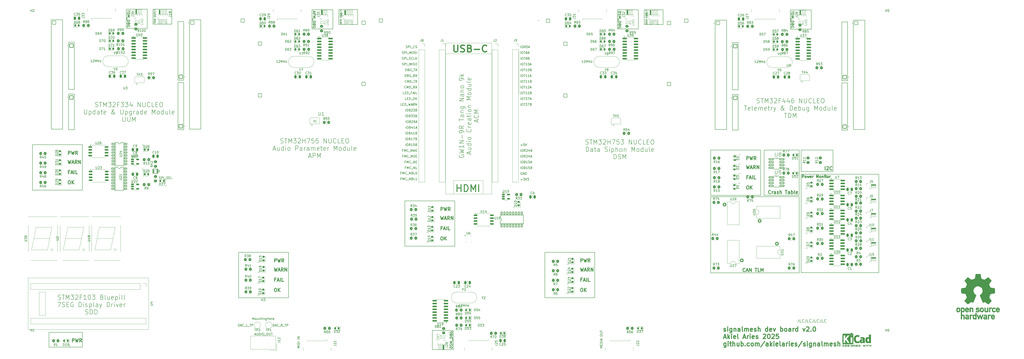
<source format=gbr>
%TF.GenerationSoftware,KiCad,Pcbnew,9.0.2+dfsg-1*%
%TF.CreationDate,2025-07-09T20:59:58-07:00*%
%TF.ProjectId,signalmesh,7369676e-616c-46d6-9573-682e6b696361,rev?*%
%TF.SameCoordinates,Original*%
%TF.FileFunction,Legend,Top*%
%TF.FilePolarity,Positive*%
%FSLAX46Y46*%
G04 Gerber Fmt 4.6, Leading zero omitted, Abs format (unit mm)*
G04 Created by KiCad (PCBNEW 9.0.2+dfsg-1) date 2025-07-09 20:59:58*
%MOMM*%
%LPD*%
G01*
G04 APERTURE LIST*
G04 Aperture macros list*
%AMRoundRect*
0 Rectangle with rounded corners*
0 $1 Rounding radius*
0 $2 $3 $4 $5 $6 $7 $8 $9 X,Y pos of 4 corners*
0 Add a 4 corners polygon primitive as box body*
4,1,4,$2,$3,$4,$5,$6,$7,$8,$9,$2,$3,0*
0 Add four circle primitives for the rounded corners*
1,1,$1+$1,$2,$3*
1,1,$1+$1,$4,$5*
1,1,$1+$1,$6,$7*
1,1,$1+$1,$8,$9*
0 Add four rect primitives between the rounded corners*
20,1,$1+$1,$2,$3,$4,$5,0*
20,1,$1+$1,$4,$5,$6,$7,0*
20,1,$1+$1,$6,$7,$8,$9,0*
20,1,$1+$1,$8,$9,$2,$3,0*%
G04 Aperture macros list end*
%ADD10C,0.200000*%
%ADD11C,0.100000*%
%ADD12C,0.150000*%
%ADD13C,0.300000*%
%ADD14C,0.400000*%
%ADD15C,0.600000*%
%ADD16C,0.230000*%
%ADD17C,0.158750*%
%ADD18C,0.080000*%
%ADD19C,0.120000*%
%ADD20C,0.010000*%
%ADD21C,0.127000*%
%ADD22C,0.152400*%
%ADD23C,0.050800*%
%ADD24C,3.200000*%
%ADD25RoundRect,0.250000X0.350000X0.450000X-0.350000X0.450000X-0.350000X-0.450000X0.350000X-0.450000X0*%
%ADD26RoundRect,0.218750X0.256250X-0.218750X0.256250X0.218750X-0.256250X0.218750X-0.256250X-0.218750X0*%
%ADD27RoundRect,0.218750X-0.218750X-0.256250X0.218750X-0.256250X0.218750X0.256250X-0.218750X0.256250X0*%
%ADD28R,0.850000X0.850000*%
%ADD29C,0.850000*%
%ADD30R,1.524000X2.524000*%
%ADD31O,1.524000X2.524000*%
%ADD32RoundRect,0.150000X-0.825000X-0.150000X0.825000X-0.150000X0.825000X0.150000X-0.825000X0.150000X0*%
%ADD33C,1.500000*%
%ADD34RoundRect,0.250000X-0.350000X-0.450000X0.350000X-0.450000X0.350000X0.450000X-0.350000X0.450000X0*%
%ADD35RoundRect,0.250000X0.450000X-0.350000X0.450000X0.350000X-0.450000X0.350000X-0.450000X-0.350000X0*%
%ADD36RoundRect,0.250000X-0.250000X-0.475000X0.250000X-0.475000X0.250000X0.475000X-0.250000X0.475000X0*%
%ADD37C,1.100000*%
%ADD38R,1.100000X2.500000*%
%ADD39O,1.900000X3.500000*%
%ADD40RoundRect,0.250000X-0.450000X0.350000X-0.450000X-0.350000X0.450000X-0.350000X0.450000X0.350000X0*%
%ADD41RoundRect,0.250000X0.550000X0.550000X-0.550000X0.550000X-0.550000X-0.550000X0.550000X-0.550000X0*%
%ADD42C,1.600000*%
%ADD43RoundRect,0.250000X0.250000X0.475000X-0.250000X0.475000X-0.250000X-0.475000X0.250000X-0.475000X0*%
%ADD44RoundRect,0.218750X-0.256250X0.218750X-0.256250X-0.218750X0.256250X-0.218750X0.256250X0.218750X0*%
%ADD45RoundRect,0.218750X0.218750X0.256250X-0.218750X0.256250X-0.218750X-0.256250X0.218750X-0.256250X0*%
%ADD46RoundRect,0.102000X-0.754000X-0.754000X0.754000X-0.754000X0.754000X0.754000X-0.754000X0.754000X0*%
%ADD47C,1.712000*%
%ADD48R,0.350000X0.500000*%
%ADD49C,2.500000*%
%ADD50R,1.524000X1.524000*%
%ADD51C,1.524000*%
%ADD52R,1.700000X1.700000*%
%ADD53C,1.700000*%
%ADD54RoundRect,0.150000X-0.512500X-0.150000X0.512500X-0.150000X0.512500X0.150000X-0.512500X0.150000X0*%
%ADD55R,1.050000X1.500000*%
%ADD56O,1.050000X1.500000*%
%ADD57RoundRect,0.162500X-0.650000X-0.162500X0.650000X-0.162500X0.650000X0.162500X-0.650000X0.162500X0*%
%ADD58RoundRect,0.250000X-0.550000X-0.550000X0.550000X-0.550000X0.550000X0.550000X-0.550000X0.550000X0*%
%ADD59RoundRect,0.102000X-0.802500X-0.802500X0.802500X-0.802500X0.802500X0.802500X-0.802500X0.802500X0*%
%ADD60C,1.809000*%
%ADD61RoundRect,0.102000X-0.765000X-0.765000X0.765000X-0.765000X0.765000X0.765000X-0.765000X0.765000X0*%
%ADD62C,1.734000*%
%ADD63RoundRect,0.150000X0.825000X0.150000X-0.825000X0.150000X-0.825000X-0.150000X0.825000X-0.150000X0*%
%ADD64RoundRect,0.102000X-0.300000X-0.600000X0.300000X-0.600000X0.300000X0.600000X-0.300000X0.600000X0*%
%ADD65RoundRect,0.250000X-0.550000X0.550000X-0.550000X-0.550000X0.550000X-0.550000X0.550000X0.550000X0*%
%ADD66RoundRect,0.102000X-0.990600X-0.279400X0.990600X-0.279400X0.990600X0.279400X-0.990600X0.279400X0*%
%ADD67RoundRect,0.102000X-0.600000X0.300000X-0.600000X-0.300000X0.600000X-0.300000X0.600000X0.300000X0*%
%ADD68RoundRect,0.250000X0.550000X-0.550000X0.550000X0.550000X-0.550000X0.550000X-0.550000X-0.550000X0*%
%ADD69RoundRect,0.102000X-0.250000X0.200000X-0.250000X-0.200000X0.250000X-0.200000X0.250000X0.200000X0*%
G04 APERTURE END LIST*
D10*
X528060000Y-93320000D02*
X542060000Y-93320000D01*
X542060000Y-102820000D01*
X528060000Y-102820000D01*
X528060000Y-93320000D01*
X447000000Y-31400000D02*
X456250000Y-31400000D01*
X456250000Y-39919873D01*
X447000000Y-39919873D01*
X447000000Y-31400000D01*
X458850000Y-31400000D02*
X467150000Y-31400000D01*
X467150000Y-37969873D01*
X458850000Y-37969873D01*
X458850000Y-31400000D01*
X353300000Y-115780000D02*
X375300000Y-115780000D01*
X375300000Y-135780000D01*
X353300000Y-135780000D01*
X353300000Y-115780000D01*
X189000000Y-91000000D02*
X211000000Y-91000000D01*
X211000000Y-111000000D01*
X189000000Y-111000000D01*
X189000000Y-91000000D01*
D11*
X403972500Y-68805000D02*
X404290000Y-68805000D01*
D10*
X365350000Y-172880127D02*
X374600000Y-172880127D01*
X374600000Y-181400000D01*
X365350000Y-181400000D01*
X365350000Y-172880127D01*
X230400000Y-31144873D02*
X239650000Y-31144873D01*
X239650000Y-39664746D01*
X230400000Y-39664746D01*
X230400000Y-31144873D01*
X511660000Y-93320000D02*
X527160000Y-93320000D01*
X527160000Y-113320000D01*
X511660000Y-113320000D01*
X511660000Y-93320000D01*
D11*
X403972500Y-49755000D02*
X404290000Y-49755000D01*
D10*
X242200000Y-31200000D02*
X250500000Y-31200000D01*
X250500000Y-37769873D01*
X242200000Y-37769873D01*
X242200000Y-31200000D01*
X312300000Y-31400000D02*
X321550000Y-31400000D01*
X321550000Y-39919873D01*
X312300000Y-39919873D01*
X312300000Y-31400000D01*
D11*
X371190000Y-46085000D02*
X391510000Y-46085000D01*
X391510000Y-112760000D01*
X371190000Y-112760000D01*
X371190000Y-46085000D01*
D10*
X324150000Y-31350000D02*
X332450000Y-31350000D01*
X332450000Y-37919873D01*
X324150000Y-37919873D01*
X324150000Y-31350000D01*
X528060000Y-103975000D02*
X562310000Y-103975000D01*
X562310000Y-147425000D01*
X528060000Y-147425000D01*
X528060000Y-103975000D01*
X523250000Y-31500000D02*
X532500000Y-31500000D01*
X532500000Y-40019873D01*
X523250000Y-40019873D01*
X523250000Y-31500000D01*
X196287500Y-173750000D02*
X211037500Y-173750000D01*
X211037500Y-180250000D01*
X196287500Y-180250000D01*
X196287500Y-173750000D01*
X415000000Y-138500000D02*
X437000000Y-138500000D01*
X437000000Y-158500000D01*
X415000000Y-158500000D01*
X415000000Y-138500000D01*
D11*
X403590000Y-49755000D02*
X403590000Y-68805000D01*
D10*
X279950000Y-138500000D02*
X301950000Y-138500000D01*
X301950000Y-158500000D01*
X279950000Y-158500000D01*
X279950000Y-138500000D01*
X488170000Y-93320000D02*
X510170000Y-93320000D01*
X510170000Y-113320000D01*
X488170000Y-113320000D01*
X488170000Y-93320000D01*
D11*
X371191459Y-46085980D02*
X391511459Y-46085980D01*
X391511459Y-50848480D01*
X371191459Y-50848480D01*
X371191459Y-46085980D01*
X374683959Y-106728480D02*
X387701459Y-106728480D01*
X387701459Y-112760980D01*
X374683959Y-112760980D01*
X374683959Y-106728480D01*
D10*
X488160000Y-113920000D02*
X527160000Y-113920000D01*
X527160000Y-147520000D01*
X488160000Y-147520000D01*
X488160000Y-113920000D01*
X433056000Y-90655586D02*
X433344000Y-90751586D01*
X433344000Y-90751586D02*
X433824000Y-90751586D01*
X433824000Y-90751586D02*
X434016000Y-90655586D01*
X434016000Y-90655586D02*
X434112000Y-90559586D01*
X434112000Y-90559586D02*
X434208000Y-90367586D01*
X434208000Y-90367586D02*
X434208000Y-90175586D01*
X434208000Y-90175586D02*
X434112000Y-89983586D01*
X434112000Y-89983586D02*
X434016000Y-89887586D01*
X434016000Y-89887586D02*
X433824000Y-89791586D01*
X433824000Y-89791586D02*
X433440000Y-89695586D01*
X433440000Y-89695586D02*
X433248000Y-89599586D01*
X433248000Y-89599586D02*
X433152000Y-89503586D01*
X433152000Y-89503586D02*
X433056000Y-89311586D01*
X433056000Y-89311586D02*
X433056000Y-89119586D01*
X433056000Y-89119586D02*
X433152000Y-88927586D01*
X433152000Y-88927586D02*
X433248000Y-88831586D01*
X433248000Y-88831586D02*
X433440000Y-88735586D01*
X433440000Y-88735586D02*
X433920000Y-88735586D01*
X433920000Y-88735586D02*
X434208000Y-88831586D01*
X434784000Y-88735586D02*
X435936000Y-88735586D01*
X435360000Y-90751586D02*
X435360000Y-88735586D01*
X436608000Y-90751586D02*
X436608000Y-88735586D01*
X436608000Y-88735586D02*
X437280000Y-90175586D01*
X437280000Y-90175586D02*
X437952000Y-88735586D01*
X437952000Y-88735586D02*
X437952000Y-90751586D01*
X438720000Y-88735586D02*
X439968000Y-88735586D01*
X439968000Y-88735586D02*
X439296000Y-89503586D01*
X439296000Y-89503586D02*
X439584000Y-89503586D01*
X439584000Y-89503586D02*
X439776000Y-89599586D01*
X439776000Y-89599586D02*
X439872000Y-89695586D01*
X439872000Y-89695586D02*
X439968000Y-89887586D01*
X439968000Y-89887586D02*
X439968000Y-90367586D01*
X439968000Y-90367586D02*
X439872000Y-90559586D01*
X439872000Y-90559586D02*
X439776000Y-90655586D01*
X439776000Y-90655586D02*
X439584000Y-90751586D01*
X439584000Y-90751586D02*
X439008000Y-90751586D01*
X439008000Y-90751586D02*
X438816000Y-90655586D01*
X438816000Y-90655586D02*
X438720000Y-90559586D01*
X440736000Y-88927586D02*
X440832000Y-88831586D01*
X440832000Y-88831586D02*
X441024000Y-88735586D01*
X441024000Y-88735586D02*
X441504000Y-88735586D01*
X441504000Y-88735586D02*
X441696000Y-88831586D01*
X441696000Y-88831586D02*
X441792000Y-88927586D01*
X441792000Y-88927586D02*
X441888000Y-89119586D01*
X441888000Y-89119586D02*
X441888000Y-89311586D01*
X441888000Y-89311586D02*
X441792000Y-89599586D01*
X441792000Y-89599586D02*
X440640000Y-90751586D01*
X440640000Y-90751586D02*
X441888000Y-90751586D01*
X442752000Y-90751586D02*
X442752000Y-88735586D01*
X442752000Y-89695586D02*
X443904000Y-89695586D01*
X443904000Y-90751586D02*
X443904000Y-88735586D01*
X444672000Y-88735586D02*
X446016000Y-88735586D01*
X446016000Y-88735586D02*
X445152000Y-90751586D01*
X447744000Y-88735586D02*
X446784000Y-88735586D01*
X446784000Y-88735586D02*
X446688000Y-89695586D01*
X446688000Y-89695586D02*
X446784000Y-89599586D01*
X446784000Y-89599586D02*
X446976000Y-89503586D01*
X446976000Y-89503586D02*
X447456000Y-89503586D01*
X447456000Y-89503586D02*
X447648000Y-89599586D01*
X447648000Y-89599586D02*
X447744000Y-89695586D01*
X447744000Y-89695586D02*
X447840000Y-89887586D01*
X447840000Y-89887586D02*
X447840000Y-90367586D01*
X447840000Y-90367586D02*
X447744000Y-90559586D01*
X447744000Y-90559586D02*
X447648000Y-90655586D01*
X447648000Y-90655586D02*
X447456000Y-90751586D01*
X447456000Y-90751586D02*
X446976000Y-90751586D01*
X446976000Y-90751586D02*
X446784000Y-90655586D01*
X446784000Y-90655586D02*
X446688000Y-90559586D01*
X448512000Y-88735586D02*
X449760000Y-88735586D01*
X449760000Y-88735586D02*
X449088000Y-89503586D01*
X449088000Y-89503586D02*
X449376000Y-89503586D01*
X449376000Y-89503586D02*
X449568000Y-89599586D01*
X449568000Y-89599586D02*
X449664000Y-89695586D01*
X449664000Y-89695586D02*
X449760000Y-89887586D01*
X449760000Y-89887586D02*
X449760000Y-90367586D01*
X449760000Y-90367586D02*
X449664000Y-90559586D01*
X449664000Y-90559586D02*
X449568000Y-90655586D01*
X449568000Y-90655586D02*
X449376000Y-90751586D01*
X449376000Y-90751586D02*
X448800000Y-90751586D01*
X448800000Y-90751586D02*
X448608000Y-90655586D01*
X448608000Y-90655586D02*
X448512000Y-90559586D01*
X452160000Y-90751586D02*
X452160000Y-88735586D01*
X452160000Y-88735586D02*
X453312000Y-90751586D01*
X453312000Y-90751586D02*
X453312000Y-88735586D01*
X454272000Y-88735586D02*
X454272000Y-90367586D01*
X454272000Y-90367586D02*
X454368000Y-90559586D01*
X454368000Y-90559586D02*
X454464000Y-90655586D01*
X454464000Y-90655586D02*
X454656000Y-90751586D01*
X454656000Y-90751586D02*
X455040000Y-90751586D01*
X455040000Y-90751586D02*
X455232000Y-90655586D01*
X455232000Y-90655586D02*
X455328000Y-90559586D01*
X455328000Y-90559586D02*
X455424000Y-90367586D01*
X455424000Y-90367586D02*
X455424000Y-88735586D01*
X457536000Y-90559586D02*
X457440000Y-90655586D01*
X457440000Y-90655586D02*
X457152000Y-90751586D01*
X457152000Y-90751586D02*
X456960000Y-90751586D01*
X456960000Y-90751586D02*
X456672000Y-90655586D01*
X456672000Y-90655586D02*
X456480000Y-90463586D01*
X456480000Y-90463586D02*
X456384000Y-90271586D01*
X456384000Y-90271586D02*
X456288000Y-89887586D01*
X456288000Y-89887586D02*
X456288000Y-89599586D01*
X456288000Y-89599586D02*
X456384000Y-89215586D01*
X456384000Y-89215586D02*
X456480000Y-89023586D01*
X456480000Y-89023586D02*
X456672000Y-88831586D01*
X456672000Y-88831586D02*
X456960000Y-88735586D01*
X456960000Y-88735586D02*
X457152000Y-88735586D01*
X457152000Y-88735586D02*
X457440000Y-88831586D01*
X457440000Y-88831586D02*
X457536000Y-88927586D01*
X459360000Y-90751586D02*
X458400000Y-90751586D01*
X458400000Y-90751586D02*
X458400000Y-88735586D01*
X460032000Y-89695586D02*
X460704000Y-89695586D01*
X460992000Y-90751586D02*
X460032000Y-90751586D01*
X460032000Y-90751586D02*
X460032000Y-88735586D01*
X460032000Y-88735586D02*
X460992000Y-88735586D01*
X462240000Y-88735586D02*
X462624000Y-88735586D01*
X462624000Y-88735586D02*
X462816000Y-88831586D01*
X462816000Y-88831586D02*
X463008000Y-89023586D01*
X463008000Y-89023586D02*
X463104000Y-89407586D01*
X463104000Y-89407586D02*
X463104000Y-90079586D01*
X463104000Y-90079586D02*
X463008000Y-90463586D01*
X463008000Y-90463586D02*
X462816000Y-90655586D01*
X462816000Y-90655586D02*
X462624000Y-90751586D01*
X462624000Y-90751586D02*
X462240000Y-90751586D01*
X462240000Y-90751586D02*
X462048000Y-90655586D01*
X462048000Y-90655586D02*
X461856000Y-90463586D01*
X461856000Y-90463586D02*
X461760000Y-90079586D01*
X461760000Y-90079586D02*
X461760000Y-89407586D01*
X461760000Y-89407586D02*
X461856000Y-89023586D01*
X461856000Y-89023586D02*
X462048000Y-88831586D01*
X462048000Y-88831586D02*
X462240000Y-88735586D01*
X433248000Y-93997233D02*
X433248000Y-91981233D01*
X433248000Y-91981233D02*
X433728000Y-91981233D01*
X433728000Y-91981233D02*
X434016000Y-92077233D01*
X434016000Y-92077233D02*
X434208000Y-92269233D01*
X434208000Y-92269233D02*
X434304000Y-92461233D01*
X434304000Y-92461233D02*
X434400000Y-92845233D01*
X434400000Y-92845233D02*
X434400000Y-93133233D01*
X434400000Y-93133233D02*
X434304000Y-93517233D01*
X434304000Y-93517233D02*
X434208000Y-93709233D01*
X434208000Y-93709233D02*
X434016000Y-93901233D01*
X434016000Y-93901233D02*
X433728000Y-93997233D01*
X433728000Y-93997233D02*
X433248000Y-93997233D01*
X436128000Y-93997233D02*
X436128000Y-92941233D01*
X436128000Y-92941233D02*
X436032000Y-92749233D01*
X436032000Y-92749233D02*
X435840000Y-92653233D01*
X435840000Y-92653233D02*
X435456000Y-92653233D01*
X435456000Y-92653233D02*
X435264000Y-92749233D01*
X436128000Y-93901233D02*
X435936000Y-93997233D01*
X435936000Y-93997233D02*
X435456000Y-93997233D01*
X435456000Y-93997233D02*
X435264000Y-93901233D01*
X435264000Y-93901233D02*
X435168000Y-93709233D01*
X435168000Y-93709233D02*
X435168000Y-93517233D01*
X435168000Y-93517233D02*
X435264000Y-93325233D01*
X435264000Y-93325233D02*
X435456000Y-93229233D01*
X435456000Y-93229233D02*
X435936000Y-93229233D01*
X435936000Y-93229233D02*
X436128000Y-93133233D01*
X436800000Y-92653233D02*
X437568000Y-92653233D01*
X437088000Y-91981233D02*
X437088000Y-93709233D01*
X437088000Y-93709233D02*
X437184000Y-93901233D01*
X437184000Y-93901233D02*
X437376000Y-93997233D01*
X437376000Y-93997233D02*
X437568000Y-93997233D01*
X439104000Y-93997233D02*
X439104000Y-92941233D01*
X439104000Y-92941233D02*
X439008000Y-92749233D01*
X439008000Y-92749233D02*
X438816000Y-92653233D01*
X438816000Y-92653233D02*
X438432000Y-92653233D01*
X438432000Y-92653233D02*
X438240000Y-92749233D01*
X439104000Y-93901233D02*
X438912000Y-93997233D01*
X438912000Y-93997233D02*
X438432000Y-93997233D01*
X438432000Y-93997233D02*
X438240000Y-93901233D01*
X438240000Y-93901233D02*
X438144000Y-93709233D01*
X438144000Y-93709233D02*
X438144000Y-93517233D01*
X438144000Y-93517233D02*
X438240000Y-93325233D01*
X438240000Y-93325233D02*
X438432000Y-93229233D01*
X438432000Y-93229233D02*
X438912000Y-93229233D01*
X438912000Y-93229233D02*
X439104000Y-93133233D01*
X441504000Y-93901233D02*
X441792000Y-93997233D01*
X441792000Y-93997233D02*
X442272000Y-93997233D01*
X442272000Y-93997233D02*
X442464000Y-93901233D01*
X442464000Y-93901233D02*
X442560000Y-93805233D01*
X442560000Y-93805233D02*
X442656000Y-93613233D01*
X442656000Y-93613233D02*
X442656000Y-93421233D01*
X442656000Y-93421233D02*
X442560000Y-93229233D01*
X442560000Y-93229233D02*
X442464000Y-93133233D01*
X442464000Y-93133233D02*
X442272000Y-93037233D01*
X442272000Y-93037233D02*
X441888000Y-92941233D01*
X441888000Y-92941233D02*
X441696000Y-92845233D01*
X441696000Y-92845233D02*
X441600000Y-92749233D01*
X441600000Y-92749233D02*
X441504000Y-92557233D01*
X441504000Y-92557233D02*
X441504000Y-92365233D01*
X441504000Y-92365233D02*
X441600000Y-92173233D01*
X441600000Y-92173233D02*
X441696000Y-92077233D01*
X441696000Y-92077233D02*
X441888000Y-91981233D01*
X441888000Y-91981233D02*
X442368000Y-91981233D01*
X442368000Y-91981233D02*
X442656000Y-92077233D01*
X443520000Y-93997233D02*
X443520000Y-92653233D01*
X443520000Y-91981233D02*
X443424000Y-92077233D01*
X443424000Y-92077233D02*
X443520000Y-92173233D01*
X443520000Y-92173233D02*
X443616000Y-92077233D01*
X443616000Y-92077233D02*
X443520000Y-91981233D01*
X443520000Y-91981233D02*
X443520000Y-92173233D01*
X444480000Y-92653233D02*
X444480000Y-94669233D01*
X444480000Y-92749233D02*
X444672000Y-92653233D01*
X444672000Y-92653233D02*
X445056000Y-92653233D01*
X445056000Y-92653233D02*
X445248000Y-92749233D01*
X445248000Y-92749233D02*
X445344000Y-92845233D01*
X445344000Y-92845233D02*
X445440000Y-93037233D01*
X445440000Y-93037233D02*
X445440000Y-93613233D01*
X445440000Y-93613233D02*
X445344000Y-93805233D01*
X445344000Y-93805233D02*
X445248000Y-93901233D01*
X445248000Y-93901233D02*
X445056000Y-93997233D01*
X445056000Y-93997233D02*
X444672000Y-93997233D01*
X444672000Y-93997233D02*
X444480000Y-93901233D01*
X446304000Y-93997233D02*
X446304000Y-91981233D01*
X447168000Y-93997233D02*
X447168000Y-92941233D01*
X447168000Y-92941233D02*
X447072000Y-92749233D01*
X447072000Y-92749233D02*
X446880000Y-92653233D01*
X446880000Y-92653233D02*
X446592000Y-92653233D01*
X446592000Y-92653233D02*
X446400000Y-92749233D01*
X446400000Y-92749233D02*
X446304000Y-92845233D01*
X448416000Y-93997233D02*
X448224000Y-93901233D01*
X448224000Y-93901233D02*
X448128000Y-93805233D01*
X448128000Y-93805233D02*
X448032000Y-93613233D01*
X448032000Y-93613233D02*
X448032000Y-93037233D01*
X448032000Y-93037233D02*
X448128000Y-92845233D01*
X448128000Y-92845233D02*
X448224000Y-92749233D01*
X448224000Y-92749233D02*
X448416000Y-92653233D01*
X448416000Y-92653233D02*
X448704000Y-92653233D01*
X448704000Y-92653233D02*
X448896000Y-92749233D01*
X448896000Y-92749233D02*
X448992000Y-92845233D01*
X448992000Y-92845233D02*
X449088000Y-93037233D01*
X449088000Y-93037233D02*
X449088000Y-93613233D01*
X449088000Y-93613233D02*
X448992000Y-93805233D01*
X448992000Y-93805233D02*
X448896000Y-93901233D01*
X448896000Y-93901233D02*
X448704000Y-93997233D01*
X448704000Y-93997233D02*
X448416000Y-93997233D01*
X449952000Y-92653233D02*
X449952000Y-93997233D01*
X449952000Y-92845233D02*
X450048000Y-92749233D01*
X450048000Y-92749233D02*
X450240000Y-92653233D01*
X450240000Y-92653233D02*
X450528000Y-92653233D01*
X450528000Y-92653233D02*
X450720000Y-92749233D01*
X450720000Y-92749233D02*
X450816000Y-92941233D01*
X450816000Y-92941233D02*
X450816000Y-93997233D01*
X453312000Y-93997233D02*
X453312000Y-91981233D01*
X453312000Y-91981233D02*
X453984000Y-93421233D01*
X453984000Y-93421233D02*
X454656000Y-91981233D01*
X454656000Y-91981233D02*
X454656000Y-93997233D01*
X455904000Y-93997233D02*
X455712000Y-93901233D01*
X455712000Y-93901233D02*
X455616000Y-93805233D01*
X455616000Y-93805233D02*
X455520000Y-93613233D01*
X455520000Y-93613233D02*
X455520000Y-93037233D01*
X455520000Y-93037233D02*
X455616000Y-92845233D01*
X455616000Y-92845233D02*
X455712000Y-92749233D01*
X455712000Y-92749233D02*
X455904000Y-92653233D01*
X455904000Y-92653233D02*
X456192000Y-92653233D01*
X456192000Y-92653233D02*
X456384000Y-92749233D01*
X456384000Y-92749233D02*
X456480000Y-92845233D01*
X456480000Y-92845233D02*
X456576000Y-93037233D01*
X456576000Y-93037233D02*
X456576000Y-93613233D01*
X456576000Y-93613233D02*
X456480000Y-93805233D01*
X456480000Y-93805233D02*
X456384000Y-93901233D01*
X456384000Y-93901233D02*
X456192000Y-93997233D01*
X456192000Y-93997233D02*
X455904000Y-93997233D01*
X458304000Y-93997233D02*
X458304000Y-91981233D01*
X458304000Y-93901233D02*
X458112000Y-93997233D01*
X458112000Y-93997233D02*
X457728000Y-93997233D01*
X457728000Y-93997233D02*
X457536000Y-93901233D01*
X457536000Y-93901233D02*
X457440000Y-93805233D01*
X457440000Y-93805233D02*
X457344000Y-93613233D01*
X457344000Y-93613233D02*
X457344000Y-93037233D01*
X457344000Y-93037233D02*
X457440000Y-92845233D01*
X457440000Y-92845233D02*
X457536000Y-92749233D01*
X457536000Y-92749233D02*
X457728000Y-92653233D01*
X457728000Y-92653233D02*
X458112000Y-92653233D01*
X458112000Y-92653233D02*
X458304000Y-92749233D01*
X460128000Y-92653233D02*
X460128000Y-93997233D01*
X459264000Y-92653233D02*
X459264000Y-93709233D01*
X459264000Y-93709233D02*
X459360000Y-93901233D01*
X459360000Y-93901233D02*
X459552000Y-93997233D01*
X459552000Y-93997233D02*
X459840000Y-93997233D01*
X459840000Y-93997233D02*
X460032000Y-93901233D01*
X460032000Y-93901233D02*
X460128000Y-93805233D01*
X461376000Y-93997233D02*
X461184000Y-93901233D01*
X461184000Y-93901233D02*
X461088000Y-93709233D01*
X461088000Y-93709233D02*
X461088000Y-91981233D01*
X462912000Y-93901233D02*
X462720000Y-93997233D01*
X462720000Y-93997233D02*
X462336000Y-93997233D01*
X462336000Y-93997233D02*
X462144000Y-93901233D01*
X462144000Y-93901233D02*
X462048000Y-93709233D01*
X462048000Y-93709233D02*
X462048000Y-92941233D01*
X462048000Y-92941233D02*
X462144000Y-92749233D01*
X462144000Y-92749233D02*
X462336000Y-92653233D01*
X462336000Y-92653233D02*
X462720000Y-92653233D01*
X462720000Y-92653233D02*
X462912000Y-92749233D01*
X462912000Y-92749233D02*
X463008000Y-92941233D01*
X463008000Y-92941233D02*
X463008000Y-93133233D01*
X463008000Y-93133233D02*
X462048000Y-93325233D01*
X445440000Y-97242880D02*
X445440000Y-95226880D01*
X445440000Y-95226880D02*
X445920000Y-95226880D01*
X445920000Y-95226880D02*
X446208000Y-95322880D01*
X446208000Y-95322880D02*
X446400000Y-95514880D01*
X446400000Y-95514880D02*
X446496000Y-95706880D01*
X446496000Y-95706880D02*
X446592000Y-96090880D01*
X446592000Y-96090880D02*
X446592000Y-96378880D01*
X446592000Y-96378880D02*
X446496000Y-96762880D01*
X446496000Y-96762880D02*
X446400000Y-96954880D01*
X446400000Y-96954880D02*
X446208000Y-97146880D01*
X446208000Y-97146880D02*
X445920000Y-97242880D01*
X445920000Y-97242880D02*
X445440000Y-97242880D01*
X447360000Y-97146880D02*
X447648000Y-97242880D01*
X447648000Y-97242880D02*
X448128000Y-97242880D01*
X448128000Y-97242880D02*
X448320000Y-97146880D01*
X448320000Y-97146880D02*
X448416000Y-97050880D01*
X448416000Y-97050880D02*
X448512000Y-96858880D01*
X448512000Y-96858880D02*
X448512000Y-96666880D01*
X448512000Y-96666880D02*
X448416000Y-96474880D01*
X448416000Y-96474880D02*
X448320000Y-96378880D01*
X448320000Y-96378880D02*
X448128000Y-96282880D01*
X448128000Y-96282880D02*
X447744000Y-96186880D01*
X447744000Y-96186880D02*
X447552000Y-96090880D01*
X447552000Y-96090880D02*
X447456000Y-95994880D01*
X447456000Y-95994880D02*
X447360000Y-95802880D01*
X447360000Y-95802880D02*
X447360000Y-95610880D01*
X447360000Y-95610880D02*
X447456000Y-95418880D01*
X447456000Y-95418880D02*
X447552000Y-95322880D01*
X447552000Y-95322880D02*
X447744000Y-95226880D01*
X447744000Y-95226880D02*
X448224000Y-95226880D01*
X448224000Y-95226880D02*
X448512000Y-95322880D01*
X449376000Y-97242880D02*
X449376000Y-95226880D01*
X449376000Y-95226880D02*
X450048000Y-96666880D01*
X450048000Y-96666880D02*
X450720000Y-95226880D01*
X450720000Y-95226880D02*
X450720000Y-97242880D01*
D12*
X242650414Y-37429887D02*
X242650414Y-37001316D01*
X243400414Y-37215601D02*
X242650414Y-37215601D01*
X243400414Y-36751315D02*
X242650414Y-36751315D01*
X242650414Y-36751315D02*
X242650414Y-36572744D01*
X242650414Y-36572744D02*
X242686128Y-36465601D01*
X242686128Y-36465601D02*
X242757557Y-36394172D01*
X242757557Y-36394172D02*
X242828985Y-36358458D01*
X242828985Y-36358458D02*
X242971842Y-36322744D01*
X242971842Y-36322744D02*
X243078985Y-36322744D01*
X243078985Y-36322744D02*
X243221842Y-36358458D01*
X243221842Y-36358458D02*
X243293271Y-36394172D01*
X243293271Y-36394172D02*
X243364700Y-36465601D01*
X243364700Y-36465601D02*
X243400414Y-36572744D01*
X243400414Y-36572744D02*
X243400414Y-36751315D01*
X243400414Y-36001315D02*
X242650414Y-36001315D01*
X242650414Y-36001315D02*
X243186128Y-35751315D01*
X243186128Y-35751315D02*
X242650414Y-35501315D01*
X242650414Y-35501315D02*
X243400414Y-35501315D01*
X243400414Y-34572743D02*
X242650414Y-34572743D01*
X242650414Y-34572743D02*
X242650414Y-34394172D01*
X242650414Y-34394172D02*
X242686128Y-34287029D01*
X242686128Y-34287029D02*
X242757557Y-34215600D01*
X242757557Y-34215600D02*
X242828985Y-34179886D01*
X242828985Y-34179886D02*
X242971842Y-34144172D01*
X242971842Y-34144172D02*
X243078985Y-34144172D01*
X243078985Y-34144172D02*
X243221842Y-34179886D01*
X243221842Y-34179886D02*
X243293271Y-34215600D01*
X243293271Y-34215600D02*
X243364700Y-34287029D01*
X243364700Y-34287029D02*
X243400414Y-34394172D01*
X243400414Y-34394172D02*
X243400414Y-34572743D01*
X243364700Y-33858457D02*
X243400414Y-33751315D01*
X243400414Y-33751315D02*
X243400414Y-33572743D01*
X243400414Y-33572743D02*
X243364700Y-33501315D01*
X243364700Y-33501315D02*
X243328985Y-33465600D01*
X243328985Y-33465600D02*
X243257557Y-33429886D01*
X243257557Y-33429886D02*
X243186128Y-33429886D01*
X243186128Y-33429886D02*
X243114700Y-33465600D01*
X243114700Y-33465600D02*
X243078985Y-33501315D01*
X243078985Y-33501315D02*
X243043271Y-33572743D01*
X243043271Y-33572743D02*
X243007557Y-33715600D01*
X243007557Y-33715600D02*
X242971842Y-33787029D01*
X242971842Y-33787029D02*
X242936128Y-33822743D01*
X242936128Y-33822743D02*
X242864700Y-33858457D01*
X242864700Y-33858457D02*
X242793271Y-33858457D01*
X242793271Y-33858457D02*
X242721842Y-33822743D01*
X242721842Y-33822743D02*
X242686128Y-33787029D01*
X242686128Y-33787029D02*
X242650414Y-33715600D01*
X242650414Y-33715600D02*
X242650414Y-33537029D01*
X242650414Y-33537029D02*
X242686128Y-33429886D01*
X243400414Y-33108457D02*
X242650414Y-33108457D01*
X242650414Y-33108457D02*
X242650414Y-32822743D01*
X242650414Y-32822743D02*
X242686128Y-32751314D01*
X242686128Y-32751314D02*
X242721842Y-32715600D01*
X242721842Y-32715600D02*
X242793271Y-32679886D01*
X242793271Y-32679886D02*
X242900414Y-32679886D01*
X242900414Y-32679886D02*
X242971842Y-32715600D01*
X242971842Y-32715600D02*
X243007557Y-32751314D01*
X243007557Y-32751314D02*
X243043271Y-32822743D01*
X243043271Y-32822743D02*
X243043271Y-33108457D01*
X243400414Y-32001314D02*
X243400414Y-32358457D01*
X243400414Y-32358457D02*
X242650414Y-32358457D01*
X243043271Y-31608457D02*
X243400414Y-31608457D01*
X242650414Y-31858457D02*
X243043271Y-31608457D01*
X243043271Y-31608457D02*
X242650414Y-31358457D01*
D13*
X206592010Y-178050828D02*
X206592010Y-176550828D01*
X206592010Y-176550828D02*
X207163439Y-176550828D01*
X207163439Y-176550828D02*
X207306296Y-176622257D01*
X207306296Y-176622257D02*
X207377725Y-176693685D01*
X207377725Y-176693685D02*
X207449153Y-176836542D01*
X207449153Y-176836542D02*
X207449153Y-177050828D01*
X207449153Y-177050828D02*
X207377725Y-177193685D01*
X207377725Y-177193685D02*
X207306296Y-177265114D01*
X207306296Y-177265114D02*
X207163439Y-177336542D01*
X207163439Y-177336542D02*
X206592010Y-177336542D01*
X207949153Y-176550828D02*
X208306296Y-178050828D01*
X208306296Y-178050828D02*
X208592010Y-176979400D01*
X208592010Y-176979400D02*
X208877725Y-178050828D01*
X208877725Y-178050828D02*
X209234868Y-176550828D01*
X210663439Y-178050828D02*
X210163439Y-177336542D01*
X209806296Y-178050828D02*
X209806296Y-176550828D01*
X209806296Y-176550828D02*
X210377725Y-176550828D01*
X210377725Y-176550828D02*
X210520582Y-176622257D01*
X210520582Y-176622257D02*
X210592011Y-176693685D01*
X210592011Y-176693685D02*
X210663439Y-176836542D01*
X210663439Y-176836542D02*
X210663439Y-177050828D01*
X210663439Y-177050828D02*
X210592011Y-177193685D01*
X210592011Y-177193685D02*
X210520582Y-177265114D01*
X210520582Y-177265114D02*
X210377725Y-177336542D01*
X210377725Y-177336542D02*
X209806296Y-177336542D01*
D11*
X529670038Y-37857243D02*
X529622419Y-37952481D01*
X529622419Y-37952481D02*
X529622419Y-38095338D01*
X529622419Y-38095338D02*
X529670038Y-38238195D01*
X529670038Y-38238195D02*
X529765276Y-38333433D01*
X529765276Y-38333433D02*
X529860514Y-38381052D01*
X529860514Y-38381052D02*
X530050990Y-38428671D01*
X530050990Y-38428671D02*
X530193847Y-38428671D01*
X530193847Y-38428671D02*
X530384323Y-38381052D01*
X530384323Y-38381052D02*
X530479561Y-38333433D01*
X530479561Y-38333433D02*
X530574800Y-38238195D01*
X530574800Y-38238195D02*
X530622419Y-38095338D01*
X530622419Y-38095338D02*
X530622419Y-38000100D01*
X530622419Y-38000100D02*
X530574800Y-37857243D01*
X530574800Y-37857243D02*
X530527180Y-37809624D01*
X530527180Y-37809624D02*
X530193847Y-37809624D01*
X530193847Y-37809624D02*
X530193847Y-38000100D01*
X530622419Y-37381052D02*
X529622419Y-37381052D01*
X529622419Y-37381052D02*
X530622419Y-36809624D01*
X530622419Y-36809624D02*
X529622419Y-36809624D01*
X530622419Y-36333433D02*
X529622419Y-36333433D01*
X529622419Y-36333433D02*
X529622419Y-36095338D01*
X529622419Y-36095338D02*
X529670038Y-35952481D01*
X529670038Y-35952481D02*
X529765276Y-35857243D01*
X529765276Y-35857243D02*
X529860514Y-35809624D01*
X529860514Y-35809624D02*
X530050990Y-35762005D01*
X530050990Y-35762005D02*
X530193847Y-35762005D01*
X530193847Y-35762005D02*
X530384323Y-35809624D01*
X530384323Y-35809624D02*
X530479561Y-35857243D01*
X530479561Y-35857243D02*
X530574800Y-35952481D01*
X530574800Y-35952481D02*
X530622419Y-36095338D01*
X530622419Y-36095338D02*
X530622419Y-36333433D01*
D13*
X204711653Y-97800828D02*
X205068796Y-99300828D01*
X205068796Y-99300828D02*
X205354510Y-98229400D01*
X205354510Y-98229400D02*
X205640225Y-99300828D01*
X205640225Y-99300828D02*
X205997368Y-97800828D01*
X206497368Y-98872257D02*
X207211654Y-98872257D01*
X206354511Y-99300828D02*
X206854511Y-97800828D01*
X206854511Y-97800828D02*
X207354511Y-99300828D01*
X208711653Y-99300828D02*
X208211653Y-98586542D01*
X207854510Y-99300828D02*
X207854510Y-97800828D01*
X207854510Y-97800828D02*
X208425939Y-97800828D01*
X208425939Y-97800828D02*
X208568796Y-97872257D01*
X208568796Y-97872257D02*
X208640225Y-97943685D01*
X208640225Y-97943685D02*
X208711653Y-98086542D01*
X208711653Y-98086542D02*
X208711653Y-98300828D01*
X208711653Y-98300828D02*
X208640225Y-98443685D01*
X208640225Y-98443685D02*
X208568796Y-98515114D01*
X208568796Y-98515114D02*
X208425939Y-98586542D01*
X208425939Y-98586542D02*
X207854510Y-98586542D01*
X209354510Y-99300828D02*
X209354510Y-97800828D01*
X209354510Y-97800828D02*
X210211653Y-99300828D01*
X210211653Y-99300828D02*
X210211653Y-97800828D01*
D11*
X315922419Y-37757242D02*
X315922419Y-37185814D01*
X316922419Y-37471528D02*
X315922419Y-37471528D01*
X315922419Y-36947718D02*
X316922419Y-36281052D01*
X315922419Y-36281052D02*
X316922419Y-36947718D01*
D13*
X431354510Y-150515114D02*
X430854510Y-150515114D01*
X430854510Y-151300828D02*
X430854510Y-149800828D01*
X430854510Y-149800828D02*
X431568796Y-149800828D01*
X432068796Y-150872257D02*
X432783082Y-150872257D01*
X431925939Y-151300828D02*
X432425939Y-149800828D01*
X432425939Y-149800828D02*
X432925939Y-151300828D01*
X433425938Y-151300828D02*
X433425938Y-149800828D01*
X434854510Y-151300828D02*
X434140224Y-151300828D01*
X434140224Y-151300828D02*
X434140224Y-149800828D01*
X504310225Y-109120828D02*
X504595939Y-109120828D01*
X504595939Y-109120828D02*
X504738796Y-109192257D01*
X504738796Y-109192257D02*
X504881653Y-109335114D01*
X504881653Y-109335114D02*
X504953082Y-109620828D01*
X504953082Y-109620828D02*
X504953082Y-110120828D01*
X504953082Y-110120828D02*
X504881653Y-110406542D01*
X504881653Y-110406542D02*
X504738796Y-110549400D01*
X504738796Y-110549400D02*
X504595939Y-110620828D01*
X504595939Y-110620828D02*
X504310225Y-110620828D01*
X504310225Y-110620828D02*
X504167368Y-110549400D01*
X504167368Y-110549400D02*
X504024510Y-110406542D01*
X504024510Y-110406542D02*
X503953082Y-110120828D01*
X503953082Y-110120828D02*
X503953082Y-109620828D01*
X503953082Y-109620828D02*
X504024510Y-109335114D01*
X504024510Y-109335114D02*
X504167368Y-109192257D01*
X504167368Y-109192257D02*
X504310225Y-109120828D01*
X505595939Y-110620828D02*
X505595939Y-109120828D01*
X506453082Y-110620828D02*
X505810225Y-109763685D01*
X506453082Y-109120828D02*
X505595939Y-109977971D01*
D14*
X493894109Y-173199424D02*
X494084585Y-173294662D01*
X494084585Y-173294662D02*
X494465537Y-173294662D01*
X494465537Y-173294662D02*
X494656014Y-173199424D01*
X494656014Y-173199424D02*
X494751252Y-173008947D01*
X494751252Y-173008947D02*
X494751252Y-172913709D01*
X494751252Y-172913709D02*
X494656014Y-172723233D01*
X494656014Y-172723233D02*
X494465537Y-172627995D01*
X494465537Y-172627995D02*
X494179823Y-172627995D01*
X494179823Y-172627995D02*
X493989347Y-172532757D01*
X493989347Y-172532757D02*
X493894109Y-172342281D01*
X493894109Y-172342281D02*
X493894109Y-172247043D01*
X493894109Y-172247043D02*
X493989347Y-172056566D01*
X493989347Y-172056566D02*
X494179823Y-171961328D01*
X494179823Y-171961328D02*
X494465537Y-171961328D01*
X494465537Y-171961328D02*
X494656014Y-172056566D01*
X495608395Y-173294662D02*
X495608395Y-171961328D01*
X495608395Y-171294662D02*
X495513157Y-171389900D01*
X495513157Y-171389900D02*
X495608395Y-171485138D01*
X495608395Y-171485138D02*
X495703633Y-171389900D01*
X495703633Y-171389900D02*
X495608395Y-171294662D01*
X495608395Y-171294662D02*
X495608395Y-171485138D01*
X497417919Y-171961328D02*
X497417919Y-173580376D01*
X497417919Y-173580376D02*
X497322681Y-173770852D01*
X497322681Y-173770852D02*
X497227443Y-173866090D01*
X497227443Y-173866090D02*
X497036966Y-173961328D01*
X497036966Y-173961328D02*
X496751252Y-173961328D01*
X496751252Y-173961328D02*
X496560776Y-173866090D01*
X497417919Y-173199424D02*
X497227443Y-173294662D01*
X497227443Y-173294662D02*
X496846490Y-173294662D01*
X496846490Y-173294662D02*
X496656014Y-173199424D01*
X496656014Y-173199424D02*
X496560776Y-173104185D01*
X496560776Y-173104185D02*
X496465538Y-172913709D01*
X496465538Y-172913709D02*
X496465538Y-172342281D01*
X496465538Y-172342281D02*
X496560776Y-172151804D01*
X496560776Y-172151804D02*
X496656014Y-172056566D01*
X496656014Y-172056566D02*
X496846490Y-171961328D01*
X496846490Y-171961328D02*
X497227443Y-171961328D01*
X497227443Y-171961328D02*
X497417919Y-172056566D01*
X498370300Y-171961328D02*
X498370300Y-173294662D01*
X498370300Y-172151804D02*
X498465538Y-172056566D01*
X498465538Y-172056566D02*
X498656014Y-171961328D01*
X498656014Y-171961328D02*
X498941729Y-171961328D01*
X498941729Y-171961328D02*
X499132205Y-172056566D01*
X499132205Y-172056566D02*
X499227443Y-172247043D01*
X499227443Y-172247043D02*
X499227443Y-173294662D01*
X501036967Y-173294662D02*
X501036967Y-172247043D01*
X501036967Y-172247043D02*
X500941729Y-172056566D01*
X500941729Y-172056566D02*
X500751253Y-171961328D01*
X500751253Y-171961328D02*
X500370300Y-171961328D01*
X500370300Y-171961328D02*
X500179824Y-172056566D01*
X501036967Y-173199424D02*
X500846491Y-173294662D01*
X500846491Y-173294662D02*
X500370300Y-173294662D01*
X500370300Y-173294662D02*
X500179824Y-173199424D01*
X500179824Y-173199424D02*
X500084586Y-173008947D01*
X500084586Y-173008947D02*
X500084586Y-172818471D01*
X500084586Y-172818471D02*
X500179824Y-172627995D01*
X500179824Y-172627995D02*
X500370300Y-172532757D01*
X500370300Y-172532757D02*
X500846491Y-172532757D01*
X500846491Y-172532757D02*
X501036967Y-172437519D01*
X502275062Y-173294662D02*
X502084586Y-173199424D01*
X502084586Y-173199424D02*
X501989348Y-173008947D01*
X501989348Y-173008947D02*
X501989348Y-171294662D01*
X503036967Y-173294662D02*
X503036967Y-171961328D01*
X503036967Y-172151804D02*
X503132205Y-172056566D01*
X503132205Y-172056566D02*
X503322681Y-171961328D01*
X503322681Y-171961328D02*
X503608396Y-171961328D01*
X503608396Y-171961328D02*
X503798872Y-172056566D01*
X503798872Y-172056566D02*
X503894110Y-172247043D01*
X503894110Y-172247043D02*
X503894110Y-173294662D01*
X503894110Y-172247043D02*
X503989348Y-172056566D01*
X503989348Y-172056566D02*
X504179824Y-171961328D01*
X504179824Y-171961328D02*
X504465538Y-171961328D01*
X504465538Y-171961328D02*
X504656015Y-172056566D01*
X504656015Y-172056566D02*
X504751253Y-172247043D01*
X504751253Y-172247043D02*
X504751253Y-173294662D01*
X506465539Y-173199424D02*
X506275063Y-173294662D01*
X506275063Y-173294662D02*
X505894110Y-173294662D01*
X505894110Y-173294662D02*
X505703634Y-173199424D01*
X505703634Y-173199424D02*
X505608396Y-173008947D01*
X505608396Y-173008947D02*
X505608396Y-172247043D01*
X505608396Y-172247043D02*
X505703634Y-172056566D01*
X505703634Y-172056566D02*
X505894110Y-171961328D01*
X505894110Y-171961328D02*
X506275063Y-171961328D01*
X506275063Y-171961328D02*
X506465539Y-172056566D01*
X506465539Y-172056566D02*
X506560777Y-172247043D01*
X506560777Y-172247043D02*
X506560777Y-172437519D01*
X506560777Y-172437519D02*
X505608396Y-172627995D01*
X507322682Y-173199424D02*
X507513158Y-173294662D01*
X507513158Y-173294662D02*
X507894110Y-173294662D01*
X507894110Y-173294662D02*
X508084587Y-173199424D01*
X508084587Y-173199424D02*
X508179825Y-173008947D01*
X508179825Y-173008947D02*
X508179825Y-172913709D01*
X508179825Y-172913709D02*
X508084587Y-172723233D01*
X508084587Y-172723233D02*
X507894110Y-172627995D01*
X507894110Y-172627995D02*
X507608396Y-172627995D01*
X507608396Y-172627995D02*
X507417920Y-172532757D01*
X507417920Y-172532757D02*
X507322682Y-172342281D01*
X507322682Y-172342281D02*
X507322682Y-172247043D01*
X507322682Y-172247043D02*
X507417920Y-172056566D01*
X507417920Y-172056566D02*
X507608396Y-171961328D01*
X507608396Y-171961328D02*
X507894110Y-171961328D01*
X507894110Y-171961328D02*
X508084587Y-172056566D01*
X509036968Y-173294662D02*
X509036968Y-171294662D01*
X509894111Y-173294662D02*
X509894111Y-172247043D01*
X509894111Y-172247043D02*
X509798873Y-172056566D01*
X509798873Y-172056566D02*
X509608397Y-171961328D01*
X509608397Y-171961328D02*
X509322682Y-171961328D01*
X509322682Y-171961328D02*
X509132206Y-172056566D01*
X509132206Y-172056566D02*
X509036968Y-172151804D01*
X513227445Y-173294662D02*
X513227445Y-171294662D01*
X513227445Y-173199424D02*
X513036969Y-173294662D01*
X513036969Y-173294662D02*
X512656016Y-173294662D01*
X512656016Y-173294662D02*
X512465540Y-173199424D01*
X512465540Y-173199424D02*
X512370302Y-173104185D01*
X512370302Y-173104185D02*
X512275064Y-172913709D01*
X512275064Y-172913709D02*
X512275064Y-172342281D01*
X512275064Y-172342281D02*
X512370302Y-172151804D01*
X512370302Y-172151804D02*
X512465540Y-172056566D01*
X512465540Y-172056566D02*
X512656016Y-171961328D01*
X512656016Y-171961328D02*
X513036969Y-171961328D01*
X513036969Y-171961328D02*
X513227445Y-172056566D01*
X514941731Y-173199424D02*
X514751255Y-173294662D01*
X514751255Y-173294662D02*
X514370302Y-173294662D01*
X514370302Y-173294662D02*
X514179826Y-173199424D01*
X514179826Y-173199424D02*
X514084588Y-173008947D01*
X514084588Y-173008947D02*
X514084588Y-172247043D01*
X514084588Y-172247043D02*
X514179826Y-172056566D01*
X514179826Y-172056566D02*
X514370302Y-171961328D01*
X514370302Y-171961328D02*
X514751255Y-171961328D01*
X514751255Y-171961328D02*
X514941731Y-172056566D01*
X514941731Y-172056566D02*
X515036969Y-172247043D01*
X515036969Y-172247043D02*
X515036969Y-172437519D01*
X515036969Y-172437519D02*
X514084588Y-172627995D01*
X515703636Y-171961328D02*
X516179826Y-173294662D01*
X516179826Y-173294662D02*
X516656017Y-171961328D01*
X518941732Y-173294662D02*
X518941732Y-171294662D01*
X518941732Y-172056566D02*
X519132208Y-171961328D01*
X519132208Y-171961328D02*
X519513161Y-171961328D01*
X519513161Y-171961328D02*
X519703637Y-172056566D01*
X519703637Y-172056566D02*
X519798875Y-172151804D01*
X519798875Y-172151804D02*
X519894113Y-172342281D01*
X519894113Y-172342281D02*
X519894113Y-172913709D01*
X519894113Y-172913709D02*
X519798875Y-173104185D01*
X519798875Y-173104185D02*
X519703637Y-173199424D01*
X519703637Y-173199424D02*
X519513161Y-173294662D01*
X519513161Y-173294662D02*
X519132208Y-173294662D01*
X519132208Y-173294662D02*
X518941732Y-173199424D01*
X521036970Y-173294662D02*
X520846494Y-173199424D01*
X520846494Y-173199424D02*
X520751256Y-173104185D01*
X520751256Y-173104185D02*
X520656018Y-172913709D01*
X520656018Y-172913709D02*
X520656018Y-172342281D01*
X520656018Y-172342281D02*
X520751256Y-172151804D01*
X520751256Y-172151804D02*
X520846494Y-172056566D01*
X520846494Y-172056566D02*
X521036970Y-171961328D01*
X521036970Y-171961328D02*
X521322685Y-171961328D01*
X521322685Y-171961328D02*
X521513161Y-172056566D01*
X521513161Y-172056566D02*
X521608399Y-172151804D01*
X521608399Y-172151804D02*
X521703637Y-172342281D01*
X521703637Y-172342281D02*
X521703637Y-172913709D01*
X521703637Y-172913709D02*
X521608399Y-173104185D01*
X521608399Y-173104185D02*
X521513161Y-173199424D01*
X521513161Y-173199424D02*
X521322685Y-173294662D01*
X521322685Y-173294662D02*
X521036970Y-173294662D01*
X523417923Y-173294662D02*
X523417923Y-172247043D01*
X523417923Y-172247043D02*
X523322685Y-172056566D01*
X523322685Y-172056566D02*
X523132209Y-171961328D01*
X523132209Y-171961328D02*
X522751256Y-171961328D01*
X522751256Y-171961328D02*
X522560780Y-172056566D01*
X523417923Y-173199424D02*
X523227447Y-173294662D01*
X523227447Y-173294662D02*
X522751256Y-173294662D01*
X522751256Y-173294662D02*
X522560780Y-173199424D01*
X522560780Y-173199424D02*
X522465542Y-173008947D01*
X522465542Y-173008947D02*
X522465542Y-172818471D01*
X522465542Y-172818471D02*
X522560780Y-172627995D01*
X522560780Y-172627995D02*
X522751256Y-172532757D01*
X522751256Y-172532757D02*
X523227447Y-172532757D01*
X523227447Y-172532757D02*
X523417923Y-172437519D01*
X524370304Y-173294662D02*
X524370304Y-171961328D01*
X524370304Y-172342281D02*
X524465542Y-172151804D01*
X524465542Y-172151804D02*
X524560780Y-172056566D01*
X524560780Y-172056566D02*
X524751256Y-171961328D01*
X524751256Y-171961328D02*
X524941733Y-171961328D01*
X526465542Y-173294662D02*
X526465542Y-171294662D01*
X526465542Y-173199424D02*
X526275066Y-173294662D01*
X526275066Y-173294662D02*
X525894113Y-173294662D01*
X525894113Y-173294662D02*
X525703637Y-173199424D01*
X525703637Y-173199424D02*
X525608399Y-173104185D01*
X525608399Y-173104185D02*
X525513161Y-172913709D01*
X525513161Y-172913709D02*
X525513161Y-172342281D01*
X525513161Y-172342281D02*
X525608399Y-172151804D01*
X525608399Y-172151804D02*
X525703637Y-172056566D01*
X525703637Y-172056566D02*
X525894113Y-171961328D01*
X525894113Y-171961328D02*
X526275066Y-171961328D01*
X526275066Y-171961328D02*
X526465542Y-172056566D01*
X528751257Y-171961328D02*
X529227447Y-173294662D01*
X529227447Y-173294662D02*
X529703638Y-171961328D01*
X530370305Y-171485138D02*
X530465543Y-171389900D01*
X530465543Y-171389900D02*
X530656019Y-171294662D01*
X530656019Y-171294662D02*
X531132210Y-171294662D01*
X531132210Y-171294662D02*
X531322686Y-171389900D01*
X531322686Y-171389900D02*
X531417924Y-171485138D01*
X531417924Y-171485138D02*
X531513162Y-171675614D01*
X531513162Y-171675614D02*
X531513162Y-171866090D01*
X531513162Y-171866090D02*
X531417924Y-172151804D01*
X531417924Y-172151804D02*
X530275067Y-173294662D01*
X530275067Y-173294662D02*
X531513162Y-173294662D01*
X532370305Y-173104185D02*
X532465543Y-173199424D01*
X532465543Y-173199424D02*
X532370305Y-173294662D01*
X532370305Y-173294662D02*
X532275067Y-173199424D01*
X532275067Y-173199424D02*
X532370305Y-173104185D01*
X532370305Y-173104185D02*
X532370305Y-173294662D01*
X533703638Y-171294662D02*
X533894115Y-171294662D01*
X533894115Y-171294662D02*
X534084591Y-171389900D01*
X534084591Y-171389900D02*
X534179829Y-171485138D01*
X534179829Y-171485138D02*
X534275067Y-171675614D01*
X534275067Y-171675614D02*
X534370305Y-172056566D01*
X534370305Y-172056566D02*
X534370305Y-172532757D01*
X534370305Y-172532757D02*
X534275067Y-172913709D01*
X534275067Y-172913709D02*
X534179829Y-173104185D01*
X534179829Y-173104185D02*
X534084591Y-173199424D01*
X534084591Y-173199424D02*
X533894115Y-173294662D01*
X533894115Y-173294662D02*
X533703638Y-173294662D01*
X533703638Y-173294662D02*
X533513162Y-173199424D01*
X533513162Y-173199424D02*
X533417924Y-173104185D01*
X533417924Y-173104185D02*
X533322686Y-172913709D01*
X533322686Y-172913709D02*
X533227448Y-172532757D01*
X533227448Y-172532757D02*
X533227448Y-172056566D01*
X533227448Y-172056566D02*
X533322686Y-171675614D01*
X533322686Y-171675614D02*
X533417924Y-171485138D01*
X533417924Y-171485138D02*
X533513162Y-171389900D01*
X533513162Y-171389900D02*
X533703638Y-171294662D01*
X493894109Y-175943121D02*
X494846490Y-175943121D01*
X493703633Y-176514550D02*
X494370299Y-174514550D01*
X494370299Y-174514550D02*
X495036966Y-176514550D01*
X495703633Y-176514550D02*
X495703633Y-174514550D01*
X495894109Y-175752645D02*
X496465538Y-176514550D01*
X496465538Y-175181216D02*
X495703633Y-175943121D01*
X497322681Y-176514550D02*
X497322681Y-175181216D01*
X497322681Y-174514550D02*
X497227443Y-174609788D01*
X497227443Y-174609788D02*
X497322681Y-174705026D01*
X497322681Y-174705026D02*
X497417919Y-174609788D01*
X497417919Y-174609788D02*
X497322681Y-174514550D01*
X497322681Y-174514550D02*
X497322681Y-174705026D01*
X499036967Y-176419312D02*
X498846491Y-176514550D01*
X498846491Y-176514550D02*
X498465538Y-176514550D01*
X498465538Y-176514550D02*
X498275062Y-176419312D01*
X498275062Y-176419312D02*
X498179824Y-176228835D01*
X498179824Y-176228835D02*
X498179824Y-175466931D01*
X498179824Y-175466931D02*
X498275062Y-175276454D01*
X498275062Y-175276454D02*
X498465538Y-175181216D01*
X498465538Y-175181216D02*
X498846491Y-175181216D01*
X498846491Y-175181216D02*
X499036967Y-175276454D01*
X499036967Y-175276454D02*
X499132205Y-175466931D01*
X499132205Y-175466931D02*
X499132205Y-175657407D01*
X499132205Y-175657407D02*
X498179824Y-175847883D01*
X500275062Y-176514550D02*
X500084586Y-176419312D01*
X500084586Y-176419312D02*
X499989348Y-176228835D01*
X499989348Y-176228835D02*
X499989348Y-174514550D01*
X502465539Y-175943121D02*
X503417920Y-175943121D01*
X502275063Y-176514550D02*
X502941729Y-174514550D01*
X502941729Y-174514550D02*
X503608396Y-176514550D01*
X504275063Y-176514550D02*
X504275063Y-175181216D01*
X504275063Y-175562169D02*
X504370301Y-175371692D01*
X504370301Y-175371692D02*
X504465539Y-175276454D01*
X504465539Y-175276454D02*
X504656015Y-175181216D01*
X504656015Y-175181216D02*
X504846492Y-175181216D01*
X505513158Y-176514550D02*
X505513158Y-175181216D01*
X505513158Y-174514550D02*
X505417920Y-174609788D01*
X505417920Y-174609788D02*
X505513158Y-174705026D01*
X505513158Y-174705026D02*
X505608396Y-174609788D01*
X505608396Y-174609788D02*
X505513158Y-174514550D01*
X505513158Y-174514550D02*
X505513158Y-174705026D01*
X507227444Y-176419312D02*
X507036968Y-176514550D01*
X507036968Y-176514550D02*
X506656015Y-176514550D01*
X506656015Y-176514550D02*
X506465539Y-176419312D01*
X506465539Y-176419312D02*
X506370301Y-176228835D01*
X506370301Y-176228835D02*
X506370301Y-175466931D01*
X506370301Y-175466931D02*
X506465539Y-175276454D01*
X506465539Y-175276454D02*
X506656015Y-175181216D01*
X506656015Y-175181216D02*
X507036968Y-175181216D01*
X507036968Y-175181216D02*
X507227444Y-175276454D01*
X507227444Y-175276454D02*
X507322682Y-175466931D01*
X507322682Y-175466931D02*
X507322682Y-175657407D01*
X507322682Y-175657407D02*
X506370301Y-175847883D01*
X508084587Y-176419312D02*
X508275063Y-176514550D01*
X508275063Y-176514550D02*
X508656015Y-176514550D01*
X508656015Y-176514550D02*
X508846492Y-176419312D01*
X508846492Y-176419312D02*
X508941730Y-176228835D01*
X508941730Y-176228835D02*
X508941730Y-176133597D01*
X508941730Y-176133597D02*
X508846492Y-175943121D01*
X508846492Y-175943121D02*
X508656015Y-175847883D01*
X508656015Y-175847883D02*
X508370301Y-175847883D01*
X508370301Y-175847883D02*
X508179825Y-175752645D01*
X508179825Y-175752645D02*
X508084587Y-175562169D01*
X508084587Y-175562169D02*
X508084587Y-175466931D01*
X508084587Y-175466931D02*
X508179825Y-175276454D01*
X508179825Y-175276454D02*
X508370301Y-175181216D01*
X508370301Y-175181216D02*
X508656015Y-175181216D01*
X508656015Y-175181216D02*
X508846492Y-175276454D01*
X511227445Y-174705026D02*
X511322683Y-174609788D01*
X511322683Y-174609788D02*
X511513159Y-174514550D01*
X511513159Y-174514550D02*
X511989350Y-174514550D01*
X511989350Y-174514550D02*
X512179826Y-174609788D01*
X512179826Y-174609788D02*
X512275064Y-174705026D01*
X512275064Y-174705026D02*
X512370302Y-174895502D01*
X512370302Y-174895502D02*
X512370302Y-175085978D01*
X512370302Y-175085978D02*
X512275064Y-175371692D01*
X512275064Y-175371692D02*
X511132207Y-176514550D01*
X511132207Y-176514550D02*
X512370302Y-176514550D01*
X513608397Y-174514550D02*
X513798874Y-174514550D01*
X513798874Y-174514550D02*
X513989350Y-174609788D01*
X513989350Y-174609788D02*
X514084588Y-174705026D01*
X514084588Y-174705026D02*
X514179826Y-174895502D01*
X514179826Y-174895502D02*
X514275064Y-175276454D01*
X514275064Y-175276454D02*
X514275064Y-175752645D01*
X514275064Y-175752645D02*
X514179826Y-176133597D01*
X514179826Y-176133597D02*
X514084588Y-176324073D01*
X514084588Y-176324073D02*
X513989350Y-176419312D01*
X513989350Y-176419312D02*
X513798874Y-176514550D01*
X513798874Y-176514550D02*
X513608397Y-176514550D01*
X513608397Y-176514550D02*
X513417921Y-176419312D01*
X513417921Y-176419312D02*
X513322683Y-176324073D01*
X513322683Y-176324073D02*
X513227445Y-176133597D01*
X513227445Y-176133597D02*
X513132207Y-175752645D01*
X513132207Y-175752645D02*
X513132207Y-175276454D01*
X513132207Y-175276454D02*
X513227445Y-174895502D01*
X513227445Y-174895502D02*
X513322683Y-174705026D01*
X513322683Y-174705026D02*
X513417921Y-174609788D01*
X513417921Y-174609788D02*
X513608397Y-174514550D01*
X515036969Y-174705026D02*
X515132207Y-174609788D01*
X515132207Y-174609788D02*
X515322683Y-174514550D01*
X515322683Y-174514550D02*
X515798874Y-174514550D01*
X515798874Y-174514550D02*
X515989350Y-174609788D01*
X515989350Y-174609788D02*
X516084588Y-174705026D01*
X516084588Y-174705026D02*
X516179826Y-174895502D01*
X516179826Y-174895502D02*
X516179826Y-175085978D01*
X516179826Y-175085978D02*
X516084588Y-175371692D01*
X516084588Y-175371692D02*
X514941731Y-176514550D01*
X514941731Y-176514550D02*
X516179826Y-176514550D01*
X517989350Y-174514550D02*
X517036969Y-174514550D01*
X517036969Y-174514550D02*
X516941731Y-175466931D01*
X516941731Y-175466931D02*
X517036969Y-175371692D01*
X517036969Y-175371692D02*
X517227445Y-175276454D01*
X517227445Y-175276454D02*
X517703636Y-175276454D01*
X517703636Y-175276454D02*
X517894112Y-175371692D01*
X517894112Y-175371692D02*
X517989350Y-175466931D01*
X517989350Y-175466931D02*
X518084588Y-175657407D01*
X518084588Y-175657407D02*
X518084588Y-176133597D01*
X518084588Y-176133597D02*
X517989350Y-176324073D01*
X517989350Y-176324073D02*
X517894112Y-176419312D01*
X517894112Y-176419312D02*
X517703636Y-176514550D01*
X517703636Y-176514550D02*
X517227445Y-176514550D01*
X517227445Y-176514550D02*
X517036969Y-176419312D01*
X517036969Y-176419312D02*
X516941731Y-176324073D01*
X494846490Y-178401104D02*
X494846490Y-180020152D01*
X494846490Y-180020152D02*
X494751252Y-180210628D01*
X494751252Y-180210628D02*
X494656014Y-180305866D01*
X494656014Y-180305866D02*
X494465537Y-180401104D01*
X494465537Y-180401104D02*
X494179823Y-180401104D01*
X494179823Y-180401104D02*
X493989347Y-180305866D01*
X494846490Y-179639200D02*
X494656014Y-179734438D01*
X494656014Y-179734438D02*
X494275061Y-179734438D01*
X494275061Y-179734438D02*
X494084585Y-179639200D01*
X494084585Y-179639200D02*
X493989347Y-179543961D01*
X493989347Y-179543961D02*
X493894109Y-179353485D01*
X493894109Y-179353485D02*
X493894109Y-178782057D01*
X493894109Y-178782057D02*
X493989347Y-178591580D01*
X493989347Y-178591580D02*
X494084585Y-178496342D01*
X494084585Y-178496342D02*
X494275061Y-178401104D01*
X494275061Y-178401104D02*
X494656014Y-178401104D01*
X494656014Y-178401104D02*
X494846490Y-178496342D01*
X495798871Y-179734438D02*
X495798871Y-178401104D01*
X495798871Y-177734438D02*
X495703633Y-177829676D01*
X495703633Y-177829676D02*
X495798871Y-177924914D01*
X495798871Y-177924914D02*
X495894109Y-177829676D01*
X495894109Y-177829676D02*
X495798871Y-177734438D01*
X495798871Y-177734438D02*
X495798871Y-177924914D01*
X496465538Y-178401104D02*
X497227442Y-178401104D01*
X496751252Y-177734438D02*
X496751252Y-179448723D01*
X496751252Y-179448723D02*
X496846490Y-179639200D01*
X496846490Y-179639200D02*
X497036966Y-179734438D01*
X497036966Y-179734438D02*
X497227442Y-179734438D01*
X497894109Y-179734438D02*
X497894109Y-177734438D01*
X498751252Y-179734438D02*
X498751252Y-178686819D01*
X498751252Y-178686819D02*
X498656014Y-178496342D01*
X498656014Y-178496342D02*
X498465538Y-178401104D01*
X498465538Y-178401104D02*
X498179823Y-178401104D01*
X498179823Y-178401104D02*
X497989347Y-178496342D01*
X497989347Y-178496342D02*
X497894109Y-178591580D01*
X500560776Y-178401104D02*
X500560776Y-179734438D01*
X499703633Y-178401104D02*
X499703633Y-179448723D01*
X499703633Y-179448723D02*
X499798871Y-179639200D01*
X499798871Y-179639200D02*
X499989347Y-179734438D01*
X499989347Y-179734438D02*
X500275062Y-179734438D01*
X500275062Y-179734438D02*
X500465538Y-179639200D01*
X500465538Y-179639200D02*
X500560776Y-179543961D01*
X501513157Y-179734438D02*
X501513157Y-177734438D01*
X501513157Y-178496342D02*
X501703633Y-178401104D01*
X501703633Y-178401104D02*
X502084586Y-178401104D01*
X502084586Y-178401104D02*
X502275062Y-178496342D01*
X502275062Y-178496342D02*
X502370300Y-178591580D01*
X502370300Y-178591580D02*
X502465538Y-178782057D01*
X502465538Y-178782057D02*
X502465538Y-179353485D01*
X502465538Y-179353485D02*
X502370300Y-179543961D01*
X502370300Y-179543961D02*
X502275062Y-179639200D01*
X502275062Y-179639200D02*
X502084586Y-179734438D01*
X502084586Y-179734438D02*
X501703633Y-179734438D01*
X501703633Y-179734438D02*
X501513157Y-179639200D01*
X503322681Y-179543961D02*
X503417919Y-179639200D01*
X503417919Y-179639200D02*
X503322681Y-179734438D01*
X503322681Y-179734438D02*
X503227443Y-179639200D01*
X503227443Y-179639200D02*
X503322681Y-179543961D01*
X503322681Y-179543961D02*
X503322681Y-179734438D01*
X505132205Y-179639200D02*
X504941729Y-179734438D01*
X504941729Y-179734438D02*
X504560776Y-179734438D01*
X504560776Y-179734438D02*
X504370300Y-179639200D01*
X504370300Y-179639200D02*
X504275062Y-179543961D01*
X504275062Y-179543961D02*
X504179824Y-179353485D01*
X504179824Y-179353485D02*
X504179824Y-178782057D01*
X504179824Y-178782057D02*
X504275062Y-178591580D01*
X504275062Y-178591580D02*
X504370300Y-178496342D01*
X504370300Y-178496342D02*
X504560776Y-178401104D01*
X504560776Y-178401104D02*
X504941729Y-178401104D01*
X504941729Y-178401104D02*
X505132205Y-178496342D01*
X506275062Y-179734438D02*
X506084586Y-179639200D01*
X506084586Y-179639200D02*
X505989348Y-179543961D01*
X505989348Y-179543961D02*
X505894110Y-179353485D01*
X505894110Y-179353485D02*
X505894110Y-178782057D01*
X505894110Y-178782057D02*
X505989348Y-178591580D01*
X505989348Y-178591580D02*
X506084586Y-178496342D01*
X506084586Y-178496342D02*
X506275062Y-178401104D01*
X506275062Y-178401104D02*
X506560777Y-178401104D01*
X506560777Y-178401104D02*
X506751253Y-178496342D01*
X506751253Y-178496342D02*
X506846491Y-178591580D01*
X506846491Y-178591580D02*
X506941729Y-178782057D01*
X506941729Y-178782057D02*
X506941729Y-179353485D01*
X506941729Y-179353485D02*
X506846491Y-179543961D01*
X506846491Y-179543961D02*
X506751253Y-179639200D01*
X506751253Y-179639200D02*
X506560777Y-179734438D01*
X506560777Y-179734438D02*
X506275062Y-179734438D01*
X507798872Y-179734438D02*
X507798872Y-178401104D01*
X507798872Y-178591580D02*
X507894110Y-178496342D01*
X507894110Y-178496342D02*
X508084586Y-178401104D01*
X508084586Y-178401104D02*
X508370301Y-178401104D01*
X508370301Y-178401104D02*
X508560777Y-178496342D01*
X508560777Y-178496342D02*
X508656015Y-178686819D01*
X508656015Y-178686819D02*
X508656015Y-179734438D01*
X508656015Y-178686819D02*
X508751253Y-178496342D01*
X508751253Y-178496342D02*
X508941729Y-178401104D01*
X508941729Y-178401104D02*
X509227443Y-178401104D01*
X509227443Y-178401104D02*
X509417920Y-178496342D01*
X509417920Y-178496342D02*
X509513158Y-178686819D01*
X509513158Y-178686819D02*
X509513158Y-179734438D01*
X511894110Y-177639200D02*
X510179825Y-180210628D01*
X513417920Y-179734438D02*
X513417920Y-178686819D01*
X513417920Y-178686819D02*
X513322682Y-178496342D01*
X513322682Y-178496342D02*
X513132206Y-178401104D01*
X513132206Y-178401104D02*
X512751253Y-178401104D01*
X512751253Y-178401104D02*
X512560777Y-178496342D01*
X513417920Y-179639200D02*
X513227444Y-179734438D01*
X513227444Y-179734438D02*
X512751253Y-179734438D01*
X512751253Y-179734438D02*
X512560777Y-179639200D01*
X512560777Y-179639200D02*
X512465539Y-179448723D01*
X512465539Y-179448723D02*
X512465539Y-179258247D01*
X512465539Y-179258247D02*
X512560777Y-179067771D01*
X512560777Y-179067771D02*
X512751253Y-178972533D01*
X512751253Y-178972533D02*
X513227444Y-178972533D01*
X513227444Y-178972533D02*
X513417920Y-178877295D01*
X514370301Y-179734438D02*
X514370301Y-177734438D01*
X514560777Y-178972533D02*
X515132206Y-179734438D01*
X515132206Y-178401104D02*
X514370301Y-179163009D01*
X515989349Y-179734438D02*
X515989349Y-178401104D01*
X515989349Y-177734438D02*
X515894111Y-177829676D01*
X515894111Y-177829676D02*
X515989349Y-177924914D01*
X515989349Y-177924914D02*
X516084587Y-177829676D01*
X516084587Y-177829676D02*
X515989349Y-177734438D01*
X515989349Y-177734438D02*
X515989349Y-177924914D01*
X517703635Y-179639200D02*
X517513159Y-179734438D01*
X517513159Y-179734438D02*
X517132206Y-179734438D01*
X517132206Y-179734438D02*
X516941730Y-179639200D01*
X516941730Y-179639200D02*
X516846492Y-179448723D01*
X516846492Y-179448723D02*
X516846492Y-178686819D01*
X516846492Y-178686819D02*
X516941730Y-178496342D01*
X516941730Y-178496342D02*
X517132206Y-178401104D01*
X517132206Y-178401104D02*
X517513159Y-178401104D01*
X517513159Y-178401104D02*
X517703635Y-178496342D01*
X517703635Y-178496342D02*
X517798873Y-178686819D01*
X517798873Y-178686819D02*
X517798873Y-178877295D01*
X517798873Y-178877295D02*
X516846492Y-179067771D01*
X518941730Y-179734438D02*
X518751254Y-179639200D01*
X518751254Y-179639200D02*
X518656016Y-179448723D01*
X518656016Y-179448723D02*
X518656016Y-177734438D01*
X520560778Y-179734438D02*
X520560778Y-178686819D01*
X520560778Y-178686819D02*
X520465540Y-178496342D01*
X520465540Y-178496342D02*
X520275064Y-178401104D01*
X520275064Y-178401104D02*
X519894111Y-178401104D01*
X519894111Y-178401104D02*
X519703635Y-178496342D01*
X520560778Y-179639200D02*
X520370302Y-179734438D01*
X520370302Y-179734438D02*
X519894111Y-179734438D01*
X519894111Y-179734438D02*
X519703635Y-179639200D01*
X519703635Y-179639200D02*
X519608397Y-179448723D01*
X519608397Y-179448723D02*
X519608397Y-179258247D01*
X519608397Y-179258247D02*
X519703635Y-179067771D01*
X519703635Y-179067771D02*
X519894111Y-178972533D01*
X519894111Y-178972533D02*
X520370302Y-178972533D01*
X520370302Y-178972533D02*
X520560778Y-178877295D01*
X521513159Y-179734438D02*
X521513159Y-178401104D01*
X521513159Y-178782057D02*
X521608397Y-178591580D01*
X521608397Y-178591580D02*
X521703635Y-178496342D01*
X521703635Y-178496342D02*
X521894111Y-178401104D01*
X521894111Y-178401104D02*
X522084588Y-178401104D01*
X522751254Y-179734438D02*
X522751254Y-178401104D01*
X522751254Y-177734438D02*
X522656016Y-177829676D01*
X522656016Y-177829676D02*
X522751254Y-177924914D01*
X522751254Y-177924914D02*
X522846492Y-177829676D01*
X522846492Y-177829676D02*
X522751254Y-177734438D01*
X522751254Y-177734438D02*
X522751254Y-177924914D01*
X524465540Y-179639200D02*
X524275064Y-179734438D01*
X524275064Y-179734438D02*
X523894111Y-179734438D01*
X523894111Y-179734438D02*
X523703635Y-179639200D01*
X523703635Y-179639200D02*
X523608397Y-179448723D01*
X523608397Y-179448723D02*
X523608397Y-178686819D01*
X523608397Y-178686819D02*
X523703635Y-178496342D01*
X523703635Y-178496342D02*
X523894111Y-178401104D01*
X523894111Y-178401104D02*
X524275064Y-178401104D01*
X524275064Y-178401104D02*
X524465540Y-178496342D01*
X524465540Y-178496342D02*
X524560778Y-178686819D01*
X524560778Y-178686819D02*
X524560778Y-178877295D01*
X524560778Y-178877295D02*
X523608397Y-179067771D01*
X525322683Y-179639200D02*
X525513159Y-179734438D01*
X525513159Y-179734438D02*
X525894111Y-179734438D01*
X525894111Y-179734438D02*
X526084588Y-179639200D01*
X526084588Y-179639200D02*
X526179826Y-179448723D01*
X526179826Y-179448723D02*
X526179826Y-179353485D01*
X526179826Y-179353485D02*
X526084588Y-179163009D01*
X526084588Y-179163009D02*
X525894111Y-179067771D01*
X525894111Y-179067771D02*
X525608397Y-179067771D01*
X525608397Y-179067771D02*
X525417921Y-178972533D01*
X525417921Y-178972533D02*
X525322683Y-178782057D01*
X525322683Y-178782057D02*
X525322683Y-178686819D01*
X525322683Y-178686819D02*
X525417921Y-178496342D01*
X525417921Y-178496342D02*
X525608397Y-178401104D01*
X525608397Y-178401104D02*
X525894111Y-178401104D01*
X525894111Y-178401104D02*
X526084588Y-178496342D01*
X528465540Y-177639200D02*
X526751255Y-180210628D01*
X529036969Y-179639200D02*
X529227445Y-179734438D01*
X529227445Y-179734438D02*
X529608397Y-179734438D01*
X529608397Y-179734438D02*
X529798874Y-179639200D01*
X529798874Y-179639200D02*
X529894112Y-179448723D01*
X529894112Y-179448723D02*
X529894112Y-179353485D01*
X529894112Y-179353485D02*
X529798874Y-179163009D01*
X529798874Y-179163009D02*
X529608397Y-179067771D01*
X529608397Y-179067771D02*
X529322683Y-179067771D01*
X529322683Y-179067771D02*
X529132207Y-178972533D01*
X529132207Y-178972533D02*
X529036969Y-178782057D01*
X529036969Y-178782057D02*
X529036969Y-178686819D01*
X529036969Y-178686819D02*
X529132207Y-178496342D01*
X529132207Y-178496342D02*
X529322683Y-178401104D01*
X529322683Y-178401104D02*
X529608397Y-178401104D01*
X529608397Y-178401104D02*
X529798874Y-178496342D01*
X530751255Y-179734438D02*
X530751255Y-178401104D01*
X530751255Y-177734438D02*
X530656017Y-177829676D01*
X530656017Y-177829676D02*
X530751255Y-177924914D01*
X530751255Y-177924914D02*
X530846493Y-177829676D01*
X530846493Y-177829676D02*
X530751255Y-177734438D01*
X530751255Y-177734438D02*
X530751255Y-177924914D01*
X532560779Y-178401104D02*
X532560779Y-180020152D01*
X532560779Y-180020152D02*
X532465541Y-180210628D01*
X532465541Y-180210628D02*
X532370303Y-180305866D01*
X532370303Y-180305866D02*
X532179826Y-180401104D01*
X532179826Y-180401104D02*
X531894112Y-180401104D01*
X531894112Y-180401104D02*
X531703636Y-180305866D01*
X532560779Y-179639200D02*
X532370303Y-179734438D01*
X532370303Y-179734438D02*
X531989350Y-179734438D01*
X531989350Y-179734438D02*
X531798874Y-179639200D01*
X531798874Y-179639200D02*
X531703636Y-179543961D01*
X531703636Y-179543961D02*
X531608398Y-179353485D01*
X531608398Y-179353485D02*
X531608398Y-178782057D01*
X531608398Y-178782057D02*
X531703636Y-178591580D01*
X531703636Y-178591580D02*
X531798874Y-178496342D01*
X531798874Y-178496342D02*
X531989350Y-178401104D01*
X531989350Y-178401104D02*
X532370303Y-178401104D01*
X532370303Y-178401104D02*
X532560779Y-178496342D01*
X533513160Y-178401104D02*
X533513160Y-179734438D01*
X533513160Y-178591580D02*
X533608398Y-178496342D01*
X533608398Y-178496342D02*
X533798874Y-178401104D01*
X533798874Y-178401104D02*
X534084589Y-178401104D01*
X534084589Y-178401104D02*
X534275065Y-178496342D01*
X534275065Y-178496342D02*
X534370303Y-178686819D01*
X534370303Y-178686819D02*
X534370303Y-179734438D01*
X536179827Y-179734438D02*
X536179827Y-178686819D01*
X536179827Y-178686819D02*
X536084589Y-178496342D01*
X536084589Y-178496342D02*
X535894113Y-178401104D01*
X535894113Y-178401104D02*
X535513160Y-178401104D01*
X535513160Y-178401104D02*
X535322684Y-178496342D01*
X536179827Y-179639200D02*
X535989351Y-179734438D01*
X535989351Y-179734438D02*
X535513160Y-179734438D01*
X535513160Y-179734438D02*
X535322684Y-179639200D01*
X535322684Y-179639200D02*
X535227446Y-179448723D01*
X535227446Y-179448723D02*
X535227446Y-179258247D01*
X535227446Y-179258247D02*
X535322684Y-179067771D01*
X535322684Y-179067771D02*
X535513160Y-178972533D01*
X535513160Y-178972533D02*
X535989351Y-178972533D01*
X535989351Y-178972533D02*
X536179827Y-178877295D01*
X537417922Y-179734438D02*
X537227446Y-179639200D01*
X537227446Y-179639200D02*
X537132208Y-179448723D01*
X537132208Y-179448723D02*
X537132208Y-177734438D01*
X538179827Y-179734438D02*
X538179827Y-178401104D01*
X538179827Y-178591580D02*
X538275065Y-178496342D01*
X538275065Y-178496342D02*
X538465541Y-178401104D01*
X538465541Y-178401104D02*
X538751256Y-178401104D01*
X538751256Y-178401104D02*
X538941732Y-178496342D01*
X538941732Y-178496342D02*
X539036970Y-178686819D01*
X539036970Y-178686819D02*
X539036970Y-179734438D01*
X539036970Y-178686819D02*
X539132208Y-178496342D01*
X539132208Y-178496342D02*
X539322684Y-178401104D01*
X539322684Y-178401104D02*
X539608398Y-178401104D01*
X539608398Y-178401104D02*
X539798875Y-178496342D01*
X539798875Y-178496342D02*
X539894113Y-178686819D01*
X539894113Y-178686819D02*
X539894113Y-179734438D01*
X541608399Y-179639200D02*
X541417923Y-179734438D01*
X541417923Y-179734438D02*
X541036970Y-179734438D01*
X541036970Y-179734438D02*
X540846494Y-179639200D01*
X540846494Y-179639200D02*
X540751256Y-179448723D01*
X540751256Y-179448723D02*
X540751256Y-178686819D01*
X540751256Y-178686819D02*
X540846494Y-178496342D01*
X540846494Y-178496342D02*
X541036970Y-178401104D01*
X541036970Y-178401104D02*
X541417923Y-178401104D01*
X541417923Y-178401104D02*
X541608399Y-178496342D01*
X541608399Y-178496342D02*
X541703637Y-178686819D01*
X541703637Y-178686819D02*
X541703637Y-178877295D01*
X541703637Y-178877295D02*
X540751256Y-179067771D01*
X542465542Y-179639200D02*
X542656018Y-179734438D01*
X542656018Y-179734438D02*
X543036970Y-179734438D01*
X543036970Y-179734438D02*
X543227447Y-179639200D01*
X543227447Y-179639200D02*
X543322685Y-179448723D01*
X543322685Y-179448723D02*
X543322685Y-179353485D01*
X543322685Y-179353485D02*
X543227447Y-179163009D01*
X543227447Y-179163009D02*
X543036970Y-179067771D01*
X543036970Y-179067771D02*
X542751256Y-179067771D01*
X542751256Y-179067771D02*
X542560780Y-178972533D01*
X542560780Y-178972533D02*
X542465542Y-178782057D01*
X542465542Y-178782057D02*
X542465542Y-178686819D01*
X542465542Y-178686819D02*
X542560780Y-178496342D01*
X542560780Y-178496342D02*
X542751256Y-178401104D01*
X542751256Y-178401104D02*
X543036970Y-178401104D01*
X543036970Y-178401104D02*
X543227447Y-178496342D01*
X544179828Y-179734438D02*
X544179828Y-177734438D01*
X545036971Y-179734438D02*
X545036971Y-178686819D01*
X545036971Y-178686819D02*
X544941733Y-178496342D01*
X544941733Y-178496342D02*
X544751257Y-178401104D01*
X544751257Y-178401104D02*
X544465542Y-178401104D01*
X544465542Y-178401104D02*
X544275066Y-178496342D01*
X544275066Y-178496342D02*
X544179828Y-178591580D01*
D10*
X404342173Y-101652219D02*
X404342173Y-100652219D01*
X405008839Y-100652219D02*
X405199315Y-100652219D01*
X405199315Y-100652219D02*
X405294553Y-100699838D01*
X405294553Y-100699838D02*
X405389791Y-100795076D01*
X405389791Y-100795076D02*
X405437410Y-100985552D01*
X405437410Y-100985552D02*
X405437410Y-101318885D01*
X405437410Y-101318885D02*
X405389791Y-101509361D01*
X405389791Y-101509361D02*
X405294553Y-101604600D01*
X405294553Y-101604600D02*
X405199315Y-101652219D01*
X405199315Y-101652219D02*
X405008839Y-101652219D01*
X405008839Y-101652219D02*
X404913601Y-101604600D01*
X404913601Y-101604600D02*
X404818363Y-101509361D01*
X404818363Y-101509361D02*
X404770744Y-101318885D01*
X404770744Y-101318885D02*
X404770744Y-100985552D01*
X404770744Y-100985552D02*
X404818363Y-100795076D01*
X404818363Y-100795076D02*
X404913601Y-100699838D01*
X404913601Y-100699838D02*
X405008839Y-100652219D01*
X406199315Y-101128409D02*
X406342172Y-101176028D01*
X406342172Y-101176028D02*
X406389791Y-101223647D01*
X406389791Y-101223647D02*
X406437410Y-101318885D01*
X406437410Y-101318885D02*
X406437410Y-101461742D01*
X406437410Y-101461742D02*
X406389791Y-101556980D01*
X406389791Y-101556980D02*
X406342172Y-101604600D01*
X406342172Y-101604600D02*
X406246934Y-101652219D01*
X406246934Y-101652219D02*
X405865982Y-101652219D01*
X405865982Y-101652219D02*
X405865982Y-100652219D01*
X405865982Y-100652219D02*
X406199315Y-100652219D01*
X406199315Y-100652219D02*
X406294553Y-100699838D01*
X406294553Y-100699838D02*
X406342172Y-100747457D01*
X406342172Y-100747457D02*
X406389791Y-100842695D01*
X406389791Y-100842695D02*
X406389791Y-100937933D01*
X406389791Y-100937933D02*
X406342172Y-101033171D01*
X406342172Y-101033171D02*
X406294553Y-101080790D01*
X406294553Y-101080790D02*
X406199315Y-101128409D01*
X406199315Y-101128409D02*
X405865982Y-101128409D01*
X407389791Y-101652219D02*
X406818363Y-101652219D01*
X407104077Y-101652219D02*
X407104077Y-100652219D01*
X407104077Y-100652219D02*
X407008839Y-100795076D01*
X407008839Y-100795076D02*
X406913601Y-100890314D01*
X406913601Y-100890314D02*
X406818363Y-100937933D01*
X408294553Y-100652219D02*
X407818363Y-100652219D01*
X407818363Y-100652219D02*
X407770744Y-101128409D01*
X407770744Y-101128409D02*
X407818363Y-101080790D01*
X407818363Y-101080790D02*
X407913601Y-101033171D01*
X407913601Y-101033171D02*
X408151696Y-101033171D01*
X408151696Y-101033171D02*
X408246934Y-101080790D01*
X408246934Y-101080790D02*
X408294553Y-101128409D01*
X408294553Y-101128409D02*
X408342172Y-101223647D01*
X408342172Y-101223647D02*
X408342172Y-101461742D01*
X408342172Y-101461742D02*
X408294553Y-101556980D01*
X408294553Y-101556980D02*
X408246934Y-101604600D01*
X408246934Y-101604600D02*
X408151696Y-101652219D01*
X408151696Y-101652219D02*
X407913601Y-101652219D01*
X407913601Y-101652219D02*
X407818363Y-101604600D01*
X407818363Y-101604600D02*
X407770744Y-101556980D01*
X409104077Y-101128409D02*
X409246934Y-101176028D01*
X409246934Y-101176028D02*
X409294553Y-101223647D01*
X409294553Y-101223647D02*
X409342172Y-101318885D01*
X409342172Y-101318885D02*
X409342172Y-101461742D01*
X409342172Y-101461742D02*
X409294553Y-101556980D01*
X409294553Y-101556980D02*
X409246934Y-101604600D01*
X409246934Y-101604600D02*
X409151696Y-101652219D01*
X409151696Y-101652219D02*
X408770744Y-101652219D01*
X408770744Y-101652219D02*
X408770744Y-100652219D01*
X408770744Y-100652219D02*
X409104077Y-100652219D01*
X409104077Y-100652219D02*
X409199315Y-100699838D01*
X409199315Y-100699838D02*
X409246934Y-100747457D01*
X409246934Y-100747457D02*
X409294553Y-100842695D01*
X409294553Y-100842695D02*
X409294553Y-100937933D01*
X409294553Y-100937933D02*
X409246934Y-101033171D01*
X409246934Y-101033171D02*
X409199315Y-101080790D01*
X409199315Y-101080790D02*
X409104077Y-101128409D01*
X409104077Y-101128409D02*
X408770744Y-101128409D01*
D11*
X236397419Y-36906878D02*
X235921228Y-37240211D01*
X236397419Y-37478306D02*
X235397419Y-37478306D01*
X235397419Y-37478306D02*
X235397419Y-37097354D01*
X235397419Y-37097354D02*
X235445038Y-37002116D01*
X235445038Y-37002116D02*
X235492657Y-36954497D01*
X235492657Y-36954497D02*
X235587895Y-36906878D01*
X235587895Y-36906878D02*
X235730752Y-36906878D01*
X235730752Y-36906878D02*
X235825990Y-36954497D01*
X235825990Y-36954497D02*
X235873609Y-37002116D01*
X235873609Y-37002116D02*
X235921228Y-37097354D01*
X235921228Y-37097354D02*
X235921228Y-37478306D01*
X235397419Y-36573544D02*
X236397419Y-35906878D01*
X235397419Y-35906878D02*
X236397419Y-36573544D01*
D10*
X440367219Y-180630326D02*
X439367219Y-180630326D01*
X439367219Y-180630326D02*
X440081504Y-180296993D01*
X440081504Y-180296993D02*
X439367219Y-179963660D01*
X439367219Y-179963660D02*
X440367219Y-179963660D01*
X439843409Y-179487469D02*
X439843409Y-179154136D01*
X440367219Y-179011279D02*
X440367219Y-179487469D01*
X440367219Y-179487469D02*
X439367219Y-179487469D01*
X439367219Y-179487469D02*
X439367219Y-179011279D01*
X440367219Y-178582707D02*
X439367219Y-178582707D01*
X439367219Y-178582707D02*
X439367219Y-178344612D01*
X439367219Y-178344612D02*
X439414838Y-178201755D01*
X439414838Y-178201755D02*
X439510076Y-178106517D01*
X439510076Y-178106517D02*
X439605314Y-178058898D01*
X439605314Y-178058898D02*
X439795790Y-178011279D01*
X439795790Y-178011279D02*
X439938647Y-178011279D01*
X439938647Y-178011279D02*
X440129123Y-178058898D01*
X440129123Y-178058898D02*
X440224361Y-178106517D01*
X440224361Y-178106517D02*
X440319600Y-178201755D01*
X440319600Y-178201755D02*
X440367219Y-178344612D01*
X440367219Y-178344612D02*
X440367219Y-178582707D01*
X440367219Y-177582707D02*
X439367219Y-177582707D01*
X440081504Y-177154136D02*
X440081504Y-176677946D01*
X440367219Y-177249374D02*
X439367219Y-176916041D01*
X439367219Y-176916041D02*
X440367219Y-176582708D01*
X439367219Y-175296993D02*
X439367219Y-175106517D01*
X439367219Y-175106517D02*
X439414838Y-175011279D01*
X439414838Y-175011279D02*
X439510076Y-174916041D01*
X439510076Y-174916041D02*
X439700552Y-174868422D01*
X439700552Y-174868422D02*
X440033885Y-174868422D01*
X440033885Y-174868422D02*
X440224361Y-174916041D01*
X440224361Y-174916041D02*
X440319600Y-175011279D01*
X440319600Y-175011279D02*
X440367219Y-175106517D01*
X440367219Y-175106517D02*
X440367219Y-175296993D01*
X440367219Y-175296993D02*
X440319600Y-175392231D01*
X440319600Y-175392231D02*
X440224361Y-175487469D01*
X440224361Y-175487469D02*
X440033885Y-175535088D01*
X440033885Y-175535088D02*
X439700552Y-175535088D01*
X439700552Y-175535088D02*
X439510076Y-175487469D01*
X439510076Y-175487469D02*
X439414838Y-175392231D01*
X439414838Y-175392231D02*
X439367219Y-175296993D01*
X439367219Y-174439850D02*
X440176742Y-174439850D01*
X440176742Y-174439850D02*
X440271980Y-174392231D01*
X440271980Y-174392231D02*
X440319600Y-174344612D01*
X440319600Y-174344612D02*
X440367219Y-174249374D01*
X440367219Y-174249374D02*
X440367219Y-174058898D01*
X440367219Y-174058898D02*
X440319600Y-173963660D01*
X440319600Y-173963660D02*
X440271980Y-173916041D01*
X440271980Y-173916041D02*
X440176742Y-173868422D01*
X440176742Y-173868422D02*
X439367219Y-173868422D01*
X439367219Y-173535088D02*
X439367219Y-172963660D01*
X440367219Y-173249374D02*
X439367219Y-173249374D01*
X352472707Y-93488409D02*
X352139374Y-93488409D01*
X352139374Y-94012219D02*
X352139374Y-93012219D01*
X352139374Y-93012219D02*
X352615564Y-93012219D01*
X352996517Y-94012219D02*
X352996517Y-93012219D01*
X352996517Y-93012219D02*
X353329850Y-93726504D01*
X353329850Y-93726504D02*
X353663183Y-93012219D01*
X353663183Y-93012219D02*
X353663183Y-94012219D01*
X354710802Y-93916980D02*
X354663183Y-93964600D01*
X354663183Y-93964600D02*
X354520326Y-94012219D01*
X354520326Y-94012219D02*
X354425088Y-94012219D01*
X354425088Y-94012219D02*
X354282231Y-93964600D01*
X354282231Y-93964600D02*
X354186993Y-93869361D01*
X354186993Y-93869361D02*
X354139374Y-93774123D01*
X354139374Y-93774123D02*
X354091755Y-93583647D01*
X354091755Y-93583647D02*
X354091755Y-93440790D01*
X354091755Y-93440790D02*
X354139374Y-93250314D01*
X354139374Y-93250314D02*
X354186993Y-93155076D01*
X354186993Y-93155076D02*
X354282231Y-93059838D01*
X354282231Y-93059838D02*
X354425088Y-93012219D01*
X354425088Y-93012219D02*
X354520326Y-93012219D01*
X354520326Y-93012219D02*
X354663183Y-93059838D01*
X354663183Y-93059838D02*
X354710802Y-93107457D01*
X354901279Y-94107457D02*
X355663183Y-94107457D01*
X355901279Y-94012219D02*
X355901279Y-93012219D01*
X355901279Y-93012219D02*
X356472707Y-94012219D01*
X356472707Y-94012219D02*
X356472707Y-93012219D01*
X356853660Y-93012219D02*
X357091755Y-94012219D01*
X357091755Y-94012219D02*
X357282231Y-93297933D01*
X357282231Y-93297933D02*
X357472707Y-94012219D01*
X357472707Y-94012219D02*
X357710803Y-93012219D01*
X358091755Y-93488409D02*
X358425088Y-93488409D01*
X358567945Y-94012219D02*
X358091755Y-94012219D01*
X358091755Y-94012219D02*
X358091755Y-93012219D01*
X358091755Y-93012219D02*
X358567945Y-93012219D01*
X404342173Y-99112219D02*
X404342173Y-98112219D01*
X405008839Y-98112219D02*
X405199315Y-98112219D01*
X405199315Y-98112219D02*
X405294553Y-98159838D01*
X405294553Y-98159838D02*
X405389791Y-98255076D01*
X405389791Y-98255076D02*
X405437410Y-98445552D01*
X405437410Y-98445552D02*
X405437410Y-98778885D01*
X405437410Y-98778885D02*
X405389791Y-98969361D01*
X405389791Y-98969361D02*
X405294553Y-99064600D01*
X405294553Y-99064600D02*
X405199315Y-99112219D01*
X405199315Y-99112219D02*
X405008839Y-99112219D01*
X405008839Y-99112219D02*
X404913601Y-99064600D01*
X404913601Y-99064600D02*
X404818363Y-98969361D01*
X404818363Y-98969361D02*
X404770744Y-98778885D01*
X404770744Y-98778885D02*
X404770744Y-98445552D01*
X404770744Y-98445552D02*
X404818363Y-98255076D01*
X404818363Y-98255076D02*
X404913601Y-98159838D01*
X404913601Y-98159838D02*
X405008839Y-98112219D01*
X406199315Y-98588409D02*
X406342172Y-98636028D01*
X406342172Y-98636028D02*
X406389791Y-98683647D01*
X406389791Y-98683647D02*
X406437410Y-98778885D01*
X406437410Y-98778885D02*
X406437410Y-98921742D01*
X406437410Y-98921742D02*
X406389791Y-99016980D01*
X406389791Y-99016980D02*
X406342172Y-99064600D01*
X406342172Y-99064600D02*
X406246934Y-99112219D01*
X406246934Y-99112219D02*
X405865982Y-99112219D01*
X405865982Y-99112219D02*
X405865982Y-98112219D01*
X405865982Y-98112219D02*
X406199315Y-98112219D01*
X406199315Y-98112219D02*
X406294553Y-98159838D01*
X406294553Y-98159838D02*
X406342172Y-98207457D01*
X406342172Y-98207457D02*
X406389791Y-98302695D01*
X406389791Y-98302695D02*
X406389791Y-98397933D01*
X406389791Y-98397933D02*
X406342172Y-98493171D01*
X406342172Y-98493171D02*
X406294553Y-98540790D01*
X406294553Y-98540790D02*
X406199315Y-98588409D01*
X406199315Y-98588409D02*
X405865982Y-98588409D01*
X407389791Y-99112219D02*
X406818363Y-99112219D01*
X407104077Y-99112219D02*
X407104077Y-98112219D01*
X407104077Y-98112219D02*
X407008839Y-98255076D01*
X407008839Y-98255076D02*
X406913601Y-98350314D01*
X406913601Y-98350314D02*
X406818363Y-98397933D01*
X408294553Y-98112219D02*
X407818363Y-98112219D01*
X407818363Y-98112219D02*
X407770744Y-98588409D01*
X407770744Y-98588409D02*
X407818363Y-98540790D01*
X407818363Y-98540790D02*
X407913601Y-98493171D01*
X407913601Y-98493171D02*
X408151696Y-98493171D01*
X408151696Y-98493171D02*
X408246934Y-98540790D01*
X408246934Y-98540790D02*
X408294553Y-98588409D01*
X408294553Y-98588409D02*
X408342172Y-98683647D01*
X408342172Y-98683647D02*
X408342172Y-98921742D01*
X408342172Y-98921742D02*
X408294553Y-99016980D01*
X408294553Y-99016980D02*
X408246934Y-99064600D01*
X408246934Y-99064600D02*
X408151696Y-99112219D01*
X408151696Y-99112219D02*
X407913601Y-99112219D01*
X407913601Y-99112219D02*
X407818363Y-99064600D01*
X407818363Y-99064600D02*
X407770744Y-99016980D01*
X408723125Y-98826504D02*
X409199315Y-98826504D01*
X408627887Y-99112219D02*
X408961220Y-98112219D01*
X408961220Y-98112219D02*
X409294553Y-99112219D01*
D13*
X514571653Y-112477971D02*
X514500225Y-112549400D01*
X514500225Y-112549400D02*
X514285939Y-112620828D01*
X514285939Y-112620828D02*
X514143082Y-112620828D01*
X514143082Y-112620828D02*
X513928796Y-112549400D01*
X513928796Y-112549400D02*
X513785939Y-112406542D01*
X513785939Y-112406542D02*
X513714510Y-112263685D01*
X513714510Y-112263685D02*
X513643082Y-111977971D01*
X513643082Y-111977971D02*
X513643082Y-111763685D01*
X513643082Y-111763685D02*
X513714510Y-111477971D01*
X513714510Y-111477971D02*
X513785939Y-111335114D01*
X513785939Y-111335114D02*
X513928796Y-111192257D01*
X513928796Y-111192257D02*
X514143082Y-111120828D01*
X514143082Y-111120828D02*
X514285939Y-111120828D01*
X514285939Y-111120828D02*
X514500225Y-111192257D01*
X514500225Y-111192257D02*
X514571653Y-111263685D01*
X515214510Y-112620828D02*
X515214510Y-111620828D01*
X515214510Y-111906542D02*
X515285939Y-111763685D01*
X515285939Y-111763685D02*
X515357368Y-111692257D01*
X515357368Y-111692257D02*
X515500225Y-111620828D01*
X515500225Y-111620828D02*
X515643082Y-111620828D01*
X516785939Y-112620828D02*
X516785939Y-111835114D01*
X516785939Y-111835114D02*
X516714510Y-111692257D01*
X516714510Y-111692257D02*
X516571653Y-111620828D01*
X516571653Y-111620828D02*
X516285939Y-111620828D01*
X516285939Y-111620828D02*
X516143081Y-111692257D01*
X516785939Y-112549400D02*
X516643081Y-112620828D01*
X516643081Y-112620828D02*
X516285939Y-112620828D01*
X516285939Y-112620828D02*
X516143081Y-112549400D01*
X516143081Y-112549400D02*
X516071653Y-112406542D01*
X516071653Y-112406542D02*
X516071653Y-112263685D01*
X516071653Y-112263685D02*
X516143081Y-112120828D01*
X516143081Y-112120828D02*
X516285939Y-112049400D01*
X516285939Y-112049400D02*
X516643081Y-112049400D01*
X516643081Y-112049400D02*
X516785939Y-111977971D01*
X517428796Y-112549400D02*
X517571653Y-112620828D01*
X517571653Y-112620828D02*
X517857367Y-112620828D01*
X517857367Y-112620828D02*
X518000224Y-112549400D01*
X518000224Y-112549400D02*
X518071653Y-112406542D01*
X518071653Y-112406542D02*
X518071653Y-112335114D01*
X518071653Y-112335114D02*
X518000224Y-112192257D01*
X518000224Y-112192257D02*
X517857367Y-112120828D01*
X517857367Y-112120828D02*
X517643082Y-112120828D01*
X517643082Y-112120828D02*
X517500224Y-112049400D01*
X517500224Y-112049400D02*
X517428796Y-111906542D01*
X517428796Y-111906542D02*
X517428796Y-111835114D01*
X517428796Y-111835114D02*
X517500224Y-111692257D01*
X517500224Y-111692257D02*
X517643082Y-111620828D01*
X517643082Y-111620828D02*
X517857367Y-111620828D01*
X517857367Y-111620828D02*
X518000224Y-111692257D01*
X518714510Y-112620828D02*
X518714510Y-111120828D01*
X519357368Y-112620828D02*
X519357368Y-111835114D01*
X519357368Y-111835114D02*
X519285939Y-111692257D01*
X519285939Y-111692257D02*
X519143082Y-111620828D01*
X519143082Y-111620828D02*
X518928796Y-111620828D01*
X518928796Y-111620828D02*
X518785939Y-111692257D01*
X518785939Y-111692257D02*
X518714510Y-111763685D01*
X521000225Y-111120828D02*
X521857368Y-111120828D01*
X521428796Y-112620828D02*
X521428796Y-111120828D01*
X523000225Y-112620828D02*
X523000225Y-111835114D01*
X523000225Y-111835114D02*
X522928796Y-111692257D01*
X522928796Y-111692257D02*
X522785939Y-111620828D01*
X522785939Y-111620828D02*
X522500225Y-111620828D01*
X522500225Y-111620828D02*
X522357367Y-111692257D01*
X523000225Y-112549400D02*
X522857367Y-112620828D01*
X522857367Y-112620828D02*
X522500225Y-112620828D01*
X522500225Y-112620828D02*
X522357367Y-112549400D01*
X522357367Y-112549400D02*
X522285939Y-112406542D01*
X522285939Y-112406542D02*
X522285939Y-112263685D01*
X522285939Y-112263685D02*
X522357367Y-112120828D01*
X522357367Y-112120828D02*
X522500225Y-112049400D01*
X522500225Y-112049400D02*
X522857367Y-112049400D01*
X522857367Y-112049400D02*
X523000225Y-111977971D01*
X523714510Y-112620828D02*
X523714510Y-111120828D01*
X523714510Y-111692257D02*
X523857368Y-111620828D01*
X523857368Y-111620828D02*
X524143082Y-111620828D01*
X524143082Y-111620828D02*
X524285939Y-111692257D01*
X524285939Y-111692257D02*
X524357368Y-111763685D01*
X524357368Y-111763685D02*
X524428796Y-111906542D01*
X524428796Y-111906542D02*
X524428796Y-112335114D01*
X524428796Y-112335114D02*
X524357368Y-112477971D01*
X524357368Y-112477971D02*
X524285939Y-112549400D01*
X524285939Y-112549400D02*
X524143082Y-112620828D01*
X524143082Y-112620828D02*
X523857368Y-112620828D01*
X523857368Y-112620828D02*
X523714510Y-112549400D01*
X525285939Y-112620828D02*
X525143082Y-112549400D01*
X525143082Y-112549400D02*
X525071653Y-112406542D01*
X525071653Y-112406542D02*
X525071653Y-111120828D01*
X526428796Y-112549400D02*
X526285939Y-112620828D01*
X526285939Y-112620828D02*
X526000225Y-112620828D01*
X526000225Y-112620828D02*
X525857367Y-112549400D01*
X525857367Y-112549400D02*
X525785939Y-112406542D01*
X525785939Y-112406542D02*
X525785939Y-111835114D01*
X525785939Y-111835114D02*
X525857367Y-111692257D01*
X525857367Y-111692257D02*
X526000225Y-111620828D01*
X526000225Y-111620828D02*
X526285939Y-111620828D01*
X526285939Y-111620828D02*
X526428796Y-111692257D01*
X526428796Y-111692257D02*
X526500225Y-111835114D01*
X526500225Y-111835114D02*
X526500225Y-111977971D01*
X526500225Y-111977971D02*
X525785939Y-112120828D01*
D11*
X245532700Y-35608646D02*
X245496985Y-35715789D01*
X245496985Y-35715789D02*
X245496985Y-35894360D01*
X245496985Y-35894360D02*
X245532700Y-35965789D01*
X245532700Y-35965789D02*
X245568414Y-36001503D01*
X245568414Y-36001503D02*
X245639842Y-36037217D01*
X245639842Y-36037217D02*
X245711271Y-36037217D01*
X245711271Y-36037217D02*
X245782700Y-36001503D01*
X245782700Y-36001503D02*
X245818414Y-35965789D01*
X245818414Y-35965789D02*
X245854128Y-35894360D01*
X245854128Y-35894360D02*
X245889842Y-35751503D01*
X245889842Y-35751503D02*
X245925557Y-35680074D01*
X245925557Y-35680074D02*
X245961271Y-35644360D01*
X245961271Y-35644360D02*
X246032700Y-35608646D01*
X246032700Y-35608646D02*
X246104128Y-35608646D01*
X246104128Y-35608646D02*
X246175557Y-35644360D01*
X246175557Y-35644360D02*
X246211271Y-35680074D01*
X246211271Y-35680074D02*
X246246985Y-35751503D01*
X246246985Y-35751503D02*
X246246985Y-35930074D01*
X246246985Y-35930074D02*
X246211271Y-36037217D01*
X245496985Y-36358646D02*
X246246985Y-36358646D01*
X246246985Y-36358646D02*
X246246985Y-36537217D01*
X246246985Y-36537217D02*
X246211271Y-36644360D01*
X246211271Y-36644360D02*
X246139842Y-36715789D01*
X246139842Y-36715789D02*
X246068414Y-36751503D01*
X246068414Y-36751503D02*
X245925557Y-36787217D01*
X245925557Y-36787217D02*
X245818414Y-36787217D01*
X245818414Y-36787217D02*
X245675557Y-36751503D01*
X245675557Y-36751503D02*
X245604128Y-36715789D01*
X245604128Y-36715789D02*
X245532700Y-36644360D01*
X245532700Y-36644360D02*
X245496985Y-36537217D01*
X245496985Y-36537217D02*
X245496985Y-36358646D01*
X245711271Y-37072932D02*
X245711271Y-37430075D01*
X245496985Y-37001503D02*
X246246985Y-37251503D01*
X246246985Y-37251503D02*
X245496985Y-37501503D01*
D13*
X296304510Y-150515114D02*
X295804510Y-150515114D01*
X295804510Y-151300828D02*
X295804510Y-149800828D01*
X295804510Y-149800828D02*
X296518796Y-149800828D01*
X297018796Y-150872257D02*
X297733082Y-150872257D01*
X296875939Y-151300828D02*
X297375939Y-149800828D01*
X297375939Y-149800828D02*
X297875939Y-151300828D01*
X298375938Y-151300828D02*
X298375938Y-149800828D01*
X299804510Y-151300828D02*
X299090224Y-151300828D01*
X299090224Y-151300828D02*
X299090224Y-149800828D01*
D10*
X216788000Y-74155586D02*
X217076000Y-74251586D01*
X217076000Y-74251586D02*
X217556000Y-74251586D01*
X217556000Y-74251586D02*
X217748000Y-74155586D01*
X217748000Y-74155586D02*
X217844000Y-74059586D01*
X217844000Y-74059586D02*
X217940000Y-73867586D01*
X217940000Y-73867586D02*
X217940000Y-73675586D01*
X217940000Y-73675586D02*
X217844000Y-73483586D01*
X217844000Y-73483586D02*
X217748000Y-73387586D01*
X217748000Y-73387586D02*
X217556000Y-73291586D01*
X217556000Y-73291586D02*
X217172000Y-73195586D01*
X217172000Y-73195586D02*
X216980000Y-73099586D01*
X216980000Y-73099586D02*
X216884000Y-73003586D01*
X216884000Y-73003586D02*
X216788000Y-72811586D01*
X216788000Y-72811586D02*
X216788000Y-72619586D01*
X216788000Y-72619586D02*
X216884000Y-72427586D01*
X216884000Y-72427586D02*
X216980000Y-72331586D01*
X216980000Y-72331586D02*
X217172000Y-72235586D01*
X217172000Y-72235586D02*
X217652000Y-72235586D01*
X217652000Y-72235586D02*
X217940000Y-72331586D01*
X218516000Y-72235586D02*
X219668000Y-72235586D01*
X219092000Y-74251586D02*
X219092000Y-72235586D01*
X220340000Y-74251586D02*
X220340000Y-72235586D01*
X220340000Y-72235586D02*
X221012000Y-73675586D01*
X221012000Y-73675586D02*
X221684000Y-72235586D01*
X221684000Y-72235586D02*
X221684000Y-74251586D01*
X222452000Y-72235586D02*
X223700000Y-72235586D01*
X223700000Y-72235586D02*
X223028000Y-73003586D01*
X223028000Y-73003586D02*
X223316000Y-73003586D01*
X223316000Y-73003586D02*
X223508000Y-73099586D01*
X223508000Y-73099586D02*
X223604000Y-73195586D01*
X223604000Y-73195586D02*
X223700000Y-73387586D01*
X223700000Y-73387586D02*
X223700000Y-73867586D01*
X223700000Y-73867586D02*
X223604000Y-74059586D01*
X223604000Y-74059586D02*
X223508000Y-74155586D01*
X223508000Y-74155586D02*
X223316000Y-74251586D01*
X223316000Y-74251586D02*
X222740000Y-74251586D01*
X222740000Y-74251586D02*
X222548000Y-74155586D01*
X222548000Y-74155586D02*
X222452000Y-74059586D01*
X224468000Y-72427586D02*
X224564000Y-72331586D01*
X224564000Y-72331586D02*
X224756000Y-72235586D01*
X224756000Y-72235586D02*
X225236000Y-72235586D01*
X225236000Y-72235586D02*
X225428000Y-72331586D01*
X225428000Y-72331586D02*
X225524000Y-72427586D01*
X225524000Y-72427586D02*
X225620000Y-72619586D01*
X225620000Y-72619586D02*
X225620000Y-72811586D01*
X225620000Y-72811586D02*
X225524000Y-73099586D01*
X225524000Y-73099586D02*
X224372000Y-74251586D01*
X224372000Y-74251586D02*
X225620000Y-74251586D01*
X227156000Y-73195586D02*
X226484000Y-73195586D01*
X226484000Y-74251586D02*
X226484000Y-72235586D01*
X226484000Y-72235586D02*
X227444000Y-72235586D01*
X228020000Y-72235586D02*
X229268000Y-72235586D01*
X229268000Y-72235586D02*
X228596000Y-73003586D01*
X228596000Y-73003586D02*
X228884000Y-73003586D01*
X228884000Y-73003586D02*
X229076000Y-73099586D01*
X229076000Y-73099586D02*
X229172000Y-73195586D01*
X229172000Y-73195586D02*
X229268000Y-73387586D01*
X229268000Y-73387586D02*
X229268000Y-73867586D01*
X229268000Y-73867586D02*
X229172000Y-74059586D01*
X229172000Y-74059586D02*
X229076000Y-74155586D01*
X229076000Y-74155586D02*
X228884000Y-74251586D01*
X228884000Y-74251586D02*
X228308000Y-74251586D01*
X228308000Y-74251586D02*
X228116000Y-74155586D01*
X228116000Y-74155586D02*
X228020000Y-74059586D01*
X229940000Y-72235586D02*
X231188000Y-72235586D01*
X231188000Y-72235586D02*
X230516000Y-73003586D01*
X230516000Y-73003586D02*
X230804000Y-73003586D01*
X230804000Y-73003586D02*
X230996000Y-73099586D01*
X230996000Y-73099586D02*
X231092000Y-73195586D01*
X231092000Y-73195586D02*
X231188000Y-73387586D01*
X231188000Y-73387586D02*
X231188000Y-73867586D01*
X231188000Y-73867586D02*
X231092000Y-74059586D01*
X231092000Y-74059586D02*
X230996000Y-74155586D01*
X230996000Y-74155586D02*
X230804000Y-74251586D01*
X230804000Y-74251586D02*
X230228000Y-74251586D01*
X230228000Y-74251586D02*
X230036000Y-74155586D01*
X230036000Y-74155586D02*
X229940000Y-74059586D01*
X232916000Y-72907586D02*
X232916000Y-74251586D01*
X232436000Y-72139586D02*
X231956000Y-73579586D01*
X231956000Y-73579586D02*
X233204000Y-73579586D01*
X235508000Y-74251586D02*
X235508000Y-72235586D01*
X235508000Y-72235586D02*
X236660000Y-74251586D01*
X236660000Y-74251586D02*
X236660000Y-72235586D01*
X237620000Y-72235586D02*
X237620000Y-73867586D01*
X237620000Y-73867586D02*
X237716000Y-74059586D01*
X237716000Y-74059586D02*
X237812000Y-74155586D01*
X237812000Y-74155586D02*
X238004000Y-74251586D01*
X238004000Y-74251586D02*
X238388000Y-74251586D01*
X238388000Y-74251586D02*
X238580000Y-74155586D01*
X238580000Y-74155586D02*
X238676000Y-74059586D01*
X238676000Y-74059586D02*
X238772000Y-73867586D01*
X238772000Y-73867586D02*
X238772000Y-72235586D01*
X240884000Y-74059586D02*
X240788000Y-74155586D01*
X240788000Y-74155586D02*
X240500000Y-74251586D01*
X240500000Y-74251586D02*
X240308000Y-74251586D01*
X240308000Y-74251586D02*
X240020000Y-74155586D01*
X240020000Y-74155586D02*
X239828000Y-73963586D01*
X239828000Y-73963586D02*
X239732000Y-73771586D01*
X239732000Y-73771586D02*
X239636000Y-73387586D01*
X239636000Y-73387586D02*
X239636000Y-73099586D01*
X239636000Y-73099586D02*
X239732000Y-72715586D01*
X239732000Y-72715586D02*
X239828000Y-72523586D01*
X239828000Y-72523586D02*
X240020000Y-72331586D01*
X240020000Y-72331586D02*
X240308000Y-72235586D01*
X240308000Y-72235586D02*
X240500000Y-72235586D01*
X240500000Y-72235586D02*
X240788000Y-72331586D01*
X240788000Y-72331586D02*
X240884000Y-72427586D01*
X242708000Y-74251586D02*
X241748000Y-74251586D01*
X241748000Y-74251586D02*
X241748000Y-72235586D01*
X243380000Y-73195586D02*
X244052000Y-73195586D01*
X244340000Y-74251586D02*
X243380000Y-74251586D01*
X243380000Y-74251586D02*
X243380000Y-72235586D01*
X243380000Y-72235586D02*
X244340000Y-72235586D01*
X245588000Y-72235586D02*
X245972000Y-72235586D01*
X245972000Y-72235586D02*
X246164000Y-72331586D01*
X246164000Y-72331586D02*
X246356000Y-72523586D01*
X246356000Y-72523586D02*
X246452000Y-72907586D01*
X246452000Y-72907586D02*
X246452000Y-73579586D01*
X246452000Y-73579586D02*
X246356000Y-73963586D01*
X246356000Y-73963586D02*
X246164000Y-74155586D01*
X246164000Y-74155586D02*
X245972000Y-74251586D01*
X245972000Y-74251586D02*
X245588000Y-74251586D01*
X245588000Y-74251586D02*
X245396000Y-74155586D01*
X245396000Y-74155586D02*
X245204000Y-73963586D01*
X245204000Y-73963586D02*
X245108000Y-73579586D01*
X245108000Y-73579586D02*
X245108000Y-72907586D01*
X245108000Y-72907586D02*
X245204000Y-72523586D01*
X245204000Y-72523586D02*
X245396000Y-72331586D01*
X245396000Y-72331586D02*
X245588000Y-72235586D01*
X211844000Y-75481233D02*
X211844000Y-77113233D01*
X211844000Y-77113233D02*
X211940000Y-77305233D01*
X211940000Y-77305233D02*
X212036000Y-77401233D01*
X212036000Y-77401233D02*
X212228000Y-77497233D01*
X212228000Y-77497233D02*
X212612000Y-77497233D01*
X212612000Y-77497233D02*
X212804000Y-77401233D01*
X212804000Y-77401233D02*
X212900000Y-77305233D01*
X212900000Y-77305233D02*
X212996000Y-77113233D01*
X212996000Y-77113233D02*
X212996000Y-75481233D01*
X213956000Y-76153233D02*
X213956000Y-78169233D01*
X213956000Y-76249233D02*
X214148000Y-76153233D01*
X214148000Y-76153233D02*
X214532000Y-76153233D01*
X214532000Y-76153233D02*
X214724000Y-76249233D01*
X214724000Y-76249233D02*
X214820000Y-76345233D01*
X214820000Y-76345233D02*
X214916000Y-76537233D01*
X214916000Y-76537233D02*
X214916000Y-77113233D01*
X214916000Y-77113233D02*
X214820000Y-77305233D01*
X214820000Y-77305233D02*
X214724000Y-77401233D01*
X214724000Y-77401233D02*
X214532000Y-77497233D01*
X214532000Y-77497233D02*
X214148000Y-77497233D01*
X214148000Y-77497233D02*
X213956000Y-77401233D01*
X216644000Y-77497233D02*
X216644000Y-75481233D01*
X216644000Y-77401233D02*
X216452000Y-77497233D01*
X216452000Y-77497233D02*
X216068000Y-77497233D01*
X216068000Y-77497233D02*
X215876000Y-77401233D01*
X215876000Y-77401233D02*
X215780000Y-77305233D01*
X215780000Y-77305233D02*
X215684000Y-77113233D01*
X215684000Y-77113233D02*
X215684000Y-76537233D01*
X215684000Y-76537233D02*
X215780000Y-76345233D01*
X215780000Y-76345233D02*
X215876000Y-76249233D01*
X215876000Y-76249233D02*
X216068000Y-76153233D01*
X216068000Y-76153233D02*
X216452000Y-76153233D01*
X216452000Y-76153233D02*
X216644000Y-76249233D01*
X218468000Y-77497233D02*
X218468000Y-76441233D01*
X218468000Y-76441233D02*
X218372000Y-76249233D01*
X218372000Y-76249233D02*
X218180000Y-76153233D01*
X218180000Y-76153233D02*
X217796000Y-76153233D01*
X217796000Y-76153233D02*
X217604000Y-76249233D01*
X218468000Y-77401233D02*
X218276000Y-77497233D01*
X218276000Y-77497233D02*
X217796000Y-77497233D01*
X217796000Y-77497233D02*
X217604000Y-77401233D01*
X217604000Y-77401233D02*
X217508000Y-77209233D01*
X217508000Y-77209233D02*
X217508000Y-77017233D01*
X217508000Y-77017233D02*
X217604000Y-76825233D01*
X217604000Y-76825233D02*
X217796000Y-76729233D01*
X217796000Y-76729233D02*
X218276000Y-76729233D01*
X218276000Y-76729233D02*
X218468000Y-76633233D01*
X219140000Y-76153233D02*
X219908000Y-76153233D01*
X219428000Y-75481233D02*
X219428000Y-77209233D01*
X219428000Y-77209233D02*
X219524000Y-77401233D01*
X219524000Y-77401233D02*
X219716000Y-77497233D01*
X219716000Y-77497233D02*
X219908000Y-77497233D01*
X221348000Y-77401233D02*
X221156000Y-77497233D01*
X221156000Y-77497233D02*
X220772000Y-77497233D01*
X220772000Y-77497233D02*
X220580000Y-77401233D01*
X220580000Y-77401233D02*
X220484000Y-77209233D01*
X220484000Y-77209233D02*
X220484000Y-76441233D01*
X220484000Y-76441233D02*
X220580000Y-76249233D01*
X220580000Y-76249233D02*
X220772000Y-76153233D01*
X220772000Y-76153233D02*
X221156000Y-76153233D01*
X221156000Y-76153233D02*
X221348000Y-76249233D01*
X221348000Y-76249233D02*
X221444000Y-76441233D01*
X221444000Y-76441233D02*
X221444000Y-76633233D01*
X221444000Y-76633233D02*
X220484000Y-76825233D01*
X225476000Y-77497233D02*
X225380000Y-77497233D01*
X225380000Y-77497233D02*
X225188000Y-77401233D01*
X225188000Y-77401233D02*
X224900000Y-77113233D01*
X224900000Y-77113233D02*
X224420000Y-76537233D01*
X224420000Y-76537233D02*
X224228000Y-76249233D01*
X224228000Y-76249233D02*
X224132000Y-75961233D01*
X224132000Y-75961233D02*
X224132000Y-75769233D01*
X224132000Y-75769233D02*
X224228000Y-75577233D01*
X224228000Y-75577233D02*
X224420000Y-75481233D01*
X224420000Y-75481233D02*
X224516000Y-75481233D01*
X224516000Y-75481233D02*
X224708000Y-75577233D01*
X224708000Y-75577233D02*
X224804000Y-75769233D01*
X224804000Y-75769233D02*
X224804000Y-75865233D01*
X224804000Y-75865233D02*
X224708000Y-76057233D01*
X224708000Y-76057233D02*
X224612000Y-76153233D01*
X224612000Y-76153233D02*
X224036000Y-76537233D01*
X224036000Y-76537233D02*
X223940000Y-76633233D01*
X223940000Y-76633233D02*
X223844000Y-76825233D01*
X223844000Y-76825233D02*
X223844000Y-77113233D01*
X223844000Y-77113233D02*
X223940000Y-77305233D01*
X223940000Y-77305233D02*
X224036000Y-77401233D01*
X224036000Y-77401233D02*
X224228000Y-77497233D01*
X224228000Y-77497233D02*
X224516000Y-77497233D01*
X224516000Y-77497233D02*
X224708000Y-77401233D01*
X224708000Y-77401233D02*
X224804000Y-77305233D01*
X224804000Y-77305233D02*
X225092000Y-76921233D01*
X225092000Y-76921233D02*
X225188000Y-76633233D01*
X225188000Y-76633233D02*
X225188000Y-76441233D01*
X227876000Y-75481233D02*
X227876000Y-77113233D01*
X227876000Y-77113233D02*
X227972000Y-77305233D01*
X227972000Y-77305233D02*
X228068000Y-77401233D01*
X228068000Y-77401233D02*
X228260000Y-77497233D01*
X228260000Y-77497233D02*
X228644000Y-77497233D01*
X228644000Y-77497233D02*
X228836000Y-77401233D01*
X228836000Y-77401233D02*
X228932000Y-77305233D01*
X228932000Y-77305233D02*
X229028000Y-77113233D01*
X229028000Y-77113233D02*
X229028000Y-75481233D01*
X229988000Y-76153233D02*
X229988000Y-78169233D01*
X229988000Y-76249233D02*
X230180000Y-76153233D01*
X230180000Y-76153233D02*
X230564000Y-76153233D01*
X230564000Y-76153233D02*
X230756000Y-76249233D01*
X230756000Y-76249233D02*
X230852000Y-76345233D01*
X230852000Y-76345233D02*
X230948000Y-76537233D01*
X230948000Y-76537233D02*
X230948000Y-77113233D01*
X230948000Y-77113233D02*
X230852000Y-77305233D01*
X230852000Y-77305233D02*
X230756000Y-77401233D01*
X230756000Y-77401233D02*
X230564000Y-77497233D01*
X230564000Y-77497233D02*
X230180000Y-77497233D01*
X230180000Y-77497233D02*
X229988000Y-77401233D01*
X232676000Y-76153233D02*
X232676000Y-77785233D01*
X232676000Y-77785233D02*
X232580000Y-77977233D01*
X232580000Y-77977233D02*
X232484000Y-78073233D01*
X232484000Y-78073233D02*
X232292000Y-78169233D01*
X232292000Y-78169233D02*
X232004000Y-78169233D01*
X232004000Y-78169233D02*
X231812000Y-78073233D01*
X232676000Y-77401233D02*
X232484000Y-77497233D01*
X232484000Y-77497233D02*
X232100000Y-77497233D01*
X232100000Y-77497233D02*
X231908000Y-77401233D01*
X231908000Y-77401233D02*
X231812000Y-77305233D01*
X231812000Y-77305233D02*
X231716000Y-77113233D01*
X231716000Y-77113233D02*
X231716000Y-76537233D01*
X231716000Y-76537233D02*
X231812000Y-76345233D01*
X231812000Y-76345233D02*
X231908000Y-76249233D01*
X231908000Y-76249233D02*
X232100000Y-76153233D01*
X232100000Y-76153233D02*
X232484000Y-76153233D01*
X232484000Y-76153233D02*
X232676000Y-76249233D01*
X233636000Y-77497233D02*
X233636000Y-76153233D01*
X233636000Y-76537233D02*
X233732000Y-76345233D01*
X233732000Y-76345233D02*
X233828000Y-76249233D01*
X233828000Y-76249233D02*
X234020000Y-76153233D01*
X234020000Y-76153233D02*
X234212000Y-76153233D01*
X235748000Y-77497233D02*
X235748000Y-76441233D01*
X235748000Y-76441233D02*
X235652000Y-76249233D01*
X235652000Y-76249233D02*
X235460000Y-76153233D01*
X235460000Y-76153233D02*
X235076000Y-76153233D01*
X235076000Y-76153233D02*
X234884000Y-76249233D01*
X235748000Y-77401233D02*
X235556000Y-77497233D01*
X235556000Y-77497233D02*
X235076000Y-77497233D01*
X235076000Y-77497233D02*
X234884000Y-77401233D01*
X234884000Y-77401233D02*
X234788000Y-77209233D01*
X234788000Y-77209233D02*
X234788000Y-77017233D01*
X234788000Y-77017233D02*
X234884000Y-76825233D01*
X234884000Y-76825233D02*
X235076000Y-76729233D01*
X235076000Y-76729233D02*
X235556000Y-76729233D01*
X235556000Y-76729233D02*
X235748000Y-76633233D01*
X237572000Y-77497233D02*
X237572000Y-75481233D01*
X237572000Y-77401233D02*
X237380000Y-77497233D01*
X237380000Y-77497233D02*
X236996000Y-77497233D01*
X236996000Y-77497233D02*
X236804000Y-77401233D01*
X236804000Y-77401233D02*
X236708000Y-77305233D01*
X236708000Y-77305233D02*
X236612000Y-77113233D01*
X236612000Y-77113233D02*
X236612000Y-76537233D01*
X236612000Y-76537233D02*
X236708000Y-76345233D01*
X236708000Y-76345233D02*
X236804000Y-76249233D01*
X236804000Y-76249233D02*
X236996000Y-76153233D01*
X236996000Y-76153233D02*
X237380000Y-76153233D01*
X237380000Y-76153233D02*
X237572000Y-76249233D01*
X239300000Y-77401233D02*
X239108000Y-77497233D01*
X239108000Y-77497233D02*
X238724000Y-77497233D01*
X238724000Y-77497233D02*
X238532000Y-77401233D01*
X238532000Y-77401233D02*
X238436000Y-77209233D01*
X238436000Y-77209233D02*
X238436000Y-76441233D01*
X238436000Y-76441233D02*
X238532000Y-76249233D01*
X238532000Y-76249233D02*
X238724000Y-76153233D01*
X238724000Y-76153233D02*
X239108000Y-76153233D01*
X239108000Y-76153233D02*
X239300000Y-76249233D01*
X239300000Y-76249233D02*
X239396000Y-76441233D01*
X239396000Y-76441233D02*
X239396000Y-76633233D01*
X239396000Y-76633233D02*
X238436000Y-76825233D01*
X241796000Y-77497233D02*
X241796000Y-75481233D01*
X241796000Y-75481233D02*
X242468000Y-76921233D01*
X242468000Y-76921233D02*
X243140000Y-75481233D01*
X243140000Y-75481233D02*
X243140000Y-77497233D01*
X244388000Y-77497233D02*
X244196000Y-77401233D01*
X244196000Y-77401233D02*
X244100000Y-77305233D01*
X244100000Y-77305233D02*
X244004000Y-77113233D01*
X244004000Y-77113233D02*
X244004000Y-76537233D01*
X244004000Y-76537233D02*
X244100000Y-76345233D01*
X244100000Y-76345233D02*
X244196000Y-76249233D01*
X244196000Y-76249233D02*
X244388000Y-76153233D01*
X244388000Y-76153233D02*
X244676000Y-76153233D01*
X244676000Y-76153233D02*
X244868000Y-76249233D01*
X244868000Y-76249233D02*
X244964000Y-76345233D01*
X244964000Y-76345233D02*
X245060000Y-76537233D01*
X245060000Y-76537233D02*
X245060000Y-77113233D01*
X245060000Y-77113233D02*
X244964000Y-77305233D01*
X244964000Y-77305233D02*
X244868000Y-77401233D01*
X244868000Y-77401233D02*
X244676000Y-77497233D01*
X244676000Y-77497233D02*
X244388000Y-77497233D01*
X246788000Y-77497233D02*
X246788000Y-75481233D01*
X246788000Y-77401233D02*
X246596000Y-77497233D01*
X246596000Y-77497233D02*
X246212000Y-77497233D01*
X246212000Y-77497233D02*
X246020000Y-77401233D01*
X246020000Y-77401233D02*
X245924000Y-77305233D01*
X245924000Y-77305233D02*
X245828000Y-77113233D01*
X245828000Y-77113233D02*
X245828000Y-76537233D01*
X245828000Y-76537233D02*
X245924000Y-76345233D01*
X245924000Y-76345233D02*
X246020000Y-76249233D01*
X246020000Y-76249233D02*
X246212000Y-76153233D01*
X246212000Y-76153233D02*
X246596000Y-76153233D01*
X246596000Y-76153233D02*
X246788000Y-76249233D01*
X248612000Y-76153233D02*
X248612000Y-77497233D01*
X247748000Y-76153233D02*
X247748000Y-77209233D01*
X247748000Y-77209233D02*
X247844000Y-77401233D01*
X247844000Y-77401233D02*
X248036000Y-77497233D01*
X248036000Y-77497233D02*
X248324000Y-77497233D01*
X248324000Y-77497233D02*
X248516000Y-77401233D01*
X248516000Y-77401233D02*
X248612000Y-77305233D01*
X249860000Y-77497233D02*
X249668000Y-77401233D01*
X249668000Y-77401233D02*
X249572000Y-77209233D01*
X249572000Y-77209233D02*
X249572000Y-75481233D01*
X251396000Y-77401233D02*
X251204000Y-77497233D01*
X251204000Y-77497233D02*
X250820000Y-77497233D01*
X250820000Y-77497233D02*
X250628000Y-77401233D01*
X250628000Y-77401233D02*
X250532000Y-77209233D01*
X250532000Y-77209233D02*
X250532000Y-76441233D01*
X250532000Y-76441233D02*
X250628000Y-76249233D01*
X250628000Y-76249233D02*
X250820000Y-76153233D01*
X250820000Y-76153233D02*
X251204000Y-76153233D01*
X251204000Y-76153233D02*
X251396000Y-76249233D01*
X251396000Y-76249233D02*
X251492000Y-76441233D01*
X251492000Y-76441233D02*
X251492000Y-76633233D01*
X251492000Y-76633233D02*
X250532000Y-76825233D01*
X228836000Y-78726880D02*
X228836000Y-80358880D01*
X228836000Y-80358880D02*
X228932000Y-80550880D01*
X228932000Y-80550880D02*
X229028000Y-80646880D01*
X229028000Y-80646880D02*
X229220000Y-80742880D01*
X229220000Y-80742880D02*
X229604000Y-80742880D01*
X229604000Y-80742880D02*
X229796000Y-80646880D01*
X229796000Y-80646880D02*
X229892000Y-80550880D01*
X229892000Y-80550880D02*
X229988000Y-80358880D01*
X229988000Y-80358880D02*
X229988000Y-78726880D01*
X230948000Y-78726880D02*
X230948000Y-80358880D01*
X230948000Y-80358880D02*
X231044000Y-80550880D01*
X231044000Y-80550880D02*
X231140000Y-80646880D01*
X231140000Y-80646880D02*
X231332000Y-80742880D01*
X231332000Y-80742880D02*
X231716000Y-80742880D01*
X231716000Y-80742880D02*
X231908000Y-80646880D01*
X231908000Y-80646880D02*
X232004000Y-80550880D01*
X232004000Y-80550880D02*
X232100000Y-80358880D01*
X232100000Y-80358880D02*
X232100000Y-78726880D01*
X233060000Y-80742880D02*
X233060000Y-78726880D01*
X233060000Y-78726880D02*
X233732000Y-80166880D01*
X233732000Y-80166880D02*
X234404000Y-78726880D01*
X234404000Y-78726880D02*
X234404000Y-80742880D01*
D11*
X450622419Y-37757242D02*
X450622419Y-37185814D01*
X451622419Y-37471528D02*
X450622419Y-37471528D01*
X450622419Y-36947718D02*
X451622419Y-36281052D01*
X450622419Y-36281052D02*
X451622419Y-36947718D01*
D10*
X404865982Y-103239838D02*
X404770744Y-103192219D01*
X404770744Y-103192219D02*
X404627887Y-103192219D01*
X404627887Y-103192219D02*
X404485030Y-103239838D01*
X404485030Y-103239838D02*
X404389792Y-103335076D01*
X404389792Y-103335076D02*
X404342173Y-103430314D01*
X404342173Y-103430314D02*
X404294554Y-103620790D01*
X404294554Y-103620790D02*
X404294554Y-103763647D01*
X404294554Y-103763647D02*
X404342173Y-103954123D01*
X404342173Y-103954123D02*
X404389792Y-104049361D01*
X404389792Y-104049361D02*
X404485030Y-104144600D01*
X404485030Y-104144600D02*
X404627887Y-104192219D01*
X404627887Y-104192219D02*
X404723125Y-104192219D01*
X404723125Y-104192219D02*
X404865982Y-104144600D01*
X404865982Y-104144600D02*
X404913601Y-104096980D01*
X404913601Y-104096980D02*
X404913601Y-103763647D01*
X404913601Y-103763647D02*
X404723125Y-103763647D01*
X405342173Y-104192219D02*
X405342173Y-103192219D01*
X405342173Y-103192219D02*
X405913601Y-104192219D01*
X405913601Y-104192219D02*
X405913601Y-103192219D01*
X406389792Y-104192219D02*
X406389792Y-103192219D01*
X406389792Y-103192219D02*
X406627887Y-103192219D01*
X406627887Y-103192219D02*
X406770744Y-103239838D01*
X406770744Y-103239838D02*
X406865982Y-103335076D01*
X406865982Y-103335076D02*
X406913601Y-103430314D01*
X406913601Y-103430314D02*
X406961220Y-103620790D01*
X406961220Y-103620790D02*
X406961220Y-103763647D01*
X406961220Y-103763647D02*
X406913601Y-103954123D01*
X406913601Y-103954123D02*
X406865982Y-104049361D01*
X406865982Y-104049361D02*
X406770744Y-104144600D01*
X406770744Y-104144600D02*
X406627887Y-104192219D01*
X406627887Y-104192219D02*
X406389792Y-104192219D01*
D11*
X529247419Y-37262005D02*
X528771228Y-37595338D01*
X529247419Y-37833433D02*
X528247419Y-37833433D01*
X528247419Y-37833433D02*
X528247419Y-37452481D01*
X528247419Y-37452481D02*
X528295038Y-37357243D01*
X528295038Y-37357243D02*
X528342657Y-37309624D01*
X528342657Y-37309624D02*
X528437895Y-37262005D01*
X528437895Y-37262005D02*
X528580752Y-37262005D01*
X528580752Y-37262005D02*
X528675990Y-37309624D01*
X528675990Y-37309624D02*
X528723609Y-37357243D01*
X528723609Y-37357243D02*
X528771228Y-37452481D01*
X528771228Y-37452481D02*
X528771228Y-37833433D01*
X528247419Y-36928671D02*
X529247419Y-36262005D01*
X528247419Y-36262005D02*
X529247419Y-36928671D01*
X318297419Y-37162005D02*
X317821228Y-37495338D01*
X318297419Y-37733433D02*
X317297419Y-37733433D01*
X317297419Y-37733433D02*
X317297419Y-37352481D01*
X317297419Y-37352481D02*
X317345038Y-37257243D01*
X317345038Y-37257243D02*
X317392657Y-37209624D01*
X317392657Y-37209624D02*
X317487895Y-37162005D01*
X317487895Y-37162005D02*
X317630752Y-37162005D01*
X317630752Y-37162005D02*
X317725990Y-37209624D01*
X317725990Y-37209624D02*
X317773609Y-37257243D01*
X317773609Y-37257243D02*
X317821228Y-37352481D01*
X317821228Y-37352481D02*
X317821228Y-37733433D01*
X317297419Y-36828671D02*
X318297419Y-36162005D01*
X317297419Y-36162005D02*
X318297419Y-36828671D01*
D15*
X374843601Y-46982637D02*
X374843601Y-49411208D01*
X374843601Y-49411208D02*
X374986458Y-49696922D01*
X374986458Y-49696922D02*
X375129316Y-49839780D01*
X375129316Y-49839780D02*
X375415030Y-49982637D01*
X375415030Y-49982637D02*
X375986458Y-49982637D01*
X375986458Y-49982637D02*
X376272173Y-49839780D01*
X376272173Y-49839780D02*
X376415030Y-49696922D01*
X376415030Y-49696922D02*
X376557887Y-49411208D01*
X376557887Y-49411208D02*
X376557887Y-46982637D01*
X377843601Y-49839780D02*
X378272173Y-49982637D01*
X378272173Y-49982637D02*
X378986458Y-49982637D01*
X378986458Y-49982637D02*
X379272173Y-49839780D01*
X379272173Y-49839780D02*
X379415030Y-49696922D01*
X379415030Y-49696922D02*
X379557887Y-49411208D01*
X379557887Y-49411208D02*
X379557887Y-49125494D01*
X379557887Y-49125494D02*
X379415030Y-48839780D01*
X379415030Y-48839780D02*
X379272173Y-48696922D01*
X379272173Y-48696922D02*
X378986458Y-48554065D01*
X378986458Y-48554065D02*
X378415030Y-48411208D01*
X378415030Y-48411208D02*
X378129315Y-48268351D01*
X378129315Y-48268351D02*
X377986458Y-48125494D01*
X377986458Y-48125494D02*
X377843601Y-47839780D01*
X377843601Y-47839780D02*
X377843601Y-47554065D01*
X377843601Y-47554065D02*
X377986458Y-47268351D01*
X377986458Y-47268351D02*
X378129315Y-47125494D01*
X378129315Y-47125494D02*
X378415030Y-46982637D01*
X378415030Y-46982637D02*
X379129315Y-46982637D01*
X379129315Y-46982637D02*
X379557887Y-47125494D01*
X381843601Y-48411208D02*
X382272173Y-48554065D01*
X382272173Y-48554065D02*
X382415030Y-48696922D01*
X382415030Y-48696922D02*
X382557887Y-48982637D01*
X382557887Y-48982637D02*
X382557887Y-49411208D01*
X382557887Y-49411208D02*
X382415030Y-49696922D01*
X382415030Y-49696922D02*
X382272173Y-49839780D01*
X382272173Y-49839780D02*
X381986458Y-49982637D01*
X381986458Y-49982637D02*
X380843601Y-49982637D01*
X380843601Y-49982637D02*
X380843601Y-46982637D01*
X380843601Y-46982637D02*
X381843601Y-46982637D01*
X381843601Y-46982637D02*
X382129316Y-47125494D01*
X382129316Y-47125494D02*
X382272173Y-47268351D01*
X382272173Y-47268351D02*
X382415030Y-47554065D01*
X382415030Y-47554065D02*
X382415030Y-47839780D01*
X382415030Y-47839780D02*
X382272173Y-48125494D01*
X382272173Y-48125494D02*
X382129316Y-48268351D01*
X382129316Y-48268351D02*
X381843601Y-48411208D01*
X381843601Y-48411208D02*
X380843601Y-48411208D01*
X383843601Y-48839780D02*
X386129316Y-48839780D01*
X389272173Y-49696922D02*
X389129316Y-49839780D01*
X389129316Y-49839780D02*
X388700744Y-49982637D01*
X388700744Y-49982637D02*
X388415030Y-49982637D01*
X388415030Y-49982637D02*
X387986459Y-49839780D01*
X387986459Y-49839780D02*
X387700744Y-49554065D01*
X387700744Y-49554065D02*
X387557887Y-49268351D01*
X387557887Y-49268351D02*
X387415030Y-48696922D01*
X387415030Y-48696922D02*
X387415030Y-48268351D01*
X387415030Y-48268351D02*
X387557887Y-47696922D01*
X387557887Y-47696922D02*
X387700744Y-47411208D01*
X387700744Y-47411208D02*
X387986459Y-47125494D01*
X387986459Y-47125494D02*
X388415030Y-46982637D01*
X388415030Y-46982637D02*
X388700744Y-46982637D01*
X388700744Y-46982637D02*
X389129316Y-47125494D01*
X389129316Y-47125494D02*
X389272173Y-47268351D01*
D13*
X204854510Y-95300828D02*
X204854510Y-93800828D01*
X204854510Y-93800828D02*
X205425939Y-93800828D01*
X205425939Y-93800828D02*
X205568796Y-93872257D01*
X205568796Y-93872257D02*
X205640225Y-93943685D01*
X205640225Y-93943685D02*
X205711653Y-94086542D01*
X205711653Y-94086542D02*
X205711653Y-94300828D01*
X205711653Y-94300828D02*
X205640225Y-94443685D01*
X205640225Y-94443685D02*
X205568796Y-94515114D01*
X205568796Y-94515114D02*
X205425939Y-94586542D01*
X205425939Y-94586542D02*
X204854510Y-94586542D01*
X206211653Y-93800828D02*
X206568796Y-95300828D01*
X206568796Y-95300828D02*
X206854510Y-94229400D01*
X206854510Y-94229400D02*
X207140225Y-95300828D01*
X207140225Y-95300828D02*
X207497368Y-93800828D01*
X208925939Y-95300828D02*
X208425939Y-94586542D01*
X208068796Y-95300828D02*
X208068796Y-93800828D01*
X208068796Y-93800828D02*
X208640225Y-93800828D01*
X208640225Y-93800828D02*
X208783082Y-93872257D01*
X208783082Y-93872257D02*
X208854511Y-93943685D01*
X208854511Y-93943685D02*
X208925939Y-94086542D01*
X208925939Y-94086542D02*
X208925939Y-94300828D01*
X208925939Y-94300828D02*
X208854511Y-94443685D01*
X208854511Y-94443685D02*
X208783082Y-94515114D01*
X208783082Y-94515114D02*
X208640225Y-94586542D01*
X208640225Y-94586542D02*
X208068796Y-94586542D01*
D10*
X353282231Y-60992219D02*
X353282231Y-59992219D01*
X353282231Y-59992219D02*
X353520326Y-59992219D01*
X353520326Y-59992219D02*
X353663183Y-60039838D01*
X353663183Y-60039838D02*
X353758421Y-60135076D01*
X353758421Y-60135076D02*
X353806040Y-60230314D01*
X353806040Y-60230314D02*
X353853659Y-60420790D01*
X353853659Y-60420790D02*
X353853659Y-60563647D01*
X353853659Y-60563647D02*
X353806040Y-60754123D01*
X353806040Y-60754123D02*
X353758421Y-60849361D01*
X353758421Y-60849361D02*
X353663183Y-60944600D01*
X353663183Y-60944600D02*
X353520326Y-60992219D01*
X353520326Y-60992219D02*
X353282231Y-60992219D01*
X354615564Y-60468409D02*
X354758421Y-60516028D01*
X354758421Y-60516028D02*
X354806040Y-60563647D01*
X354806040Y-60563647D02*
X354853659Y-60658885D01*
X354853659Y-60658885D02*
X354853659Y-60801742D01*
X354853659Y-60801742D02*
X354806040Y-60896980D01*
X354806040Y-60896980D02*
X354758421Y-60944600D01*
X354758421Y-60944600D02*
X354663183Y-60992219D01*
X354663183Y-60992219D02*
X354282231Y-60992219D01*
X354282231Y-60992219D02*
X354282231Y-59992219D01*
X354282231Y-59992219D02*
X354615564Y-59992219D01*
X354615564Y-59992219D02*
X354710802Y-60039838D01*
X354710802Y-60039838D02*
X354758421Y-60087457D01*
X354758421Y-60087457D02*
X354806040Y-60182695D01*
X354806040Y-60182695D02*
X354806040Y-60277933D01*
X354806040Y-60277933D02*
X354758421Y-60373171D01*
X354758421Y-60373171D02*
X354710802Y-60420790D01*
X354710802Y-60420790D02*
X354615564Y-60468409D01*
X354615564Y-60468409D02*
X354282231Y-60468409D01*
X355806040Y-60039838D02*
X355710802Y-59992219D01*
X355710802Y-59992219D02*
X355567945Y-59992219D01*
X355567945Y-59992219D02*
X355425088Y-60039838D01*
X355425088Y-60039838D02*
X355329850Y-60135076D01*
X355329850Y-60135076D02*
X355282231Y-60230314D01*
X355282231Y-60230314D02*
X355234612Y-60420790D01*
X355234612Y-60420790D02*
X355234612Y-60563647D01*
X355234612Y-60563647D02*
X355282231Y-60754123D01*
X355282231Y-60754123D02*
X355329850Y-60849361D01*
X355329850Y-60849361D02*
X355425088Y-60944600D01*
X355425088Y-60944600D02*
X355567945Y-60992219D01*
X355567945Y-60992219D02*
X355663183Y-60992219D01*
X355663183Y-60992219D02*
X355806040Y-60944600D01*
X355806040Y-60944600D02*
X355853659Y-60896980D01*
X355853659Y-60896980D02*
X355853659Y-60563647D01*
X355853659Y-60563647D02*
X355663183Y-60563647D01*
X356044136Y-61087457D02*
X356806040Y-61087457D01*
X357615564Y-60992219D02*
X357282231Y-60516028D01*
X357044136Y-60992219D02*
X357044136Y-59992219D01*
X357044136Y-59992219D02*
X357425088Y-59992219D01*
X357425088Y-59992219D02*
X357520326Y-60039838D01*
X357520326Y-60039838D02*
X357567945Y-60087457D01*
X357567945Y-60087457D02*
X357615564Y-60182695D01*
X357615564Y-60182695D02*
X357615564Y-60325552D01*
X357615564Y-60325552D02*
X357567945Y-60420790D01*
X357567945Y-60420790D02*
X357520326Y-60468409D01*
X357520326Y-60468409D02*
X357425088Y-60516028D01*
X357425088Y-60516028D02*
X357044136Y-60516028D01*
X357948898Y-59992219D02*
X358615564Y-60992219D01*
X358615564Y-59992219D02*
X357948898Y-60992219D01*
D12*
X232796905Y-95384819D02*
X232796905Y-96194342D01*
X232796905Y-96194342D02*
X232844524Y-96289580D01*
X232844524Y-96289580D02*
X232892143Y-96337200D01*
X232892143Y-96337200D02*
X232987381Y-96384819D01*
X232987381Y-96384819D02*
X233177857Y-96384819D01*
X233177857Y-96384819D02*
X233273095Y-96337200D01*
X233273095Y-96337200D02*
X233320714Y-96289580D01*
X233320714Y-96289580D02*
X233368333Y-96194342D01*
X233368333Y-96194342D02*
X233368333Y-95384819D01*
X233796905Y-95480057D02*
X233844524Y-95432438D01*
X233844524Y-95432438D02*
X233939762Y-95384819D01*
X233939762Y-95384819D02*
X234177857Y-95384819D01*
X234177857Y-95384819D02*
X234273095Y-95432438D01*
X234273095Y-95432438D02*
X234320714Y-95480057D01*
X234320714Y-95480057D02*
X234368333Y-95575295D01*
X234368333Y-95575295D02*
X234368333Y-95670533D01*
X234368333Y-95670533D02*
X234320714Y-95813390D01*
X234320714Y-95813390D02*
X233749286Y-96384819D01*
X233749286Y-96384819D02*
X234368333Y-96384819D01*
X234749286Y-95480057D02*
X234796905Y-95432438D01*
X234796905Y-95432438D02*
X234892143Y-95384819D01*
X234892143Y-95384819D02*
X235130238Y-95384819D01*
X235130238Y-95384819D02*
X235225476Y-95432438D01*
X235225476Y-95432438D02*
X235273095Y-95480057D01*
X235273095Y-95480057D02*
X235320714Y-95575295D01*
X235320714Y-95575295D02*
X235320714Y-95670533D01*
X235320714Y-95670533D02*
X235273095Y-95813390D01*
X235273095Y-95813390D02*
X234701667Y-96384819D01*
X234701667Y-96384819D02*
X235320714Y-96384819D01*
D10*
X353567946Y-78772219D02*
X353567946Y-77772219D01*
X354234612Y-77772219D02*
X354425088Y-77772219D01*
X354425088Y-77772219D02*
X354520326Y-77819838D01*
X354520326Y-77819838D02*
X354615564Y-77915076D01*
X354615564Y-77915076D02*
X354663183Y-78105552D01*
X354663183Y-78105552D02*
X354663183Y-78438885D01*
X354663183Y-78438885D02*
X354615564Y-78629361D01*
X354615564Y-78629361D02*
X354520326Y-78724600D01*
X354520326Y-78724600D02*
X354425088Y-78772219D01*
X354425088Y-78772219D02*
X354234612Y-78772219D01*
X354234612Y-78772219D02*
X354139374Y-78724600D01*
X354139374Y-78724600D02*
X354044136Y-78629361D01*
X354044136Y-78629361D02*
X353996517Y-78438885D01*
X353996517Y-78438885D02*
X353996517Y-78105552D01*
X353996517Y-78105552D02*
X354044136Y-77915076D01*
X354044136Y-77915076D02*
X354139374Y-77819838D01*
X354139374Y-77819838D02*
X354234612Y-77772219D01*
X355425088Y-78248409D02*
X355567945Y-78296028D01*
X355567945Y-78296028D02*
X355615564Y-78343647D01*
X355615564Y-78343647D02*
X355663183Y-78438885D01*
X355663183Y-78438885D02*
X355663183Y-78581742D01*
X355663183Y-78581742D02*
X355615564Y-78676980D01*
X355615564Y-78676980D02*
X355567945Y-78724600D01*
X355567945Y-78724600D02*
X355472707Y-78772219D01*
X355472707Y-78772219D02*
X355091755Y-78772219D01*
X355091755Y-78772219D02*
X355091755Y-77772219D01*
X355091755Y-77772219D02*
X355425088Y-77772219D01*
X355425088Y-77772219D02*
X355520326Y-77819838D01*
X355520326Y-77819838D02*
X355567945Y-77867457D01*
X355567945Y-77867457D02*
X355615564Y-77962695D01*
X355615564Y-77962695D02*
X355615564Y-78057933D01*
X355615564Y-78057933D02*
X355567945Y-78153171D01*
X355567945Y-78153171D02*
X355520326Y-78200790D01*
X355520326Y-78200790D02*
X355425088Y-78248409D01*
X355425088Y-78248409D02*
X355091755Y-78248409D01*
X355996517Y-77772219D02*
X356615564Y-77772219D01*
X356615564Y-77772219D02*
X356282231Y-78153171D01*
X356282231Y-78153171D02*
X356425088Y-78153171D01*
X356425088Y-78153171D02*
X356520326Y-78200790D01*
X356520326Y-78200790D02*
X356567945Y-78248409D01*
X356567945Y-78248409D02*
X356615564Y-78343647D01*
X356615564Y-78343647D02*
X356615564Y-78581742D01*
X356615564Y-78581742D02*
X356567945Y-78676980D01*
X356567945Y-78676980D02*
X356520326Y-78724600D01*
X356520326Y-78724600D02*
X356425088Y-78772219D01*
X356425088Y-78772219D02*
X356139374Y-78772219D01*
X356139374Y-78772219D02*
X356044136Y-78724600D01*
X356044136Y-78724600D02*
X355996517Y-78676980D01*
X356948898Y-77772219D02*
X357567945Y-77772219D01*
X357567945Y-77772219D02*
X357234612Y-78153171D01*
X357234612Y-78153171D02*
X357377469Y-78153171D01*
X357377469Y-78153171D02*
X357472707Y-78200790D01*
X357472707Y-78200790D02*
X357520326Y-78248409D01*
X357520326Y-78248409D02*
X357567945Y-78343647D01*
X357567945Y-78343647D02*
X357567945Y-78581742D01*
X357567945Y-78581742D02*
X357520326Y-78676980D01*
X357520326Y-78676980D02*
X357472707Y-78724600D01*
X357472707Y-78724600D02*
X357377469Y-78772219D01*
X357377469Y-78772219D02*
X357091755Y-78772219D01*
X357091755Y-78772219D02*
X356996517Y-78724600D01*
X356996517Y-78724600D02*
X356948898Y-78676980D01*
X358329850Y-78248409D02*
X358472707Y-78296028D01*
X358472707Y-78296028D02*
X358520326Y-78343647D01*
X358520326Y-78343647D02*
X358567945Y-78438885D01*
X358567945Y-78438885D02*
X358567945Y-78581742D01*
X358567945Y-78581742D02*
X358520326Y-78676980D01*
X358520326Y-78676980D02*
X358472707Y-78724600D01*
X358472707Y-78724600D02*
X358377469Y-78772219D01*
X358377469Y-78772219D02*
X357996517Y-78772219D01*
X357996517Y-78772219D02*
X357996517Y-77772219D01*
X357996517Y-77772219D02*
X358329850Y-77772219D01*
X358329850Y-77772219D02*
X358425088Y-77819838D01*
X358425088Y-77819838D02*
X358472707Y-77867457D01*
X358472707Y-77867457D02*
X358520326Y-77962695D01*
X358520326Y-77962695D02*
X358520326Y-78057933D01*
X358520326Y-78057933D02*
X358472707Y-78153171D01*
X358472707Y-78153171D02*
X358425088Y-78200790D01*
X358425088Y-78200790D02*
X358329850Y-78248409D01*
X358329850Y-78248409D02*
X357996517Y-78248409D01*
D13*
X369154510Y-120080828D02*
X369154510Y-118580828D01*
X369154510Y-118580828D02*
X369725939Y-118580828D01*
X369725939Y-118580828D02*
X369868796Y-118652257D01*
X369868796Y-118652257D02*
X369940225Y-118723685D01*
X369940225Y-118723685D02*
X370011653Y-118866542D01*
X370011653Y-118866542D02*
X370011653Y-119080828D01*
X370011653Y-119080828D02*
X369940225Y-119223685D01*
X369940225Y-119223685D02*
X369868796Y-119295114D01*
X369868796Y-119295114D02*
X369725939Y-119366542D01*
X369725939Y-119366542D02*
X369154510Y-119366542D01*
X370511653Y-118580828D02*
X370868796Y-120080828D01*
X370868796Y-120080828D02*
X371154510Y-119009400D01*
X371154510Y-119009400D02*
X371440225Y-120080828D01*
X371440225Y-120080828D02*
X371797368Y-118580828D01*
X373225939Y-120080828D02*
X372725939Y-119366542D01*
X372368796Y-120080828D02*
X372368796Y-118580828D01*
X372368796Y-118580828D02*
X372940225Y-118580828D01*
X372940225Y-118580828D02*
X373083082Y-118652257D01*
X373083082Y-118652257D02*
X373154511Y-118723685D01*
X373154511Y-118723685D02*
X373225939Y-118866542D01*
X373225939Y-118866542D02*
X373225939Y-119080828D01*
X373225939Y-119080828D02*
X373154511Y-119223685D01*
X373154511Y-119223685D02*
X373083082Y-119295114D01*
X373083082Y-119295114D02*
X372940225Y-119366542D01*
X372940225Y-119366542D02*
X372368796Y-119366542D01*
D11*
X463182700Y-35808646D02*
X463146985Y-35915789D01*
X463146985Y-35915789D02*
X463146985Y-36094360D01*
X463146985Y-36094360D02*
X463182700Y-36165789D01*
X463182700Y-36165789D02*
X463218414Y-36201503D01*
X463218414Y-36201503D02*
X463289842Y-36237217D01*
X463289842Y-36237217D02*
X463361271Y-36237217D01*
X463361271Y-36237217D02*
X463432700Y-36201503D01*
X463432700Y-36201503D02*
X463468414Y-36165789D01*
X463468414Y-36165789D02*
X463504128Y-36094360D01*
X463504128Y-36094360D02*
X463539842Y-35951503D01*
X463539842Y-35951503D02*
X463575557Y-35880074D01*
X463575557Y-35880074D02*
X463611271Y-35844360D01*
X463611271Y-35844360D02*
X463682700Y-35808646D01*
X463682700Y-35808646D02*
X463754128Y-35808646D01*
X463754128Y-35808646D02*
X463825557Y-35844360D01*
X463825557Y-35844360D02*
X463861271Y-35880074D01*
X463861271Y-35880074D02*
X463896985Y-35951503D01*
X463896985Y-35951503D02*
X463896985Y-36130074D01*
X463896985Y-36130074D02*
X463861271Y-36237217D01*
X463218414Y-36987217D02*
X463182700Y-36951503D01*
X463182700Y-36951503D02*
X463146985Y-36844360D01*
X463146985Y-36844360D02*
X463146985Y-36772932D01*
X463146985Y-36772932D02*
X463182700Y-36665789D01*
X463182700Y-36665789D02*
X463254128Y-36594360D01*
X463254128Y-36594360D02*
X463325557Y-36558646D01*
X463325557Y-36558646D02*
X463468414Y-36522932D01*
X463468414Y-36522932D02*
X463575557Y-36522932D01*
X463575557Y-36522932D02*
X463718414Y-36558646D01*
X463718414Y-36558646D02*
X463789842Y-36594360D01*
X463789842Y-36594360D02*
X463861271Y-36665789D01*
X463861271Y-36665789D02*
X463896985Y-36772932D01*
X463896985Y-36772932D02*
X463896985Y-36844360D01*
X463896985Y-36844360D02*
X463861271Y-36951503D01*
X463861271Y-36951503D02*
X463825557Y-36987217D01*
X463146985Y-37665789D02*
X463146985Y-37308646D01*
X463146985Y-37308646D02*
X463896985Y-37308646D01*
D10*
X508528000Y-72465586D02*
X508816000Y-72561586D01*
X508816000Y-72561586D02*
X509296000Y-72561586D01*
X509296000Y-72561586D02*
X509488000Y-72465586D01*
X509488000Y-72465586D02*
X509584000Y-72369586D01*
X509584000Y-72369586D02*
X509680000Y-72177586D01*
X509680000Y-72177586D02*
X509680000Y-71985586D01*
X509680000Y-71985586D02*
X509584000Y-71793586D01*
X509584000Y-71793586D02*
X509488000Y-71697586D01*
X509488000Y-71697586D02*
X509296000Y-71601586D01*
X509296000Y-71601586D02*
X508912000Y-71505586D01*
X508912000Y-71505586D02*
X508720000Y-71409586D01*
X508720000Y-71409586D02*
X508624000Y-71313586D01*
X508624000Y-71313586D02*
X508528000Y-71121586D01*
X508528000Y-71121586D02*
X508528000Y-70929586D01*
X508528000Y-70929586D02*
X508624000Y-70737586D01*
X508624000Y-70737586D02*
X508720000Y-70641586D01*
X508720000Y-70641586D02*
X508912000Y-70545586D01*
X508912000Y-70545586D02*
X509392000Y-70545586D01*
X509392000Y-70545586D02*
X509680000Y-70641586D01*
X510256000Y-70545586D02*
X511408000Y-70545586D01*
X510832000Y-72561586D02*
X510832000Y-70545586D01*
X512080000Y-72561586D02*
X512080000Y-70545586D01*
X512080000Y-70545586D02*
X512752000Y-71985586D01*
X512752000Y-71985586D02*
X513424000Y-70545586D01*
X513424000Y-70545586D02*
X513424000Y-72561586D01*
X514192000Y-70545586D02*
X515440000Y-70545586D01*
X515440000Y-70545586D02*
X514768000Y-71313586D01*
X514768000Y-71313586D02*
X515056000Y-71313586D01*
X515056000Y-71313586D02*
X515248000Y-71409586D01*
X515248000Y-71409586D02*
X515344000Y-71505586D01*
X515344000Y-71505586D02*
X515440000Y-71697586D01*
X515440000Y-71697586D02*
X515440000Y-72177586D01*
X515440000Y-72177586D02*
X515344000Y-72369586D01*
X515344000Y-72369586D02*
X515248000Y-72465586D01*
X515248000Y-72465586D02*
X515056000Y-72561586D01*
X515056000Y-72561586D02*
X514480000Y-72561586D01*
X514480000Y-72561586D02*
X514288000Y-72465586D01*
X514288000Y-72465586D02*
X514192000Y-72369586D01*
X516208000Y-70737586D02*
X516304000Y-70641586D01*
X516304000Y-70641586D02*
X516496000Y-70545586D01*
X516496000Y-70545586D02*
X516976000Y-70545586D01*
X516976000Y-70545586D02*
X517168000Y-70641586D01*
X517168000Y-70641586D02*
X517264000Y-70737586D01*
X517264000Y-70737586D02*
X517360000Y-70929586D01*
X517360000Y-70929586D02*
X517360000Y-71121586D01*
X517360000Y-71121586D02*
X517264000Y-71409586D01*
X517264000Y-71409586D02*
X516112000Y-72561586D01*
X516112000Y-72561586D02*
X517360000Y-72561586D01*
X518896000Y-71505586D02*
X518224000Y-71505586D01*
X518224000Y-72561586D02*
X518224000Y-70545586D01*
X518224000Y-70545586D02*
X519184000Y-70545586D01*
X520816000Y-71217586D02*
X520816000Y-72561586D01*
X520336000Y-70449586D02*
X519856000Y-71889586D01*
X519856000Y-71889586D02*
X521104000Y-71889586D01*
X522736000Y-71217586D02*
X522736000Y-72561586D01*
X522256000Y-70449586D02*
X521776000Y-71889586D01*
X521776000Y-71889586D02*
X523024000Y-71889586D01*
X524656000Y-70545586D02*
X524272000Y-70545586D01*
X524272000Y-70545586D02*
X524080000Y-70641586D01*
X524080000Y-70641586D02*
X523984000Y-70737586D01*
X523984000Y-70737586D02*
X523792000Y-71025586D01*
X523792000Y-71025586D02*
X523696000Y-71409586D01*
X523696000Y-71409586D02*
X523696000Y-72177586D01*
X523696000Y-72177586D02*
X523792000Y-72369586D01*
X523792000Y-72369586D02*
X523888000Y-72465586D01*
X523888000Y-72465586D02*
X524080000Y-72561586D01*
X524080000Y-72561586D02*
X524464000Y-72561586D01*
X524464000Y-72561586D02*
X524656000Y-72465586D01*
X524656000Y-72465586D02*
X524752000Y-72369586D01*
X524752000Y-72369586D02*
X524848000Y-72177586D01*
X524848000Y-72177586D02*
X524848000Y-71697586D01*
X524848000Y-71697586D02*
X524752000Y-71505586D01*
X524752000Y-71505586D02*
X524656000Y-71409586D01*
X524656000Y-71409586D02*
X524464000Y-71313586D01*
X524464000Y-71313586D02*
X524080000Y-71313586D01*
X524080000Y-71313586D02*
X523888000Y-71409586D01*
X523888000Y-71409586D02*
X523792000Y-71505586D01*
X523792000Y-71505586D02*
X523696000Y-71697586D01*
X527248000Y-72561586D02*
X527248000Y-70545586D01*
X527248000Y-70545586D02*
X528400000Y-72561586D01*
X528400000Y-72561586D02*
X528400000Y-70545586D01*
X529360000Y-70545586D02*
X529360000Y-72177586D01*
X529360000Y-72177586D02*
X529456000Y-72369586D01*
X529456000Y-72369586D02*
X529552000Y-72465586D01*
X529552000Y-72465586D02*
X529744000Y-72561586D01*
X529744000Y-72561586D02*
X530128000Y-72561586D01*
X530128000Y-72561586D02*
X530320000Y-72465586D01*
X530320000Y-72465586D02*
X530416000Y-72369586D01*
X530416000Y-72369586D02*
X530512000Y-72177586D01*
X530512000Y-72177586D02*
X530512000Y-70545586D01*
X532624000Y-72369586D02*
X532528000Y-72465586D01*
X532528000Y-72465586D02*
X532240000Y-72561586D01*
X532240000Y-72561586D02*
X532048000Y-72561586D01*
X532048000Y-72561586D02*
X531760000Y-72465586D01*
X531760000Y-72465586D02*
X531568000Y-72273586D01*
X531568000Y-72273586D02*
X531472000Y-72081586D01*
X531472000Y-72081586D02*
X531376000Y-71697586D01*
X531376000Y-71697586D02*
X531376000Y-71409586D01*
X531376000Y-71409586D02*
X531472000Y-71025586D01*
X531472000Y-71025586D02*
X531568000Y-70833586D01*
X531568000Y-70833586D02*
X531760000Y-70641586D01*
X531760000Y-70641586D02*
X532048000Y-70545586D01*
X532048000Y-70545586D02*
X532240000Y-70545586D01*
X532240000Y-70545586D02*
X532528000Y-70641586D01*
X532528000Y-70641586D02*
X532624000Y-70737586D01*
X534448000Y-72561586D02*
X533488000Y-72561586D01*
X533488000Y-72561586D02*
X533488000Y-70545586D01*
X535120000Y-71505586D02*
X535792000Y-71505586D01*
X536080000Y-72561586D02*
X535120000Y-72561586D01*
X535120000Y-72561586D02*
X535120000Y-70545586D01*
X535120000Y-70545586D02*
X536080000Y-70545586D01*
X537328000Y-70545586D02*
X537712000Y-70545586D01*
X537712000Y-70545586D02*
X537904000Y-70641586D01*
X537904000Y-70641586D02*
X538096000Y-70833586D01*
X538096000Y-70833586D02*
X538192000Y-71217586D01*
X538192000Y-71217586D02*
X538192000Y-71889586D01*
X538192000Y-71889586D02*
X538096000Y-72273586D01*
X538096000Y-72273586D02*
X537904000Y-72465586D01*
X537904000Y-72465586D02*
X537712000Y-72561586D01*
X537712000Y-72561586D02*
X537328000Y-72561586D01*
X537328000Y-72561586D02*
X537136000Y-72465586D01*
X537136000Y-72465586D02*
X536944000Y-72273586D01*
X536944000Y-72273586D02*
X536848000Y-71889586D01*
X536848000Y-71889586D02*
X536848000Y-71217586D01*
X536848000Y-71217586D02*
X536944000Y-70833586D01*
X536944000Y-70833586D02*
X537136000Y-70641586D01*
X537136000Y-70641586D02*
X537328000Y-70545586D01*
X502912000Y-73791233D02*
X504064000Y-73791233D01*
X503488000Y-75807233D02*
X503488000Y-73791233D01*
X505504000Y-75711233D02*
X505312000Y-75807233D01*
X505312000Y-75807233D02*
X504928000Y-75807233D01*
X504928000Y-75807233D02*
X504736000Y-75711233D01*
X504736000Y-75711233D02*
X504640000Y-75519233D01*
X504640000Y-75519233D02*
X504640000Y-74751233D01*
X504640000Y-74751233D02*
X504736000Y-74559233D01*
X504736000Y-74559233D02*
X504928000Y-74463233D01*
X504928000Y-74463233D02*
X505312000Y-74463233D01*
X505312000Y-74463233D02*
X505504000Y-74559233D01*
X505504000Y-74559233D02*
X505600000Y-74751233D01*
X505600000Y-74751233D02*
X505600000Y-74943233D01*
X505600000Y-74943233D02*
X504640000Y-75135233D01*
X506752000Y-75807233D02*
X506560000Y-75711233D01*
X506560000Y-75711233D02*
X506464000Y-75519233D01*
X506464000Y-75519233D02*
X506464000Y-73791233D01*
X508288000Y-75711233D02*
X508096000Y-75807233D01*
X508096000Y-75807233D02*
X507712000Y-75807233D01*
X507712000Y-75807233D02*
X507520000Y-75711233D01*
X507520000Y-75711233D02*
X507424000Y-75519233D01*
X507424000Y-75519233D02*
X507424000Y-74751233D01*
X507424000Y-74751233D02*
X507520000Y-74559233D01*
X507520000Y-74559233D02*
X507712000Y-74463233D01*
X507712000Y-74463233D02*
X508096000Y-74463233D01*
X508096000Y-74463233D02*
X508288000Y-74559233D01*
X508288000Y-74559233D02*
X508384000Y-74751233D01*
X508384000Y-74751233D02*
X508384000Y-74943233D01*
X508384000Y-74943233D02*
X507424000Y-75135233D01*
X509248000Y-75807233D02*
X509248000Y-74463233D01*
X509248000Y-74655233D02*
X509344000Y-74559233D01*
X509344000Y-74559233D02*
X509536000Y-74463233D01*
X509536000Y-74463233D02*
X509824000Y-74463233D01*
X509824000Y-74463233D02*
X510016000Y-74559233D01*
X510016000Y-74559233D02*
X510112000Y-74751233D01*
X510112000Y-74751233D02*
X510112000Y-75807233D01*
X510112000Y-74751233D02*
X510208000Y-74559233D01*
X510208000Y-74559233D02*
X510400000Y-74463233D01*
X510400000Y-74463233D02*
X510688000Y-74463233D01*
X510688000Y-74463233D02*
X510880000Y-74559233D01*
X510880000Y-74559233D02*
X510976000Y-74751233D01*
X510976000Y-74751233D02*
X510976000Y-75807233D01*
X512704000Y-75711233D02*
X512512000Y-75807233D01*
X512512000Y-75807233D02*
X512128000Y-75807233D01*
X512128000Y-75807233D02*
X511936000Y-75711233D01*
X511936000Y-75711233D02*
X511840000Y-75519233D01*
X511840000Y-75519233D02*
X511840000Y-74751233D01*
X511840000Y-74751233D02*
X511936000Y-74559233D01*
X511936000Y-74559233D02*
X512128000Y-74463233D01*
X512128000Y-74463233D02*
X512512000Y-74463233D01*
X512512000Y-74463233D02*
X512704000Y-74559233D01*
X512704000Y-74559233D02*
X512800000Y-74751233D01*
X512800000Y-74751233D02*
X512800000Y-74943233D01*
X512800000Y-74943233D02*
X511840000Y-75135233D01*
X513376000Y-74463233D02*
X514144000Y-74463233D01*
X513664000Y-73791233D02*
X513664000Y-75519233D01*
X513664000Y-75519233D02*
X513760000Y-75711233D01*
X513760000Y-75711233D02*
X513952000Y-75807233D01*
X513952000Y-75807233D02*
X514144000Y-75807233D01*
X514816000Y-75807233D02*
X514816000Y-74463233D01*
X514816000Y-74847233D02*
X514912000Y-74655233D01*
X514912000Y-74655233D02*
X515008000Y-74559233D01*
X515008000Y-74559233D02*
X515200000Y-74463233D01*
X515200000Y-74463233D02*
X515392000Y-74463233D01*
X515872000Y-74463233D02*
X516352000Y-75807233D01*
X516832000Y-74463233D02*
X516352000Y-75807233D01*
X516352000Y-75807233D02*
X516160000Y-76287233D01*
X516160000Y-76287233D02*
X516064000Y-76383233D01*
X516064000Y-76383233D02*
X515872000Y-76479233D01*
X520768000Y-75807233D02*
X520672000Y-75807233D01*
X520672000Y-75807233D02*
X520480000Y-75711233D01*
X520480000Y-75711233D02*
X520192000Y-75423233D01*
X520192000Y-75423233D02*
X519712000Y-74847233D01*
X519712000Y-74847233D02*
X519520000Y-74559233D01*
X519520000Y-74559233D02*
X519424000Y-74271233D01*
X519424000Y-74271233D02*
X519424000Y-74079233D01*
X519424000Y-74079233D02*
X519520000Y-73887233D01*
X519520000Y-73887233D02*
X519712000Y-73791233D01*
X519712000Y-73791233D02*
X519808000Y-73791233D01*
X519808000Y-73791233D02*
X520000000Y-73887233D01*
X520000000Y-73887233D02*
X520096000Y-74079233D01*
X520096000Y-74079233D02*
X520096000Y-74175233D01*
X520096000Y-74175233D02*
X520000000Y-74367233D01*
X520000000Y-74367233D02*
X519904000Y-74463233D01*
X519904000Y-74463233D02*
X519328000Y-74847233D01*
X519328000Y-74847233D02*
X519232000Y-74943233D01*
X519232000Y-74943233D02*
X519136000Y-75135233D01*
X519136000Y-75135233D02*
X519136000Y-75423233D01*
X519136000Y-75423233D02*
X519232000Y-75615233D01*
X519232000Y-75615233D02*
X519328000Y-75711233D01*
X519328000Y-75711233D02*
X519520000Y-75807233D01*
X519520000Y-75807233D02*
X519808000Y-75807233D01*
X519808000Y-75807233D02*
X520000000Y-75711233D01*
X520000000Y-75711233D02*
X520096000Y-75615233D01*
X520096000Y-75615233D02*
X520384000Y-75231233D01*
X520384000Y-75231233D02*
X520480000Y-74943233D01*
X520480000Y-74943233D02*
X520480000Y-74751233D01*
X523168000Y-75807233D02*
X523168000Y-73791233D01*
X523168000Y-73791233D02*
X523648000Y-73791233D01*
X523648000Y-73791233D02*
X523936000Y-73887233D01*
X523936000Y-73887233D02*
X524128000Y-74079233D01*
X524128000Y-74079233D02*
X524224000Y-74271233D01*
X524224000Y-74271233D02*
X524320000Y-74655233D01*
X524320000Y-74655233D02*
X524320000Y-74943233D01*
X524320000Y-74943233D02*
X524224000Y-75327233D01*
X524224000Y-75327233D02*
X524128000Y-75519233D01*
X524128000Y-75519233D02*
X523936000Y-75711233D01*
X523936000Y-75711233D02*
X523648000Y-75807233D01*
X523648000Y-75807233D02*
X523168000Y-75807233D01*
X525952000Y-75711233D02*
X525760000Y-75807233D01*
X525760000Y-75807233D02*
X525376000Y-75807233D01*
X525376000Y-75807233D02*
X525184000Y-75711233D01*
X525184000Y-75711233D02*
X525088000Y-75519233D01*
X525088000Y-75519233D02*
X525088000Y-74751233D01*
X525088000Y-74751233D02*
X525184000Y-74559233D01*
X525184000Y-74559233D02*
X525376000Y-74463233D01*
X525376000Y-74463233D02*
X525760000Y-74463233D01*
X525760000Y-74463233D02*
X525952000Y-74559233D01*
X525952000Y-74559233D02*
X526048000Y-74751233D01*
X526048000Y-74751233D02*
X526048000Y-74943233D01*
X526048000Y-74943233D02*
X525088000Y-75135233D01*
X526912000Y-75807233D02*
X526912000Y-73791233D01*
X526912000Y-74559233D02*
X527104000Y-74463233D01*
X527104000Y-74463233D02*
X527488000Y-74463233D01*
X527488000Y-74463233D02*
X527680000Y-74559233D01*
X527680000Y-74559233D02*
X527776000Y-74655233D01*
X527776000Y-74655233D02*
X527872000Y-74847233D01*
X527872000Y-74847233D02*
X527872000Y-75423233D01*
X527872000Y-75423233D02*
X527776000Y-75615233D01*
X527776000Y-75615233D02*
X527680000Y-75711233D01*
X527680000Y-75711233D02*
X527488000Y-75807233D01*
X527488000Y-75807233D02*
X527104000Y-75807233D01*
X527104000Y-75807233D02*
X526912000Y-75711233D01*
X529600000Y-74463233D02*
X529600000Y-75807233D01*
X528736000Y-74463233D02*
X528736000Y-75519233D01*
X528736000Y-75519233D02*
X528832000Y-75711233D01*
X528832000Y-75711233D02*
X529024000Y-75807233D01*
X529024000Y-75807233D02*
X529312000Y-75807233D01*
X529312000Y-75807233D02*
X529504000Y-75711233D01*
X529504000Y-75711233D02*
X529600000Y-75615233D01*
X531424000Y-74463233D02*
X531424000Y-76095233D01*
X531424000Y-76095233D02*
X531328000Y-76287233D01*
X531328000Y-76287233D02*
X531232000Y-76383233D01*
X531232000Y-76383233D02*
X531040000Y-76479233D01*
X531040000Y-76479233D02*
X530752000Y-76479233D01*
X530752000Y-76479233D02*
X530560000Y-76383233D01*
X531424000Y-75711233D02*
X531232000Y-75807233D01*
X531232000Y-75807233D02*
X530848000Y-75807233D01*
X530848000Y-75807233D02*
X530656000Y-75711233D01*
X530656000Y-75711233D02*
X530560000Y-75615233D01*
X530560000Y-75615233D02*
X530464000Y-75423233D01*
X530464000Y-75423233D02*
X530464000Y-74847233D01*
X530464000Y-74847233D02*
X530560000Y-74655233D01*
X530560000Y-74655233D02*
X530656000Y-74559233D01*
X530656000Y-74559233D02*
X530848000Y-74463233D01*
X530848000Y-74463233D02*
X531232000Y-74463233D01*
X531232000Y-74463233D02*
X531424000Y-74559233D01*
X533920000Y-75807233D02*
X533920000Y-73791233D01*
X533920000Y-73791233D02*
X534592000Y-75231233D01*
X534592000Y-75231233D02*
X535264000Y-73791233D01*
X535264000Y-73791233D02*
X535264000Y-75807233D01*
X536512000Y-75807233D02*
X536320000Y-75711233D01*
X536320000Y-75711233D02*
X536224000Y-75615233D01*
X536224000Y-75615233D02*
X536128000Y-75423233D01*
X536128000Y-75423233D02*
X536128000Y-74847233D01*
X536128000Y-74847233D02*
X536224000Y-74655233D01*
X536224000Y-74655233D02*
X536320000Y-74559233D01*
X536320000Y-74559233D02*
X536512000Y-74463233D01*
X536512000Y-74463233D02*
X536800000Y-74463233D01*
X536800000Y-74463233D02*
X536992000Y-74559233D01*
X536992000Y-74559233D02*
X537088000Y-74655233D01*
X537088000Y-74655233D02*
X537184000Y-74847233D01*
X537184000Y-74847233D02*
X537184000Y-75423233D01*
X537184000Y-75423233D02*
X537088000Y-75615233D01*
X537088000Y-75615233D02*
X536992000Y-75711233D01*
X536992000Y-75711233D02*
X536800000Y-75807233D01*
X536800000Y-75807233D02*
X536512000Y-75807233D01*
X538912000Y-75807233D02*
X538912000Y-73791233D01*
X538912000Y-75711233D02*
X538720000Y-75807233D01*
X538720000Y-75807233D02*
X538336000Y-75807233D01*
X538336000Y-75807233D02*
X538144000Y-75711233D01*
X538144000Y-75711233D02*
X538048000Y-75615233D01*
X538048000Y-75615233D02*
X537952000Y-75423233D01*
X537952000Y-75423233D02*
X537952000Y-74847233D01*
X537952000Y-74847233D02*
X538048000Y-74655233D01*
X538048000Y-74655233D02*
X538144000Y-74559233D01*
X538144000Y-74559233D02*
X538336000Y-74463233D01*
X538336000Y-74463233D02*
X538720000Y-74463233D01*
X538720000Y-74463233D02*
X538912000Y-74559233D01*
X540736000Y-74463233D02*
X540736000Y-75807233D01*
X539872000Y-74463233D02*
X539872000Y-75519233D01*
X539872000Y-75519233D02*
X539968000Y-75711233D01*
X539968000Y-75711233D02*
X540160000Y-75807233D01*
X540160000Y-75807233D02*
X540448000Y-75807233D01*
X540448000Y-75807233D02*
X540640000Y-75711233D01*
X540640000Y-75711233D02*
X540736000Y-75615233D01*
X541984000Y-75807233D02*
X541792000Y-75711233D01*
X541792000Y-75711233D02*
X541696000Y-75519233D01*
X541696000Y-75519233D02*
X541696000Y-73791233D01*
X543520000Y-75711233D02*
X543328000Y-75807233D01*
X543328000Y-75807233D02*
X542944000Y-75807233D01*
X542944000Y-75807233D02*
X542752000Y-75711233D01*
X542752000Y-75711233D02*
X542656000Y-75519233D01*
X542656000Y-75519233D02*
X542656000Y-74751233D01*
X542656000Y-74751233D02*
X542752000Y-74559233D01*
X542752000Y-74559233D02*
X542944000Y-74463233D01*
X542944000Y-74463233D02*
X543328000Y-74463233D01*
X543328000Y-74463233D02*
X543520000Y-74559233D01*
X543520000Y-74559233D02*
X543616000Y-74751233D01*
X543616000Y-74751233D02*
X543616000Y-74943233D01*
X543616000Y-74943233D02*
X542656000Y-75135233D01*
X520624000Y-77036880D02*
X521776000Y-77036880D01*
X521200000Y-79052880D02*
X521200000Y-77036880D01*
X522448000Y-79052880D02*
X522448000Y-77036880D01*
X522448000Y-77036880D02*
X522928000Y-77036880D01*
X522928000Y-77036880D02*
X523216000Y-77132880D01*
X523216000Y-77132880D02*
X523408000Y-77324880D01*
X523408000Y-77324880D02*
X523504000Y-77516880D01*
X523504000Y-77516880D02*
X523600000Y-77900880D01*
X523600000Y-77900880D02*
X523600000Y-78188880D01*
X523600000Y-78188880D02*
X523504000Y-78572880D01*
X523504000Y-78572880D02*
X523408000Y-78764880D01*
X523408000Y-78764880D02*
X523216000Y-78956880D01*
X523216000Y-78956880D02*
X522928000Y-79052880D01*
X522928000Y-79052880D02*
X522448000Y-79052880D01*
X524464000Y-79052880D02*
X524464000Y-77036880D01*
X524464000Y-77036880D02*
X525136000Y-78476880D01*
X525136000Y-78476880D02*
X525808000Y-77036880D01*
X525808000Y-77036880D02*
X525808000Y-79052880D01*
X353710802Y-65976980D02*
X353663183Y-66024600D01*
X353663183Y-66024600D02*
X353520326Y-66072219D01*
X353520326Y-66072219D02*
X353425088Y-66072219D01*
X353425088Y-66072219D02*
X353282231Y-66024600D01*
X353282231Y-66024600D02*
X353186993Y-65929361D01*
X353186993Y-65929361D02*
X353139374Y-65834123D01*
X353139374Y-65834123D02*
X353091755Y-65643647D01*
X353091755Y-65643647D02*
X353091755Y-65500790D01*
X353091755Y-65500790D02*
X353139374Y-65310314D01*
X353139374Y-65310314D02*
X353186993Y-65215076D01*
X353186993Y-65215076D02*
X353282231Y-65119838D01*
X353282231Y-65119838D02*
X353425088Y-65072219D01*
X353425088Y-65072219D02*
X353520326Y-65072219D01*
X353520326Y-65072219D02*
X353663183Y-65119838D01*
X353663183Y-65119838D02*
X353710802Y-65167457D01*
X354139374Y-66072219D02*
X354139374Y-65072219D01*
X354139374Y-65072219D02*
X354472707Y-65786504D01*
X354472707Y-65786504D02*
X354806040Y-65072219D01*
X354806040Y-65072219D02*
X354806040Y-66072219D01*
X355282231Y-66072219D02*
X355282231Y-65072219D01*
X355282231Y-65072219D02*
X355520326Y-65072219D01*
X355520326Y-65072219D02*
X355663183Y-65119838D01*
X355663183Y-65119838D02*
X355758421Y-65215076D01*
X355758421Y-65215076D02*
X355806040Y-65310314D01*
X355806040Y-65310314D02*
X355853659Y-65500790D01*
X355853659Y-65500790D02*
X355853659Y-65643647D01*
X355853659Y-65643647D02*
X355806040Y-65834123D01*
X355806040Y-65834123D02*
X355758421Y-65929361D01*
X355758421Y-65929361D02*
X355663183Y-66024600D01*
X355663183Y-66024600D02*
X355520326Y-66072219D01*
X355520326Y-66072219D02*
X355282231Y-66072219D01*
X356044136Y-66167457D02*
X356806040Y-66167457D01*
X357615564Y-66072219D02*
X357282231Y-65596028D01*
X357044136Y-66072219D02*
X357044136Y-65072219D01*
X357044136Y-65072219D02*
X357425088Y-65072219D01*
X357425088Y-65072219D02*
X357520326Y-65119838D01*
X357520326Y-65119838D02*
X357567945Y-65167457D01*
X357567945Y-65167457D02*
X357615564Y-65262695D01*
X357615564Y-65262695D02*
X357615564Y-65405552D01*
X357615564Y-65405552D02*
X357567945Y-65500790D01*
X357567945Y-65500790D02*
X357520326Y-65548409D01*
X357520326Y-65548409D02*
X357425088Y-65596028D01*
X357425088Y-65596028D02*
X357044136Y-65596028D01*
X357948898Y-65072219D02*
X358615564Y-66072219D01*
X358615564Y-65072219D02*
X357948898Y-66072219D01*
D13*
X295804510Y-142800828D02*
X295804510Y-141300828D01*
X295804510Y-141300828D02*
X296375939Y-141300828D01*
X296375939Y-141300828D02*
X296518796Y-141372257D01*
X296518796Y-141372257D02*
X296590225Y-141443685D01*
X296590225Y-141443685D02*
X296661653Y-141586542D01*
X296661653Y-141586542D02*
X296661653Y-141800828D01*
X296661653Y-141800828D02*
X296590225Y-141943685D01*
X296590225Y-141943685D02*
X296518796Y-142015114D01*
X296518796Y-142015114D02*
X296375939Y-142086542D01*
X296375939Y-142086542D02*
X295804510Y-142086542D01*
X297161653Y-141300828D02*
X297518796Y-142800828D01*
X297518796Y-142800828D02*
X297804510Y-141729400D01*
X297804510Y-141729400D02*
X298090225Y-142800828D01*
X298090225Y-142800828D02*
X298447368Y-141300828D01*
X299875939Y-142800828D02*
X299375939Y-142086542D01*
X299018796Y-142800828D02*
X299018796Y-141300828D01*
X299018796Y-141300828D02*
X299590225Y-141300828D01*
X299590225Y-141300828D02*
X299733082Y-141372257D01*
X299733082Y-141372257D02*
X299804511Y-141443685D01*
X299804511Y-141443685D02*
X299875939Y-141586542D01*
X299875939Y-141586542D02*
X299875939Y-141800828D01*
X299875939Y-141800828D02*
X299804511Y-141943685D01*
X299804511Y-141943685D02*
X299733082Y-142015114D01*
X299733082Y-142015114D02*
X299590225Y-142086542D01*
X299590225Y-142086542D02*
X299018796Y-142086542D01*
D10*
X353520326Y-58452219D02*
X353520326Y-57452219D01*
X353520326Y-57452219D02*
X353758421Y-57452219D01*
X353758421Y-57452219D02*
X353901278Y-57499838D01*
X353901278Y-57499838D02*
X353996516Y-57595076D01*
X353996516Y-57595076D02*
X354044135Y-57690314D01*
X354044135Y-57690314D02*
X354091754Y-57880790D01*
X354091754Y-57880790D02*
X354091754Y-58023647D01*
X354091754Y-58023647D02*
X354044135Y-58214123D01*
X354044135Y-58214123D02*
X353996516Y-58309361D01*
X353996516Y-58309361D02*
X353901278Y-58404600D01*
X353901278Y-58404600D02*
X353758421Y-58452219D01*
X353758421Y-58452219D02*
X353520326Y-58452219D01*
X354853659Y-57928409D02*
X354996516Y-57976028D01*
X354996516Y-57976028D02*
X355044135Y-58023647D01*
X355044135Y-58023647D02*
X355091754Y-58118885D01*
X355091754Y-58118885D02*
X355091754Y-58261742D01*
X355091754Y-58261742D02*
X355044135Y-58356980D01*
X355044135Y-58356980D02*
X354996516Y-58404600D01*
X354996516Y-58404600D02*
X354901278Y-58452219D01*
X354901278Y-58452219D02*
X354520326Y-58452219D01*
X354520326Y-58452219D02*
X354520326Y-57452219D01*
X354520326Y-57452219D02*
X354853659Y-57452219D01*
X354853659Y-57452219D02*
X354948897Y-57499838D01*
X354948897Y-57499838D02*
X354996516Y-57547457D01*
X354996516Y-57547457D02*
X355044135Y-57642695D01*
X355044135Y-57642695D02*
X355044135Y-57737933D01*
X355044135Y-57737933D02*
X354996516Y-57833171D01*
X354996516Y-57833171D02*
X354948897Y-57880790D01*
X354948897Y-57880790D02*
X354853659Y-57928409D01*
X354853659Y-57928409D02*
X354520326Y-57928409D01*
X356044135Y-57499838D02*
X355948897Y-57452219D01*
X355948897Y-57452219D02*
X355806040Y-57452219D01*
X355806040Y-57452219D02*
X355663183Y-57499838D01*
X355663183Y-57499838D02*
X355567945Y-57595076D01*
X355567945Y-57595076D02*
X355520326Y-57690314D01*
X355520326Y-57690314D02*
X355472707Y-57880790D01*
X355472707Y-57880790D02*
X355472707Y-58023647D01*
X355472707Y-58023647D02*
X355520326Y-58214123D01*
X355520326Y-58214123D02*
X355567945Y-58309361D01*
X355567945Y-58309361D02*
X355663183Y-58404600D01*
X355663183Y-58404600D02*
X355806040Y-58452219D01*
X355806040Y-58452219D02*
X355901278Y-58452219D01*
X355901278Y-58452219D02*
X356044135Y-58404600D01*
X356044135Y-58404600D02*
X356091754Y-58356980D01*
X356091754Y-58356980D02*
X356091754Y-58023647D01*
X356091754Y-58023647D02*
X355901278Y-58023647D01*
X356282231Y-58547457D02*
X357044135Y-58547457D01*
X357139374Y-57452219D02*
X357710802Y-57452219D01*
X357425088Y-58452219D02*
X357425088Y-57452219D01*
X357948898Y-57452219D02*
X358615564Y-58452219D01*
X358615564Y-57452219D02*
X357948898Y-58452219D01*
D11*
X461896985Y-35837217D02*
X461146985Y-36087217D01*
X461146985Y-36087217D02*
X461896985Y-36337217D01*
X461146985Y-36587217D02*
X461896985Y-36587217D01*
X461896985Y-36587217D02*
X461896985Y-36765788D01*
X461896985Y-36765788D02*
X461861271Y-36872931D01*
X461861271Y-36872931D02*
X461789842Y-36944360D01*
X461789842Y-36944360D02*
X461718414Y-36980074D01*
X461718414Y-36980074D02*
X461575557Y-37015788D01*
X461575557Y-37015788D02*
X461468414Y-37015788D01*
X461468414Y-37015788D02*
X461325557Y-36980074D01*
X461325557Y-36980074D02*
X461254128Y-36944360D01*
X461254128Y-36944360D02*
X461182700Y-36872931D01*
X461182700Y-36872931D02*
X461146985Y-36765788D01*
X461146985Y-36765788D02*
X461146985Y-36587217D01*
X461146985Y-37337217D02*
X461896985Y-37337217D01*
X461896985Y-37337217D02*
X461896985Y-37515788D01*
X461896985Y-37515788D02*
X461861271Y-37622931D01*
X461861271Y-37622931D02*
X461789842Y-37694360D01*
X461789842Y-37694360D02*
X461718414Y-37730074D01*
X461718414Y-37730074D02*
X461575557Y-37765788D01*
X461575557Y-37765788D02*
X461468414Y-37765788D01*
X461468414Y-37765788D02*
X461325557Y-37730074D01*
X461325557Y-37730074D02*
X461254128Y-37694360D01*
X461254128Y-37694360D02*
X461182700Y-37622931D01*
X461182700Y-37622931D02*
X461146985Y-37515788D01*
X461146985Y-37515788D02*
X461146985Y-37337217D01*
D10*
X352139375Y-50784600D02*
X352282232Y-50832219D01*
X352282232Y-50832219D02*
X352520327Y-50832219D01*
X352520327Y-50832219D02*
X352615565Y-50784600D01*
X352615565Y-50784600D02*
X352663184Y-50736980D01*
X352663184Y-50736980D02*
X352710803Y-50641742D01*
X352710803Y-50641742D02*
X352710803Y-50546504D01*
X352710803Y-50546504D02*
X352663184Y-50451266D01*
X352663184Y-50451266D02*
X352615565Y-50403647D01*
X352615565Y-50403647D02*
X352520327Y-50356028D01*
X352520327Y-50356028D02*
X352329851Y-50308409D01*
X352329851Y-50308409D02*
X352234613Y-50260790D01*
X352234613Y-50260790D02*
X352186994Y-50213171D01*
X352186994Y-50213171D02*
X352139375Y-50117933D01*
X352139375Y-50117933D02*
X352139375Y-50022695D01*
X352139375Y-50022695D02*
X352186994Y-49927457D01*
X352186994Y-49927457D02*
X352234613Y-49879838D01*
X352234613Y-49879838D02*
X352329851Y-49832219D01*
X352329851Y-49832219D02*
X352567946Y-49832219D01*
X352567946Y-49832219D02*
X352710803Y-49879838D01*
X353139375Y-50832219D02*
X353139375Y-49832219D01*
X353139375Y-49832219D02*
X353520327Y-49832219D01*
X353520327Y-49832219D02*
X353615565Y-49879838D01*
X353615565Y-49879838D02*
X353663184Y-49927457D01*
X353663184Y-49927457D02*
X353710803Y-50022695D01*
X353710803Y-50022695D02*
X353710803Y-50165552D01*
X353710803Y-50165552D02*
X353663184Y-50260790D01*
X353663184Y-50260790D02*
X353615565Y-50308409D01*
X353615565Y-50308409D02*
X353520327Y-50356028D01*
X353520327Y-50356028D02*
X353139375Y-50356028D01*
X354139375Y-50832219D02*
X354139375Y-49832219D01*
X354377470Y-50927457D02*
X355139374Y-50927457D01*
X355377470Y-50832219D02*
X355377470Y-49832219D01*
X355377470Y-49832219D02*
X355710803Y-50546504D01*
X355710803Y-50546504D02*
X356044136Y-49832219D01*
X356044136Y-49832219D02*
X356044136Y-50832219D01*
X356710803Y-49832219D02*
X356901279Y-49832219D01*
X356901279Y-49832219D02*
X356996517Y-49879838D01*
X356996517Y-49879838D02*
X357091755Y-49975076D01*
X357091755Y-49975076D02*
X357139374Y-50165552D01*
X357139374Y-50165552D02*
X357139374Y-50498885D01*
X357139374Y-50498885D02*
X357091755Y-50689361D01*
X357091755Y-50689361D02*
X356996517Y-50784600D01*
X356996517Y-50784600D02*
X356901279Y-50832219D01*
X356901279Y-50832219D02*
X356710803Y-50832219D01*
X356710803Y-50832219D02*
X356615565Y-50784600D01*
X356615565Y-50784600D02*
X356520327Y-50689361D01*
X356520327Y-50689361D02*
X356472708Y-50498885D01*
X356472708Y-50498885D02*
X356472708Y-50165552D01*
X356472708Y-50165552D02*
X356520327Y-49975076D01*
X356520327Y-49975076D02*
X356615565Y-49879838D01*
X356615565Y-49879838D02*
X356710803Y-49832219D01*
X357520327Y-50784600D02*
X357663184Y-50832219D01*
X357663184Y-50832219D02*
X357901279Y-50832219D01*
X357901279Y-50832219D02*
X357996517Y-50784600D01*
X357996517Y-50784600D02*
X358044136Y-50736980D01*
X358044136Y-50736980D02*
X358091755Y-50641742D01*
X358091755Y-50641742D02*
X358091755Y-50546504D01*
X358091755Y-50546504D02*
X358044136Y-50451266D01*
X358044136Y-50451266D02*
X357996517Y-50403647D01*
X357996517Y-50403647D02*
X357901279Y-50356028D01*
X357901279Y-50356028D02*
X357710803Y-50308409D01*
X357710803Y-50308409D02*
X357615565Y-50260790D01*
X357615565Y-50260790D02*
X357567946Y-50213171D01*
X357567946Y-50213171D02*
X357520327Y-50117933D01*
X357520327Y-50117933D02*
X357520327Y-50022695D01*
X357520327Y-50022695D02*
X357567946Y-49927457D01*
X357567946Y-49927457D02*
X357615565Y-49879838D01*
X357615565Y-49879838D02*
X357710803Y-49832219D01*
X357710803Y-49832219D02*
X357948898Y-49832219D01*
X357948898Y-49832219D02*
X358091755Y-49879838D01*
X358520327Y-50832219D02*
X358520327Y-49832219D01*
X404342173Y-53392219D02*
X404342173Y-52392219D01*
X405008839Y-52392219D02*
X405199315Y-52392219D01*
X405199315Y-52392219D02*
X405294553Y-52439838D01*
X405294553Y-52439838D02*
X405389791Y-52535076D01*
X405389791Y-52535076D02*
X405437410Y-52725552D01*
X405437410Y-52725552D02*
X405437410Y-53058885D01*
X405437410Y-53058885D02*
X405389791Y-53249361D01*
X405389791Y-53249361D02*
X405294553Y-53344600D01*
X405294553Y-53344600D02*
X405199315Y-53392219D01*
X405199315Y-53392219D02*
X405008839Y-53392219D01*
X405008839Y-53392219D02*
X404913601Y-53344600D01*
X404913601Y-53344600D02*
X404818363Y-53249361D01*
X404818363Y-53249361D02*
X404770744Y-53058885D01*
X404770744Y-53058885D02*
X404770744Y-52725552D01*
X404770744Y-52725552D02*
X404818363Y-52535076D01*
X404818363Y-52535076D02*
X404913601Y-52439838D01*
X404913601Y-52439838D02*
X405008839Y-52392219D01*
X405723125Y-52392219D02*
X406294553Y-52392219D01*
X406008839Y-53392219D02*
X406008839Y-52392219D01*
X406770744Y-52820790D02*
X406675506Y-52773171D01*
X406675506Y-52773171D02*
X406627887Y-52725552D01*
X406627887Y-52725552D02*
X406580268Y-52630314D01*
X406580268Y-52630314D02*
X406580268Y-52582695D01*
X406580268Y-52582695D02*
X406627887Y-52487457D01*
X406627887Y-52487457D02*
X406675506Y-52439838D01*
X406675506Y-52439838D02*
X406770744Y-52392219D01*
X406770744Y-52392219D02*
X406961220Y-52392219D01*
X406961220Y-52392219D02*
X407056458Y-52439838D01*
X407056458Y-52439838D02*
X407104077Y-52487457D01*
X407104077Y-52487457D02*
X407151696Y-52582695D01*
X407151696Y-52582695D02*
X407151696Y-52630314D01*
X407151696Y-52630314D02*
X407104077Y-52725552D01*
X407104077Y-52725552D02*
X407056458Y-52773171D01*
X407056458Y-52773171D02*
X406961220Y-52820790D01*
X406961220Y-52820790D02*
X406770744Y-52820790D01*
X406770744Y-52820790D02*
X406675506Y-52868409D01*
X406675506Y-52868409D02*
X406627887Y-52916028D01*
X406627887Y-52916028D02*
X406580268Y-53011266D01*
X406580268Y-53011266D02*
X406580268Y-53201742D01*
X406580268Y-53201742D02*
X406627887Y-53296980D01*
X406627887Y-53296980D02*
X406675506Y-53344600D01*
X406675506Y-53344600D02*
X406770744Y-53392219D01*
X406770744Y-53392219D02*
X406961220Y-53392219D01*
X406961220Y-53392219D02*
X407056458Y-53344600D01*
X407056458Y-53344600D02*
X407104077Y-53296980D01*
X407104077Y-53296980D02*
X407151696Y-53201742D01*
X407151696Y-53201742D02*
X407151696Y-53011266D01*
X407151696Y-53011266D02*
X407104077Y-52916028D01*
X407104077Y-52916028D02*
X407056458Y-52868409D01*
X407056458Y-52868409D02*
X406961220Y-52820790D01*
X407913601Y-52868409D02*
X408056458Y-52916028D01*
X408056458Y-52916028D02*
X408104077Y-52963647D01*
X408104077Y-52963647D02*
X408151696Y-53058885D01*
X408151696Y-53058885D02*
X408151696Y-53201742D01*
X408151696Y-53201742D02*
X408104077Y-53296980D01*
X408104077Y-53296980D02*
X408056458Y-53344600D01*
X408056458Y-53344600D02*
X407961220Y-53392219D01*
X407961220Y-53392219D02*
X407580268Y-53392219D01*
X407580268Y-53392219D02*
X407580268Y-52392219D01*
X407580268Y-52392219D02*
X407913601Y-52392219D01*
X407913601Y-52392219D02*
X408008839Y-52439838D01*
X408008839Y-52439838D02*
X408056458Y-52487457D01*
X408056458Y-52487457D02*
X408104077Y-52582695D01*
X408104077Y-52582695D02*
X408104077Y-52677933D01*
X408104077Y-52677933D02*
X408056458Y-52773171D01*
X408056458Y-52773171D02*
X408008839Y-52820790D01*
X408008839Y-52820790D02*
X407913601Y-52868409D01*
X407913601Y-52868409D02*
X407580268Y-52868409D01*
D16*
X313031269Y-32020362D02*
X313031269Y-32567981D01*
X312702698Y-31910838D02*
X313852698Y-32294172D01*
X313852698Y-32294172D02*
X312702698Y-32677505D01*
X312702698Y-33060838D02*
X313852698Y-33060838D01*
X313852698Y-33060838D02*
X313852698Y-33498933D01*
X313852698Y-33498933D02*
X313797936Y-33608457D01*
X313797936Y-33608457D02*
X313743174Y-33663219D01*
X313743174Y-33663219D02*
X313633650Y-33717981D01*
X313633650Y-33717981D02*
X313469364Y-33717981D01*
X313469364Y-33717981D02*
X313359840Y-33663219D01*
X313359840Y-33663219D02*
X313305079Y-33608457D01*
X313305079Y-33608457D02*
X313250317Y-33498933D01*
X313250317Y-33498933D02*
X313250317Y-33060838D01*
X312702698Y-34210838D02*
X313852698Y-34210838D01*
X313852698Y-34210838D02*
X313031269Y-34594171D01*
X313031269Y-34594171D02*
X313852698Y-34977505D01*
X313852698Y-34977505D02*
X312702698Y-34977505D01*
X312593174Y-35251315D02*
X312593174Y-36127505D01*
X312702698Y-36401314D02*
X313852698Y-36401314D01*
X313852698Y-36401314D02*
X313852698Y-36675124D01*
X313852698Y-36675124D02*
X313797936Y-36839409D01*
X313797936Y-36839409D02*
X313688412Y-36948933D01*
X313688412Y-36948933D02*
X313578888Y-37003695D01*
X313578888Y-37003695D02*
X313359840Y-37058457D01*
X313359840Y-37058457D02*
X313195555Y-37058457D01*
X313195555Y-37058457D02*
X312976507Y-37003695D01*
X312976507Y-37003695D02*
X312866983Y-36948933D01*
X312866983Y-36948933D02*
X312757460Y-36839409D01*
X312757460Y-36839409D02*
X312702698Y-36675124D01*
X312702698Y-36675124D02*
X312702698Y-36401314D01*
X313305079Y-37934647D02*
X313250317Y-38098933D01*
X313250317Y-38098933D02*
X313195555Y-38153695D01*
X313195555Y-38153695D02*
X313086031Y-38208457D01*
X313086031Y-38208457D02*
X312921745Y-38208457D01*
X312921745Y-38208457D02*
X312812221Y-38153695D01*
X312812221Y-38153695D02*
X312757460Y-38098933D01*
X312757460Y-38098933D02*
X312702698Y-37989409D01*
X312702698Y-37989409D02*
X312702698Y-37551314D01*
X312702698Y-37551314D02*
X313852698Y-37551314D01*
X313852698Y-37551314D02*
X313852698Y-37934647D01*
X313852698Y-37934647D02*
X313797936Y-38044171D01*
X313797936Y-38044171D02*
X313743174Y-38098933D01*
X313743174Y-38098933D02*
X313633650Y-38153695D01*
X313633650Y-38153695D02*
X313524126Y-38153695D01*
X313524126Y-38153695D02*
X313414602Y-38098933D01*
X313414602Y-38098933D02*
X313359840Y-38044171D01*
X313359840Y-38044171D02*
X313305079Y-37934647D01*
X313305079Y-37934647D02*
X313305079Y-37551314D01*
X313797936Y-39303695D02*
X313852698Y-39194171D01*
X313852698Y-39194171D02*
X313852698Y-39029885D01*
X313852698Y-39029885D02*
X313797936Y-38865600D01*
X313797936Y-38865600D02*
X313688412Y-38756076D01*
X313688412Y-38756076D02*
X313578888Y-38701314D01*
X313578888Y-38701314D02*
X313359840Y-38646552D01*
X313359840Y-38646552D02*
X313195555Y-38646552D01*
X313195555Y-38646552D02*
X312976507Y-38701314D01*
X312976507Y-38701314D02*
X312866983Y-38756076D01*
X312866983Y-38756076D02*
X312757460Y-38865600D01*
X312757460Y-38865600D02*
X312702698Y-39029885D01*
X312702698Y-39029885D02*
X312702698Y-39139409D01*
X312702698Y-39139409D02*
X312757460Y-39303695D01*
X312757460Y-39303695D02*
X312812221Y-39358457D01*
X312812221Y-39358457D02*
X313195555Y-39358457D01*
X313195555Y-39358457D02*
X313195555Y-39139409D01*
D13*
X369440225Y-131580828D02*
X369725939Y-131580828D01*
X369725939Y-131580828D02*
X369868796Y-131652257D01*
X369868796Y-131652257D02*
X370011653Y-131795114D01*
X370011653Y-131795114D02*
X370083082Y-132080828D01*
X370083082Y-132080828D02*
X370083082Y-132580828D01*
X370083082Y-132580828D02*
X370011653Y-132866542D01*
X370011653Y-132866542D02*
X369868796Y-133009400D01*
X369868796Y-133009400D02*
X369725939Y-133080828D01*
X369725939Y-133080828D02*
X369440225Y-133080828D01*
X369440225Y-133080828D02*
X369297368Y-133009400D01*
X369297368Y-133009400D02*
X369154510Y-132866542D01*
X369154510Y-132866542D02*
X369083082Y-132580828D01*
X369083082Y-132580828D02*
X369083082Y-132080828D01*
X369083082Y-132080828D02*
X369154510Y-131795114D01*
X369154510Y-131795114D02*
X369297368Y-131652257D01*
X369297368Y-131652257D02*
X369440225Y-131580828D01*
X370725939Y-133080828D02*
X370725939Y-131580828D01*
X371583082Y-133080828D02*
X370940225Y-132223685D01*
X371583082Y-131580828D02*
X370725939Y-132437971D01*
D10*
X352996516Y-68612219D02*
X352520326Y-68612219D01*
X352520326Y-68612219D02*
X352520326Y-67612219D01*
X353329850Y-68088409D02*
X353663183Y-68088409D01*
X353806040Y-68612219D02*
X353329850Y-68612219D01*
X353329850Y-68612219D02*
X353329850Y-67612219D01*
X353329850Y-67612219D02*
X353806040Y-67612219D01*
X354234612Y-68612219D02*
X354234612Y-67612219D01*
X354234612Y-67612219D02*
X354472707Y-67612219D01*
X354472707Y-67612219D02*
X354615564Y-67659838D01*
X354615564Y-67659838D02*
X354710802Y-67755076D01*
X354710802Y-67755076D02*
X354758421Y-67850314D01*
X354758421Y-67850314D02*
X354806040Y-68040790D01*
X354806040Y-68040790D02*
X354806040Y-68183647D01*
X354806040Y-68183647D02*
X354758421Y-68374123D01*
X354758421Y-68374123D02*
X354710802Y-68469361D01*
X354710802Y-68469361D02*
X354615564Y-68564600D01*
X354615564Y-68564600D02*
X354472707Y-68612219D01*
X354472707Y-68612219D02*
X354234612Y-68612219D01*
X354996517Y-68707457D02*
X355758421Y-68707457D01*
X356329850Y-68088409D02*
X355996517Y-68088409D01*
X355996517Y-68612219D02*
X355996517Y-67612219D01*
X355996517Y-67612219D02*
X356472707Y-67612219D01*
X356806041Y-68326504D02*
X357282231Y-68326504D01*
X356710803Y-68612219D02*
X357044136Y-67612219D01*
X357044136Y-67612219D02*
X357377469Y-68612219D01*
X357710803Y-68612219D02*
X357710803Y-67612219D01*
X358663183Y-68612219D02*
X358186993Y-68612219D01*
X358186993Y-68612219D02*
X358186993Y-67612219D01*
X404342173Y-68622219D02*
X404342173Y-67622219D01*
X405008839Y-67622219D02*
X405199315Y-67622219D01*
X405199315Y-67622219D02*
X405294553Y-67669838D01*
X405294553Y-67669838D02*
X405389791Y-67765076D01*
X405389791Y-67765076D02*
X405437410Y-67955552D01*
X405437410Y-67955552D02*
X405437410Y-68288885D01*
X405437410Y-68288885D02*
X405389791Y-68479361D01*
X405389791Y-68479361D02*
X405294553Y-68574600D01*
X405294553Y-68574600D02*
X405199315Y-68622219D01*
X405199315Y-68622219D02*
X405008839Y-68622219D01*
X405008839Y-68622219D02*
X404913601Y-68574600D01*
X404913601Y-68574600D02*
X404818363Y-68479361D01*
X404818363Y-68479361D02*
X404770744Y-68288885D01*
X404770744Y-68288885D02*
X404770744Y-67955552D01*
X404770744Y-67955552D02*
X404818363Y-67765076D01*
X404818363Y-67765076D02*
X404913601Y-67669838D01*
X404913601Y-67669838D02*
X405008839Y-67622219D01*
X405723125Y-67622219D02*
X406294553Y-67622219D01*
X406008839Y-68622219D02*
X406008839Y-67622219D01*
X407151696Y-68622219D02*
X406580268Y-68622219D01*
X406865982Y-68622219D02*
X406865982Y-67622219D01*
X406865982Y-67622219D02*
X406770744Y-67765076D01*
X406770744Y-67765076D02*
X406675506Y-67860314D01*
X406675506Y-67860314D02*
X406580268Y-67907933D01*
X407532649Y-67717457D02*
X407580268Y-67669838D01*
X407580268Y-67669838D02*
X407675506Y-67622219D01*
X407675506Y-67622219D02*
X407913601Y-67622219D01*
X407913601Y-67622219D02*
X408008839Y-67669838D01*
X408008839Y-67669838D02*
X408056458Y-67717457D01*
X408056458Y-67717457D02*
X408104077Y-67812695D01*
X408104077Y-67812695D02*
X408104077Y-67907933D01*
X408104077Y-67907933D02*
X408056458Y-68050790D01*
X408056458Y-68050790D02*
X407485030Y-68622219D01*
X407485030Y-68622219D02*
X408104077Y-68622219D01*
X408865982Y-68098409D02*
X409008839Y-68146028D01*
X409008839Y-68146028D02*
X409056458Y-68193647D01*
X409056458Y-68193647D02*
X409104077Y-68288885D01*
X409104077Y-68288885D02*
X409104077Y-68431742D01*
X409104077Y-68431742D02*
X409056458Y-68526980D01*
X409056458Y-68526980D02*
X409008839Y-68574600D01*
X409008839Y-68574600D02*
X408913601Y-68622219D01*
X408913601Y-68622219D02*
X408532649Y-68622219D01*
X408532649Y-68622219D02*
X408532649Y-67622219D01*
X408532649Y-67622219D02*
X408865982Y-67622219D01*
X408865982Y-67622219D02*
X408961220Y-67669838D01*
X408961220Y-67669838D02*
X409008839Y-67717457D01*
X409008839Y-67717457D02*
X409056458Y-67812695D01*
X409056458Y-67812695D02*
X409056458Y-67907933D01*
X409056458Y-67907933D02*
X409008839Y-68003171D01*
X409008839Y-68003171D02*
X408961220Y-68050790D01*
X408961220Y-68050790D02*
X408865982Y-68098409D01*
X408865982Y-68098409D02*
X408532649Y-68098409D01*
D13*
X295661653Y-145300828D02*
X296018796Y-146800828D01*
X296018796Y-146800828D02*
X296304510Y-145729400D01*
X296304510Y-145729400D02*
X296590225Y-146800828D01*
X296590225Y-146800828D02*
X296947368Y-145300828D01*
X297447368Y-146372257D02*
X298161654Y-146372257D01*
X297304511Y-146800828D02*
X297804511Y-145300828D01*
X297804511Y-145300828D02*
X298304511Y-146800828D01*
X299661653Y-146800828D02*
X299161653Y-146086542D01*
X298804510Y-146800828D02*
X298804510Y-145300828D01*
X298804510Y-145300828D02*
X299375939Y-145300828D01*
X299375939Y-145300828D02*
X299518796Y-145372257D01*
X299518796Y-145372257D02*
X299590225Y-145443685D01*
X299590225Y-145443685D02*
X299661653Y-145586542D01*
X299661653Y-145586542D02*
X299661653Y-145800828D01*
X299661653Y-145800828D02*
X299590225Y-145943685D01*
X299590225Y-145943685D02*
X299518796Y-146015114D01*
X299518796Y-146015114D02*
X299375939Y-146086542D01*
X299375939Y-146086542D02*
X298804510Y-146086542D01*
X300304510Y-146800828D02*
X300304510Y-145300828D01*
X300304510Y-145300828D02*
X301161653Y-146800828D01*
X301161653Y-146800828D02*
X301161653Y-145300828D01*
D10*
X352567945Y-96028409D02*
X352234612Y-96028409D01*
X352234612Y-96552219D02*
X352234612Y-95552219D01*
X352234612Y-95552219D02*
X352710802Y-95552219D01*
X353091755Y-96552219D02*
X353091755Y-95552219D01*
X353091755Y-95552219D02*
X353425088Y-96266504D01*
X353425088Y-96266504D02*
X353758421Y-95552219D01*
X353758421Y-95552219D02*
X353758421Y-96552219D01*
X354806040Y-96456980D02*
X354758421Y-96504600D01*
X354758421Y-96504600D02*
X354615564Y-96552219D01*
X354615564Y-96552219D02*
X354520326Y-96552219D01*
X354520326Y-96552219D02*
X354377469Y-96504600D01*
X354377469Y-96504600D02*
X354282231Y-96409361D01*
X354282231Y-96409361D02*
X354234612Y-96314123D01*
X354234612Y-96314123D02*
X354186993Y-96123647D01*
X354186993Y-96123647D02*
X354186993Y-95980790D01*
X354186993Y-95980790D02*
X354234612Y-95790314D01*
X354234612Y-95790314D02*
X354282231Y-95695076D01*
X354282231Y-95695076D02*
X354377469Y-95599838D01*
X354377469Y-95599838D02*
X354520326Y-95552219D01*
X354520326Y-95552219D02*
X354615564Y-95552219D01*
X354615564Y-95552219D02*
X354758421Y-95599838D01*
X354758421Y-95599838D02*
X354806040Y-95647457D01*
X354996517Y-96647457D02*
X355758421Y-96647457D01*
X355996517Y-96552219D02*
X355996517Y-95552219D01*
X355996517Y-95552219D02*
X356567945Y-96552219D01*
X356567945Y-96552219D02*
X356567945Y-95552219D01*
X357234612Y-95552219D02*
X357425088Y-95552219D01*
X357425088Y-95552219D02*
X357520326Y-95599838D01*
X357520326Y-95599838D02*
X357615564Y-95695076D01*
X357615564Y-95695076D02*
X357663183Y-95885552D01*
X357663183Y-95885552D02*
X357663183Y-96218885D01*
X357663183Y-96218885D02*
X357615564Y-96409361D01*
X357615564Y-96409361D02*
X357520326Y-96504600D01*
X357520326Y-96504600D02*
X357425088Y-96552219D01*
X357425088Y-96552219D02*
X357234612Y-96552219D01*
X357234612Y-96552219D02*
X357139374Y-96504600D01*
X357139374Y-96504600D02*
X357044136Y-96409361D01*
X357044136Y-96409361D02*
X356996517Y-96218885D01*
X356996517Y-96218885D02*
X356996517Y-95885552D01*
X356996517Y-95885552D02*
X357044136Y-95695076D01*
X357044136Y-95695076D02*
X357139374Y-95599838D01*
X357139374Y-95599838D02*
X357234612Y-95552219D01*
X358091755Y-96028409D02*
X358425088Y-96028409D01*
X358567945Y-96552219D02*
X358091755Y-96552219D01*
X358091755Y-96552219D02*
X358091755Y-95552219D01*
X358091755Y-95552219D02*
X358567945Y-95552219D01*
X404342173Y-50852219D02*
X404342173Y-49852219D01*
X405008839Y-49852219D02*
X405199315Y-49852219D01*
X405199315Y-49852219D02*
X405294553Y-49899838D01*
X405294553Y-49899838D02*
X405389791Y-49995076D01*
X405389791Y-49995076D02*
X405437410Y-50185552D01*
X405437410Y-50185552D02*
X405437410Y-50518885D01*
X405437410Y-50518885D02*
X405389791Y-50709361D01*
X405389791Y-50709361D02*
X405294553Y-50804600D01*
X405294553Y-50804600D02*
X405199315Y-50852219D01*
X405199315Y-50852219D02*
X405008839Y-50852219D01*
X405008839Y-50852219D02*
X404913601Y-50804600D01*
X404913601Y-50804600D02*
X404818363Y-50709361D01*
X404818363Y-50709361D02*
X404770744Y-50518885D01*
X404770744Y-50518885D02*
X404770744Y-50185552D01*
X404770744Y-50185552D02*
X404818363Y-49995076D01*
X404818363Y-49995076D02*
X404913601Y-49899838D01*
X404913601Y-49899838D02*
X405008839Y-49852219D01*
X405723125Y-49852219D02*
X406294553Y-49852219D01*
X406008839Y-50852219D02*
X406008839Y-49852219D01*
X406770744Y-50280790D02*
X406675506Y-50233171D01*
X406675506Y-50233171D02*
X406627887Y-50185552D01*
X406627887Y-50185552D02*
X406580268Y-50090314D01*
X406580268Y-50090314D02*
X406580268Y-50042695D01*
X406580268Y-50042695D02*
X406627887Y-49947457D01*
X406627887Y-49947457D02*
X406675506Y-49899838D01*
X406675506Y-49899838D02*
X406770744Y-49852219D01*
X406770744Y-49852219D02*
X406961220Y-49852219D01*
X406961220Y-49852219D02*
X407056458Y-49899838D01*
X407056458Y-49899838D02*
X407104077Y-49947457D01*
X407104077Y-49947457D02*
X407151696Y-50042695D01*
X407151696Y-50042695D02*
X407151696Y-50090314D01*
X407151696Y-50090314D02*
X407104077Y-50185552D01*
X407104077Y-50185552D02*
X407056458Y-50233171D01*
X407056458Y-50233171D02*
X406961220Y-50280790D01*
X406961220Y-50280790D02*
X406770744Y-50280790D01*
X406770744Y-50280790D02*
X406675506Y-50328409D01*
X406675506Y-50328409D02*
X406627887Y-50376028D01*
X406627887Y-50376028D02*
X406580268Y-50471266D01*
X406580268Y-50471266D02*
X406580268Y-50661742D01*
X406580268Y-50661742D02*
X406627887Y-50756980D01*
X406627887Y-50756980D02*
X406675506Y-50804600D01*
X406675506Y-50804600D02*
X406770744Y-50852219D01*
X406770744Y-50852219D02*
X406961220Y-50852219D01*
X406961220Y-50852219D02*
X407056458Y-50804600D01*
X407056458Y-50804600D02*
X407104077Y-50756980D01*
X407104077Y-50756980D02*
X407151696Y-50661742D01*
X407151696Y-50661742D02*
X407151696Y-50471266D01*
X407151696Y-50471266D02*
X407104077Y-50376028D01*
X407104077Y-50376028D02*
X407056458Y-50328409D01*
X407056458Y-50328409D02*
X406961220Y-50280790D01*
X407532649Y-50566504D02*
X408008839Y-50566504D01*
X407437411Y-50852219D02*
X407770744Y-49852219D01*
X407770744Y-49852219D02*
X408104077Y-50852219D01*
X353567946Y-91472219D02*
X353567946Y-90472219D01*
X354234612Y-90472219D02*
X354425088Y-90472219D01*
X354425088Y-90472219D02*
X354520326Y-90519838D01*
X354520326Y-90519838D02*
X354615564Y-90615076D01*
X354615564Y-90615076D02*
X354663183Y-90805552D01*
X354663183Y-90805552D02*
X354663183Y-91138885D01*
X354663183Y-91138885D02*
X354615564Y-91329361D01*
X354615564Y-91329361D02*
X354520326Y-91424600D01*
X354520326Y-91424600D02*
X354425088Y-91472219D01*
X354425088Y-91472219D02*
X354234612Y-91472219D01*
X354234612Y-91472219D02*
X354139374Y-91424600D01*
X354139374Y-91424600D02*
X354044136Y-91329361D01*
X354044136Y-91329361D02*
X353996517Y-91138885D01*
X353996517Y-91138885D02*
X353996517Y-90805552D01*
X353996517Y-90805552D02*
X354044136Y-90615076D01*
X354044136Y-90615076D02*
X354139374Y-90519838D01*
X354139374Y-90519838D02*
X354234612Y-90472219D01*
X355663183Y-91472219D02*
X355329850Y-90996028D01*
X355091755Y-91472219D02*
X355091755Y-90472219D01*
X355091755Y-90472219D02*
X355472707Y-90472219D01*
X355472707Y-90472219D02*
X355567945Y-90519838D01*
X355567945Y-90519838D02*
X355615564Y-90567457D01*
X355615564Y-90567457D02*
X355663183Y-90662695D01*
X355663183Y-90662695D02*
X355663183Y-90805552D01*
X355663183Y-90805552D02*
X355615564Y-90900790D01*
X355615564Y-90900790D02*
X355567945Y-90948409D01*
X355567945Y-90948409D02*
X355472707Y-90996028D01*
X355472707Y-90996028D02*
X355091755Y-90996028D01*
X356615564Y-91472219D02*
X356044136Y-91472219D01*
X356329850Y-91472219D02*
X356329850Y-90472219D01*
X356329850Y-90472219D02*
X356234612Y-90615076D01*
X356234612Y-90615076D02*
X356139374Y-90710314D01*
X356139374Y-90710314D02*
X356044136Y-90757933D01*
X357520326Y-90472219D02*
X357044136Y-90472219D01*
X357044136Y-90472219D02*
X356996517Y-90948409D01*
X356996517Y-90948409D02*
X357044136Y-90900790D01*
X357044136Y-90900790D02*
X357139374Y-90853171D01*
X357139374Y-90853171D02*
X357377469Y-90853171D01*
X357377469Y-90853171D02*
X357472707Y-90900790D01*
X357472707Y-90900790D02*
X357520326Y-90948409D01*
X357520326Y-90948409D02*
X357567945Y-91043647D01*
X357567945Y-91043647D02*
X357567945Y-91281742D01*
X357567945Y-91281742D02*
X357520326Y-91376980D01*
X357520326Y-91376980D02*
X357472707Y-91424600D01*
X357472707Y-91424600D02*
X357377469Y-91472219D01*
X357377469Y-91472219D02*
X357139374Y-91472219D01*
X357139374Y-91472219D02*
X357044136Y-91424600D01*
X357044136Y-91424600D02*
X356996517Y-91376980D01*
X358329850Y-90948409D02*
X358472707Y-90996028D01*
X358472707Y-90996028D02*
X358520326Y-91043647D01*
X358520326Y-91043647D02*
X358567945Y-91138885D01*
X358567945Y-91138885D02*
X358567945Y-91281742D01*
X358567945Y-91281742D02*
X358520326Y-91376980D01*
X358520326Y-91376980D02*
X358472707Y-91424600D01*
X358472707Y-91424600D02*
X358377469Y-91472219D01*
X358377469Y-91472219D02*
X357996517Y-91472219D01*
X357996517Y-91472219D02*
X357996517Y-90472219D01*
X357996517Y-90472219D02*
X358329850Y-90472219D01*
X358329850Y-90472219D02*
X358425088Y-90519838D01*
X358425088Y-90519838D02*
X358472707Y-90567457D01*
X358472707Y-90567457D02*
X358520326Y-90662695D01*
X358520326Y-90662695D02*
X358520326Y-90757933D01*
X358520326Y-90757933D02*
X358472707Y-90853171D01*
X358472707Y-90853171D02*
X358425088Y-90900790D01*
X358425088Y-90900790D02*
X358329850Y-90948409D01*
X358329850Y-90948409D02*
X357996517Y-90948409D01*
X404342173Y-63552219D02*
X404342173Y-62552219D01*
X405008839Y-62552219D02*
X405199315Y-62552219D01*
X405199315Y-62552219D02*
X405294553Y-62599838D01*
X405294553Y-62599838D02*
X405389791Y-62695076D01*
X405389791Y-62695076D02*
X405437410Y-62885552D01*
X405437410Y-62885552D02*
X405437410Y-63218885D01*
X405437410Y-63218885D02*
X405389791Y-63409361D01*
X405389791Y-63409361D02*
X405294553Y-63504600D01*
X405294553Y-63504600D02*
X405199315Y-63552219D01*
X405199315Y-63552219D02*
X405008839Y-63552219D01*
X405008839Y-63552219D02*
X404913601Y-63504600D01*
X404913601Y-63504600D02*
X404818363Y-63409361D01*
X404818363Y-63409361D02*
X404770744Y-63218885D01*
X404770744Y-63218885D02*
X404770744Y-62885552D01*
X404770744Y-62885552D02*
X404818363Y-62695076D01*
X404818363Y-62695076D02*
X404913601Y-62599838D01*
X404913601Y-62599838D02*
X405008839Y-62552219D01*
X405723125Y-62552219D02*
X406294553Y-62552219D01*
X406008839Y-63552219D02*
X406008839Y-62552219D01*
X407151696Y-63552219D02*
X406580268Y-63552219D01*
X406865982Y-63552219D02*
X406865982Y-62552219D01*
X406865982Y-62552219D02*
X406770744Y-62695076D01*
X406770744Y-62695076D02*
X406675506Y-62790314D01*
X406675506Y-62790314D02*
X406580268Y-62837933D01*
X408104077Y-63552219D02*
X407532649Y-63552219D01*
X407818363Y-63552219D02*
X407818363Y-62552219D01*
X407818363Y-62552219D02*
X407723125Y-62695076D01*
X407723125Y-62695076D02*
X407627887Y-62790314D01*
X407627887Y-62790314D02*
X407532649Y-62837933D01*
X408865982Y-63028409D02*
X409008839Y-63076028D01*
X409008839Y-63076028D02*
X409056458Y-63123647D01*
X409056458Y-63123647D02*
X409104077Y-63218885D01*
X409104077Y-63218885D02*
X409104077Y-63361742D01*
X409104077Y-63361742D02*
X409056458Y-63456980D01*
X409056458Y-63456980D02*
X409008839Y-63504600D01*
X409008839Y-63504600D02*
X408913601Y-63552219D01*
X408913601Y-63552219D02*
X408532649Y-63552219D01*
X408532649Y-63552219D02*
X408532649Y-62552219D01*
X408532649Y-62552219D02*
X408865982Y-62552219D01*
X408865982Y-62552219D02*
X408961220Y-62599838D01*
X408961220Y-62599838D02*
X409008839Y-62647457D01*
X409008839Y-62647457D02*
X409056458Y-62742695D01*
X409056458Y-62742695D02*
X409056458Y-62837933D01*
X409056458Y-62837933D02*
X409008839Y-62933171D01*
X409008839Y-62933171D02*
X408961220Y-62980790D01*
X408961220Y-62980790D02*
X408865982Y-63028409D01*
X408865982Y-63028409D02*
X408532649Y-63028409D01*
X200312000Y-159155586D02*
X200600000Y-159251586D01*
X200600000Y-159251586D02*
X201080000Y-159251586D01*
X201080000Y-159251586D02*
X201272000Y-159155586D01*
X201272000Y-159155586D02*
X201368000Y-159059586D01*
X201368000Y-159059586D02*
X201464000Y-158867586D01*
X201464000Y-158867586D02*
X201464000Y-158675586D01*
X201464000Y-158675586D02*
X201368000Y-158483586D01*
X201368000Y-158483586D02*
X201272000Y-158387586D01*
X201272000Y-158387586D02*
X201080000Y-158291586D01*
X201080000Y-158291586D02*
X200696000Y-158195586D01*
X200696000Y-158195586D02*
X200504000Y-158099586D01*
X200504000Y-158099586D02*
X200408000Y-158003586D01*
X200408000Y-158003586D02*
X200312000Y-157811586D01*
X200312000Y-157811586D02*
X200312000Y-157619586D01*
X200312000Y-157619586D02*
X200408000Y-157427586D01*
X200408000Y-157427586D02*
X200504000Y-157331586D01*
X200504000Y-157331586D02*
X200696000Y-157235586D01*
X200696000Y-157235586D02*
X201176000Y-157235586D01*
X201176000Y-157235586D02*
X201464000Y-157331586D01*
X202040000Y-157235586D02*
X203192000Y-157235586D01*
X202616000Y-159251586D02*
X202616000Y-157235586D01*
X203864000Y-159251586D02*
X203864000Y-157235586D01*
X203864000Y-157235586D02*
X204536000Y-158675586D01*
X204536000Y-158675586D02*
X205208000Y-157235586D01*
X205208000Y-157235586D02*
X205208000Y-159251586D01*
X205976000Y-157235586D02*
X207224000Y-157235586D01*
X207224000Y-157235586D02*
X206552000Y-158003586D01*
X206552000Y-158003586D02*
X206840000Y-158003586D01*
X206840000Y-158003586D02*
X207032000Y-158099586D01*
X207032000Y-158099586D02*
X207128000Y-158195586D01*
X207128000Y-158195586D02*
X207224000Y-158387586D01*
X207224000Y-158387586D02*
X207224000Y-158867586D01*
X207224000Y-158867586D02*
X207128000Y-159059586D01*
X207128000Y-159059586D02*
X207032000Y-159155586D01*
X207032000Y-159155586D02*
X206840000Y-159251586D01*
X206840000Y-159251586D02*
X206264000Y-159251586D01*
X206264000Y-159251586D02*
X206072000Y-159155586D01*
X206072000Y-159155586D02*
X205976000Y-159059586D01*
X207992000Y-157427586D02*
X208088000Y-157331586D01*
X208088000Y-157331586D02*
X208280000Y-157235586D01*
X208280000Y-157235586D02*
X208760000Y-157235586D01*
X208760000Y-157235586D02*
X208952000Y-157331586D01*
X208952000Y-157331586D02*
X209048000Y-157427586D01*
X209048000Y-157427586D02*
X209144000Y-157619586D01*
X209144000Y-157619586D02*
X209144000Y-157811586D01*
X209144000Y-157811586D02*
X209048000Y-158099586D01*
X209048000Y-158099586D02*
X207896000Y-159251586D01*
X207896000Y-159251586D02*
X209144000Y-159251586D01*
X210680000Y-158195586D02*
X210008000Y-158195586D01*
X210008000Y-159251586D02*
X210008000Y-157235586D01*
X210008000Y-157235586D02*
X210968000Y-157235586D01*
X212792000Y-159251586D02*
X211640000Y-159251586D01*
X212216000Y-159251586D02*
X212216000Y-157235586D01*
X212216000Y-157235586D02*
X212024000Y-157523586D01*
X212024000Y-157523586D02*
X211832000Y-157715586D01*
X211832000Y-157715586D02*
X211640000Y-157811586D01*
X214040000Y-157235586D02*
X214232000Y-157235586D01*
X214232000Y-157235586D02*
X214424000Y-157331586D01*
X214424000Y-157331586D02*
X214520000Y-157427586D01*
X214520000Y-157427586D02*
X214616000Y-157619586D01*
X214616000Y-157619586D02*
X214712000Y-158003586D01*
X214712000Y-158003586D02*
X214712000Y-158483586D01*
X214712000Y-158483586D02*
X214616000Y-158867586D01*
X214616000Y-158867586D02*
X214520000Y-159059586D01*
X214520000Y-159059586D02*
X214424000Y-159155586D01*
X214424000Y-159155586D02*
X214232000Y-159251586D01*
X214232000Y-159251586D02*
X214040000Y-159251586D01*
X214040000Y-159251586D02*
X213848000Y-159155586D01*
X213848000Y-159155586D02*
X213752000Y-159059586D01*
X213752000Y-159059586D02*
X213656000Y-158867586D01*
X213656000Y-158867586D02*
X213560000Y-158483586D01*
X213560000Y-158483586D02*
X213560000Y-158003586D01*
X213560000Y-158003586D02*
X213656000Y-157619586D01*
X213656000Y-157619586D02*
X213752000Y-157427586D01*
X213752000Y-157427586D02*
X213848000Y-157331586D01*
X213848000Y-157331586D02*
X214040000Y-157235586D01*
X215384000Y-157235586D02*
X216632000Y-157235586D01*
X216632000Y-157235586D02*
X215960000Y-158003586D01*
X215960000Y-158003586D02*
X216248000Y-158003586D01*
X216248000Y-158003586D02*
X216440000Y-158099586D01*
X216440000Y-158099586D02*
X216536000Y-158195586D01*
X216536000Y-158195586D02*
X216632000Y-158387586D01*
X216632000Y-158387586D02*
X216632000Y-158867586D01*
X216632000Y-158867586D02*
X216536000Y-159059586D01*
X216536000Y-159059586D02*
X216440000Y-159155586D01*
X216440000Y-159155586D02*
X216248000Y-159251586D01*
X216248000Y-159251586D02*
X215672000Y-159251586D01*
X215672000Y-159251586D02*
X215480000Y-159155586D01*
X215480000Y-159155586D02*
X215384000Y-159059586D01*
X219704000Y-158195586D02*
X219992000Y-158291586D01*
X219992000Y-158291586D02*
X220088000Y-158387586D01*
X220088000Y-158387586D02*
X220184000Y-158579586D01*
X220184000Y-158579586D02*
X220184000Y-158867586D01*
X220184000Y-158867586D02*
X220088000Y-159059586D01*
X220088000Y-159059586D02*
X219992000Y-159155586D01*
X219992000Y-159155586D02*
X219800000Y-159251586D01*
X219800000Y-159251586D02*
X219032000Y-159251586D01*
X219032000Y-159251586D02*
X219032000Y-157235586D01*
X219032000Y-157235586D02*
X219704000Y-157235586D01*
X219704000Y-157235586D02*
X219896000Y-157331586D01*
X219896000Y-157331586D02*
X219992000Y-157427586D01*
X219992000Y-157427586D02*
X220088000Y-157619586D01*
X220088000Y-157619586D02*
X220088000Y-157811586D01*
X220088000Y-157811586D02*
X219992000Y-158003586D01*
X219992000Y-158003586D02*
X219896000Y-158099586D01*
X219896000Y-158099586D02*
X219704000Y-158195586D01*
X219704000Y-158195586D02*
X219032000Y-158195586D01*
X221336000Y-159251586D02*
X221144000Y-159155586D01*
X221144000Y-159155586D02*
X221048000Y-158963586D01*
X221048000Y-158963586D02*
X221048000Y-157235586D01*
X222968000Y-157907586D02*
X222968000Y-159251586D01*
X222104000Y-157907586D02*
X222104000Y-158963586D01*
X222104000Y-158963586D02*
X222200000Y-159155586D01*
X222200000Y-159155586D02*
X222392000Y-159251586D01*
X222392000Y-159251586D02*
X222680000Y-159251586D01*
X222680000Y-159251586D02*
X222872000Y-159155586D01*
X222872000Y-159155586D02*
X222968000Y-159059586D01*
X224696000Y-159155586D02*
X224504000Y-159251586D01*
X224504000Y-159251586D02*
X224120000Y-159251586D01*
X224120000Y-159251586D02*
X223928000Y-159155586D01*
X223928000Y-159155586D02*
X223832000Y-158963586D01*
X223832000Y-158963586D02*
X223832000Y-158195586D01*
X223832000Y-158195586D02*
X223928000Y-158003586D01*
X223928000Y-158003586D02*
X224120000Y-157907586D01*
X224120000Y-157907586D02*
X224504000Y-157907586D01*
X224504000Y-157907586D02*
X224696000Y-158003586D01*
X224696000Y-158003586D02*
X224792000Y-158195586D01*
X224792000Y-158195586D02*
X224792000Y-158387586D01*
X224792000Y-158387586D02*
X223832000Y-158579586D01*
X225656000Y-157907586D02*
X225656000Y-159923586D01*
X225656000Y-158003586D02*
X225848000Y-157907586D01*
X225848000Y-157907586D02*
X226232000Y-157907586D01*
X226232000Y-157907586D02*
X226424000Y-158003586D01*
X226424000Y-158003586D02*
X226520000Y-158099586D01*
X226520000Y-158099586D02*
X226616000Y-158291586D01*
X226616000Y-158291586D02*
X226616000Y-158867586D01*
X226616000Y-158867586D02*
X226520000Y-159059586D01*
X226520000Y-159059586D02*
X226424000Y-159155586D01*
X226424000Y-159155586D02*
X226232000Y-159251586D01*
X226232000Y-159251586D02*
X225848000Y-159251586D01*
X225848000Y-159251586D02*
X225656000Y-159155586D01*
X227480000Y-159251586D02*
X227480000Y-157907586D01*
X227480000Y-157235586D02*
X227384000Y-157331586D01*
X227384000Y-157331586D02*
X227480000Y-157427586D01*
X227480000Y-157427586D02*
X227576000Y-157331586D01*
X227576000Y-157331586D02*
X227480000Y-157235586D01*
X227480000Y-157235586D02*
X227480000Y-157427586D01*
X228728000Y-159251586D02*
X228536000Y-159155586D01*
X228536000Y-159155586D02*
X228440000Y-158963586D01*
X228440000Y-158963586D02*
X228440000Y-157235586D01*
X229784000Y-159251586D02*
X229592000Y-159155586D01*
X229592000Y-159155586D02*
X229496000Y-158963586D01*
X229496000Y-158963586D02*
X229496000Y-157235586D01*
X200120000Y-160481233D02*
X201464000Y-160481233D01*
X201464000Y-160481233D02*
X200600000Y-162497233D01*
X202136000Y-162401233D02*
X202424000Y-162497233D01*
X202424000Y-162497233D02*
X202904000Y-162497233D01*
X202904000Y-162497233D02*
X203096000Y-162401233D01*
X203096000Y-162401233D02*
X203192000Y-162305233D01*
X203192000Y-162305233D02*
X203288000Y-162113233D01*
X203288000Y-162113233D02*
X203288000Y-161921233D01*
X203288000Y-161921233D02*
X203192000Y-161729233D01*
X203192000Y-161729233D02*
X203096000Y-161633233D01*
X203096000Y-161633233D02*
X202904000Y-161537233D01*
X202904000Y-161537233D02*
X202520000Y-161441233D01*
X202520000Y-161441233D02*
X202328000Y-161345233D01*
X202328000Y-161345233D02*
X202232000Y-161249233D01*
X202232000Y-161249233D02*
X202136000Y-161057233D01*
X202136000Y-161057233D02*
X202136000Y-160865233D01*
X202136000Y-160865233D02*
X202232000Y-160673233D01*
X202232000Y-160673233D02*
X202328000Y-160577233D01*
X202328000Y-160577233D02*
X202520000Y-160481233D01*
X202520000Y-160481233D02*
X203000000Y-160481233D01*
X203000000Y-160481233D02*
X203288000Y-160577233D01*
X204152000Y-161441233D02*
X204824000Y-161441233D01*
X205112000Y-162497233D02*
X204152000Y-162497233D01*
X204152000Y-162497233D02*
X204152000Y-160481233D01*
X204152000Y-160481233D02*
X205112000Y-160481233D01*
X207032000Y-160577233D02*
X206840000Y-160481233D01*
X206840000Y-160481233D02*
X206552000Y-160481233D01*
X206552000Y-160481233D02*
X206264000Y-160577233D01*
X206264000Y-160577233D02*
X206072000Y-160769233D01*
X206072000Y-160769233D02*
X205976000Y-160961233D01*
X205976000Y-160961233D02*
X205880000Y-161345233D01*
X205880000Y-161345233D02*
X205880000Y-161633233D01*
X205880000Y-161633233D02*
X205976000Y-162017233D01*
X205976000Y-162017233D02*
X206072000Y-162209233D01*
X206072000Y-162209233D02*
X206264000Y-162401233D01*
X206264000Y-162401233D02*
X206552000Y-162497233D01*
X206552000Y-162497233D02*
X206744000Y-162497233D01*
X206744000Y-162497233D02*
X207032000Y-162401233D01*
X207032000Y-162401233D02*
X207128000Y-162305233D01*
X207128000Y-162305233D02*
X207128000Y-161633233D01*
X207128000Y-161633233D02*
X206744000Y-161633233D01*
X209528000Y-162497233D02*
X209528000Y-160481233D01*
X209528000Y-160481233D02*
X210008000Y-160481233D01*
X210008000Y-160481233D02*
X210296000Y-160577233D01*
X210296000Y-160577233D02*
X210488000Y-160769233D01*
X210488000Y-160769233D02*
X210584000Y-160961233D01*
X210584000Y-160961233D02*
X210680000Y-161345233D01*
X210680000Y-161345233D02*
X210680000Y-161633233D01*
X210680000Y-161633233D02*
X210584000Y-162017233D01*
X210584000Y-162017233D02*
X210488000Y-162209233D01*
X210488000Y-162209233D02*
X210296000Y-162401233D01*
X210296000Y-162401233D02*
X210008000Y-162497233D01*
X210008000Y-162497233D02*
X209528000Y-162497233D01*
X211544000Y-162497233D02*
X211544000Y-161153233D01*
X211544000Y-160481233D02*
X211448000Y-160577233D01*
X211448000Y-160577233D02*
X211544000Y-160673233D01*
X211544000Y-160673233D02*
X211640000Y-160577233D01*
X211640000Y-160577233D02*
X211544000Y-160481233D01*
X211544000Y-160481233D02*
X211544000Y-160673233D01*
X212408000Y-162401233D02*
X212600000Y-162497233D01*
X212600000Y-162497233D02*
X212984000Y-162497233D01*
X212984000Y-162497233D02*
X213176000Y-162401233D01*
X213176000Y-162401233D02*
X213272000Y-162209233D01*
X213272000Y-162209233D02*
X213272000Y-162113233D01*
X213272000Y-162113233D02*
X213176000Y-161921233D01*
X213176000Y-161921233D02*
X212984000Y-161825233D01*
X212984000Y-161825233D02*
X212696000Y-161825233D01*
X212696000Y-161825233D02*
X212504000Y-161729233D01*
X212504000Y-161729233D02*
X212408000Y-161537233D01*
X212408000Y-161537233D02*
X212408000Y-161441233D01*
X212408000Y-161441233D02*
X212504000Y-161249233D01*
X212504000Y-161249233D02*
X212696000Y-161153233D01*
X212696000Y-161153233D02*
X212984000Y-161153233D01*
X212984000Y-161153233D02*
X213176000Y-161249233D01*
X214136000Y-161153233D02*
X214136000Y-163169233D01*
X214136000Y-161249233D02*
X214328000Y-161153233D01*
X214328000Y-161153233D02*
X214712000Y-161153233D01*
X214712000Y-161153233D02*
X214904000Y-161249233D01*
X214904000Y-161249233D02*
X215000000Y-161345233D01*
X215000000Y-161345233D02*
X215096000Y-161537233D01*
X215096000Y-161537233D02*
X215096000Y-162113233D01*
X215096000Y-162113233D02*
X215000000Y-162305233D01*
X215000000Y-162305233D02*
X214904000Y-162401233D01*
X214904000Y-162401233D02*
X214712000Y-162497233D01*
X214712000Y-162497233D02*
X214328000Y-162497233D01*
X214328000Y-162497233D02*
X214136000Y-162401233D01*
X216248000Y-162497233D02*
X216056000Y-162401233D01*
X216056000Y-162401233D02*
X215960000Y-162209233D01*
X215960000Y-162209233D02*
X215960000Y-160481233D01*
X217880000Y-162497233D02*
X217880000Y-161441233D01*
X217880000Y-161441233D02*
X217784000Y-161249233D01*
X217784000Y-161249233D02*
X217592000Y-161153233D01*
X217592000Y-161153233D02*
X217208000Y-161153233D01*
X217208000Y-161153233D02*
X217016000Y-161249233D01*
X217880000Y-162401233D02*
X217688000Y-162497233D01*
X217688000Y-162497233D02*
X217208000Y-162497233D01*
X217208000Y-162497233D02*
X217016000Y-162401233D01*
X217016000Y-162401233D02*
X216920000Y-162209233D01*
X216920000Y-162209233D02*
X216920000Y-162017233D01*
X216920000Y-162017233D02*
X217016000Y-161825233D01*
X217016000Y-161825233D02*
X217208000Y-161729233D01*
X217208000Y-161729233D02*
X217688000Y-161729233D01*
X217688000Y-161729233D02*
X217880000Y-161633233D01*
X218648000Y-161153233D02*
X219128000Y-162497233D01*
X219608000Y-161153233D02*
X219128000Y-162497233D01*
X219128000Y-162497233D02*
X218936000Y-162977233D01*
X218936000Y-162977233D02*
X218840000Y-163073233D01*
X218840000Y-163073233D02*
X218648000Y-163169233D01*
X221912000Y-162497233D02*
X221912000Y-160481233D01*
X221912000Y-160481233D02*
X222392000Y-160481233D01*
X222392000Y-160481233D02*
X222680000Y-160577233D01*
X222680000Y-160577233D02*
X222872000Y-160769233D01*
X222872000Y-160769233D02*
X222968000Y-160961233D01*
X222968000Y-160961233D02*
X223064000Y-161345233D01*
X223064000Y-161345233D02*
X223064000Y-161633233D01*
X223064000Y-161633233D02*
X222968000Y-162017233D01*
X222968000Y-162017233D02*
X222872000Y-162209233D01*
X222872000Y-162209233D02*
X222680000Y-162401233D01*
X222680000Y-162401233D02*
X222392000Y-162497233D01*
X222392000Y-162497233D02*
X221912000Y-162497233D01*
X223928000Y-162497233D02*
X223928000Y-161153233D01*
X223928000Y-161537233D02*
X224024000Y-161345233D01*
X224024000Y-161345233D02*
X224120000Y-161249233D01*
X224120000Y-161249233D02*
X224312000Y-161153233D01*
X224312000Y-161153233D02*
X224504000Y-161153233D01*
X225176000Y-162497233D02*
X225176000Y-161153233D01*
X225176000Y-160481233D02*
X225080000Y-160577233D01*
X225080000Y-160577233D02*
X225176000Y-160673233D01*
X225176000Y-160673233D02*
X225272000Y-160577233D01*
X225272000Y-160577233D02*
X225176000Y-160481233D01*
X225176000Y-160481233D02*
X225176000Y-160673233D01*
X225944000Y-161153233D02*
X226424000Y-162497233D01*
X226424000Y-162497233D02*
X226904000Y-161153233D01*
X228440000Y-162401233D02*
X228248000Y-162497233D01*
X228248000Y-162497233D02*
X227864000Y-162497233D01*
X227864000Y-162497233D02*
X227672000Y-162401233D01*
X227672000Y-162401233D02*
X227576000Y-162209233D01*
X227576000Y-162209233D02*
X227576000Y-161441233D01*
X227576000Y-161441233D02*
X227672000Y-161249233D01*
X227672000Y-161249233D02*
X227864000Y-161153233D01*
X227864000Y-161153233D02*
X228248000Y-161153233D01*
X228248000Y-161153233D02*
X228440000Y-161249233D01*
X228440000Y-161249233D02*
X228536000Y-161441233D01*
X228536000Y-161441233D02*
X228536000Y-161633233D01*
X228536000Y-161633233D02*
X227576000Y-161825233D01*
X229400000Y-162497233D02*
X229400000Y-161153233D01*
X229400000Y-161537233D02*
X229496000Y-161345233D01*
X229496000Y-161345233D02*
X229592000Y-161249233D01*
X229592000Y-161249233D02*
X229784000Y-161153233D01*
X229784000Y-161153233D02*
X229976000Y-161153233D01*
X212408000Y-165646880D02*
X212696000Y-165742880D01*
X212696000Y-165742880D02*
X213176000Y-165742880D01*
X213176000Y-165742880D02*
X213368000Y-165646880D01*
X213368000Y-165646880D02*
X213464000Y-165550880D01*
X213464000Y-165550880D02*
X213560000Y-165358880D01*
X213560000Y-165358880D02*
X213560000Y-165166880D01*
X213560000Y-165166880D02*
X213464000Y-164974880D01*
X213464000Y-164974880D02*
X213368000Y-164878880D01*
X213368000Y-164878880D02*
X213176000Y-164782880D01*
X213176000Y-164782880D02*
X212792000Y-164686880D01*
X212792000Y-164686880D02*
X212600000Y-164590880D01*
X212600000Y-164590880D02*
X212504000Y-164494880D01*
X212504000Y-164494880D02*
X212408000Y-164302880D01*
X212408000Y-164302880D02*
X212408000Y-164110880D01*
X212408000Y-164110880D02*
X212504000Y-163918880D01*
X212504000Y-163918880D02*
X212600000Y-163822880D01*
X212600000Y-163822880D02*
X212792000Y-163726880D01*
X212792000Y-163726880D02*
X213272000Y-163726880D01*
X213272000Y-163726880D02*
X213560000Y-163822880D01*
X214424000Y-165742880D02*
X214424000Y-163726880D01*
X214424000Y-163726880D02*
X214904000Y-163726880D01*
X214904000Y-163726880D02*
X215192000Y-163822880D01*
X215192000Y-163822880D02*
X215384000Y-164014880D01*
X215384000Y-164014880D02*
X215480000Y-164206880D01*
X215480000Y-164206880D02*
X215576000Y-164590880D01*
X215576000Y-164590880D02*
X215576000Y-164878880D01*
X215576000Y-164878880D02*
X215480000Y-165262880D01*
X215480000Y-165262880D02*
X215384000Y-165454880D01*
X215384000Y-165454880D02*
X215192000Y-165646880D01*
X215192000Y-165646880D02*
X214904000Y-165742880D01*
X214904000Y-165742880D02*
X214424000Y-165742880D01*
X216440000Y-165742880D02*
X216440000Y-163726880D01*
X216440000Y-163726880D02*
X216920000Y-163726880D01*
X216920000Y-163726880D02*
X217208000Y-163822880D01*
X217208000Y-163822880D02*
X217400000Y-164014880D01*
X217400000Y-164014880D02*
X217496000Y-164206880D01*
X217496000Y-164206880D02*
X217592000Y-164590880D01*
X217592000Y-164590880D02*
X217592000Y-164878880D01*
X217592000Y-164878880D02*
X217496000Y-165262880D01*
X217496000Y-165262880D02*
X217400000Y-165454880D01*
X217400000Y-165454880D02*
X217208000Y-165646880D01*
X217208000Y-165646880D02*
X216920000Y-165742880D01*
X216920000Y-165742880D02*
X216440000Y-165742880D01*
D11*
X526872419Y-37857242D02*
X526872419Y-37285814D01*
X527872419Y-37571528D02*
X526872419Y-37571528D01*
X526872419Y-37047718D02*
X527872419Y-36381052D01*
X526872419Y-36381052D02*
X527872419Y-37047718D01*
D10*
X404342173Y-48312219D02*
X404342173Y-47312219D01*
X405008839Y-47312219D02*
X405199315Y-47312219D01*
X405199315Y-47312219D02*
X405294553Y-47359838D01*
X405294553Y-47359838D02*
X405389791Y-47455076D01*
X405389791Y-47455076D02*
X405437410Y-47645552D01*
X405437410Y-47645552D02*
X405437410Y-47978885D01*
X405437410Y-47978885D02*
X405389791Y-48169361D01*
X405389791Y-48169361D02*
X405294553Y-48264600D01*
X405294553Y-48264600D02*
X405199315Y-48312219D01*
X405199315Y-48312219D02*
X405008839Y-48312219D01*
X405008839Y-48312219D02*
X404913601Y-48264600D01*
X404913601Y-48264600D02*
X404818363Y-48169361D01*
X404818363Y-48169361D02*
X404770744Y-47978885D01*
X404770744Y-47978885D02*
X404770744Y-47645552D01*
X404770744Y-47645552D02*
X404818363Y-47455076D01*
X404818363Y-47455076D02*
X404913601Y-47359838D01*
X404913601Y-47359838D02*
X405008839Y-47312219D01*
X406437410Y-48312219D02*
X406104077Y-47836028D01*
X405865982Y-48312219D02*
X405865982Y-47312219D01*
X405865982Y-47312219D02*
X406246934Y-47312219D01*
X406246934Y-47312219D02*
X406342172Y-47359838D01*
X406342172Y-47359838D02*
X406389791Y-47407457D01*
X406389791Y-47407457D02*
X406437410Y-47502695D01*
X406437410Y-47502695D02*
X406437410Y-47645552D01*
X406437410Y-47645552D02*
X406389791Y-47740790D01*
X406389791Y-47740790D02*
X406342172Y-47788409D01*
X406342172Y-47788409D02*
X406246934Y-47836028D01*
X406246934Y-47836028D02*
X405865982Y-47836028D01*
X407342172Y-47312219D02*
X406865982Y-47312219D01*
X406865982Y-47312219D02*
X406818363Y-47788409D01*
X406818363Y-47788409D02*
X406865982Y-47740790D01*
X406865982Y-47740790D02*
X406961220Y-47693171D01*
X406961220Y-47693171D02*
X407199315Y-47693171D01*
X407199315Y-47693171D02*
X407294553Y-47740790D01*
X407294553Y-47740790D02*
X407342172Y-47788409D01*
X407342172Y-47788409D02*
X407389791Y-47883647D01*
X407389791Y-47883647D02*
X407389791Y-48121742D01*
X407389791Y-48121742D02*
X407342172Y-48216980D01*
X407342172Y-48216980D02*
X407294553Y-48264600D01*
X407294553Y-48264600D02*
X407199315Y-48312219D01*
X407199315Y-48312219D02*
X406961220Y-48312219D01*
X406961220Y-48312219D02*
X406865982Y-48264600D01*
X406865982Y-48264600D02*
X406818363Y-48216980D01*
X407770744Y-48026504D02*
X408246934Y-48026504D01*
X407675506Y-48312219D02*
X408008839Y-47312219D01*
X408008839Y-47312219D02*
X408342172Y-48312219D01*
D13*
X504024510Y-97620828D02*
X504024510Y-96120828D01*
X504024510Y-96120828D02*
X504595939Y-96120828D01*
X504595939Y-96120828D02*
X504738796Y-96192257D01*
X504738796Y-96192257D02*
X504810225Y-96263685D01*
X504810225Y-96263685D02*
X504881653Y-96406542D01*
X504881653Y-96406542D02*
X504881653Y-96620828D01*
X504881653Y-96620828D02*
X504810225Y-96763685D01*
X504810225Y-96763685D02*
X504738796Y-96835114D01*
X504738796Y-96835114D02*
X504595939Y-96906542D01*
X504595939Y-96906542D02*
X504024510Y-96906542D01*
X505381653Y-96120828D02*
X505738796Y-97620828D01*
X505738796Y-97620828D02*
X506024510Y-96549400D01*
X506024510Y-96549400D02*
X506310225Y-97620828D01*
X506310225Y-97620828D02*
X506667368Y-96120828D01*
X508095939Y-97620828D02*
X507595939Y-96906542D01*
X507238796Y-97620828D02*
X507238796Y-96120828D01*
X507238796Y-96120828D02*
X507810225Y-96120828D01*
X507810225Y-96120828D02*
X507953082Y-96192257D01*
X507953082Y-96192257D02*
X508024511Y-96263685D01*
X508024511Y-96263685D02*
X508095939Y-96406542D01*
X508095939Y-96406542D02*
X508095939Y-96620828D01*
X508095939Y-96620828D02*
X508024511Y-96763685D01*
X508024511Y-96763685D02*
X507953082Y-96835114D01*
X507953082Y-96835114D02*
X507810225Y-96906542D01*
X507810225Y-96906542D02*
X507238796Y-96906542D01*
D11*
X236820038Y-37502116D02*
X236772419Y-37597354D01*
X236772419Y-37597354D02*
X236772419Y-37740211D01*
X236772419Y-37740211D02*
X236820038Y-37883068D01*
X236820038Y-37883068D02*
X236915276Y-37978306D01*
X236915276Y-37978306D02*
X237010514Y-38025925D01*
X237010514Y-38025925D02*
X237200990Y-38073544D01*
X237200990Y-38073544D02*
X237343847Y-38073544D01*
X237343847Y-38073544D02*
X237534323Y-38025925D01*
X237534323Y-38025925D02*
X237629561Y-37978306D01*
X237629561Y-37978306D02*
X237724800Y-37883068D01*
X237724800Y-37883068D02*
X237772419Y-37740211D01*
X237772419Y-37740211D02*
X237772419Y-37644973D01*
X237772419Y-37644973D02*
X237724800Y-37502116D01*
X237724800Y-37502116D02*
X237677180Y-37454497D01*
X237677180Y-37454497D02*
X237343847Y-37454497D01*
X237343847Y-37454497D02*
X237343847Y-37644973D01*
X237772419Y-37025925D02*
X236772419Y-37025925D01*
X236772419Y-37025925D02*
X237772419Y-36454497D01*
X237772419Y-36454497D02*
X236772419Y-36454497D01*
X237772419Y-35978306D02*
X236772419Y-35978306D01*
X236772419Y-35978306D02*
X236772419Y-35740211D01*
X236772419Y-35740211D02*
X236820038Y-35597354D01*
X236820038Y-35597354D02*
X236915276Y-35502116D01*
X236915276Y-35502116D02*
X237010514Y-35454497D01*
X237010514Y-35454497D02*
X237200990Y-35406878D01*
X237200990Y-35406878D02*
X237343847Y-35406878D01*
X237343847Y-35406878D02*
X237534323Y-35454497D01*
X237534323Y-35454497D02*
X237629561Y-35502116D01*
X237629561Y-35502116D02*
X237724800Y-35597354D01*
X237724800Y-35597354D02*
X237772419Y-35740211D01*
X237772419Y-35740211D02*
X237772419Y-35978306D01*
X328482700Y-35758646D02*
X328446985Y-35865789D01*
X328446985Y-35865789D02*
X328446985Y-36044360D01*
X328446985Y-36044360D02*
X328482700Y-36115789D01*
X328482700Y-36115789D02*
X328518414Y-36151503D01*
X328518414Y-36151503D02*
X328589842Y-36187217D01*
X328589842Y-36187217D02*
X328661271Y-36187217D01*
X328661271Y-36187217D02*
X328732700Y-36151503D01*
X328732700Y-36151503D02*
X328768414Y-36115789D01*
X328768414Y-36115789D02*
X328804128Y-36044360D01*
X328804128Y-36044360D02*
X328839842Y-35901503D01*
X328839842Y-35901503D02*
X328875557Y-35830074D01*
X328875557Y-35830074D02*
X328911271Y-35794360D01*
X328911271Y-35794360D02*
X328982700Y-35758646D01*
X328982700Y-35758646D02*
X329054128Y-35758646D01*
X329054128Y-35758646D02*
X329125557Y-35794360D01*
X329125557Y-35794360D02*
X329161271Y-35830074D01*
X329161271Y-35830074D02*
X329196985Y-35901503D01*
X329196985Y-35901503D02*
X329196985Y-36080074D01*
X329196985Y-36080074D02*
X329161271Y-36187217D01*
X328518414Y-36937217D02*
X328482700Y-36901503D01*
X328482700Y-36901503D02*
X3284
... [909761 chars truncated]
</source>
